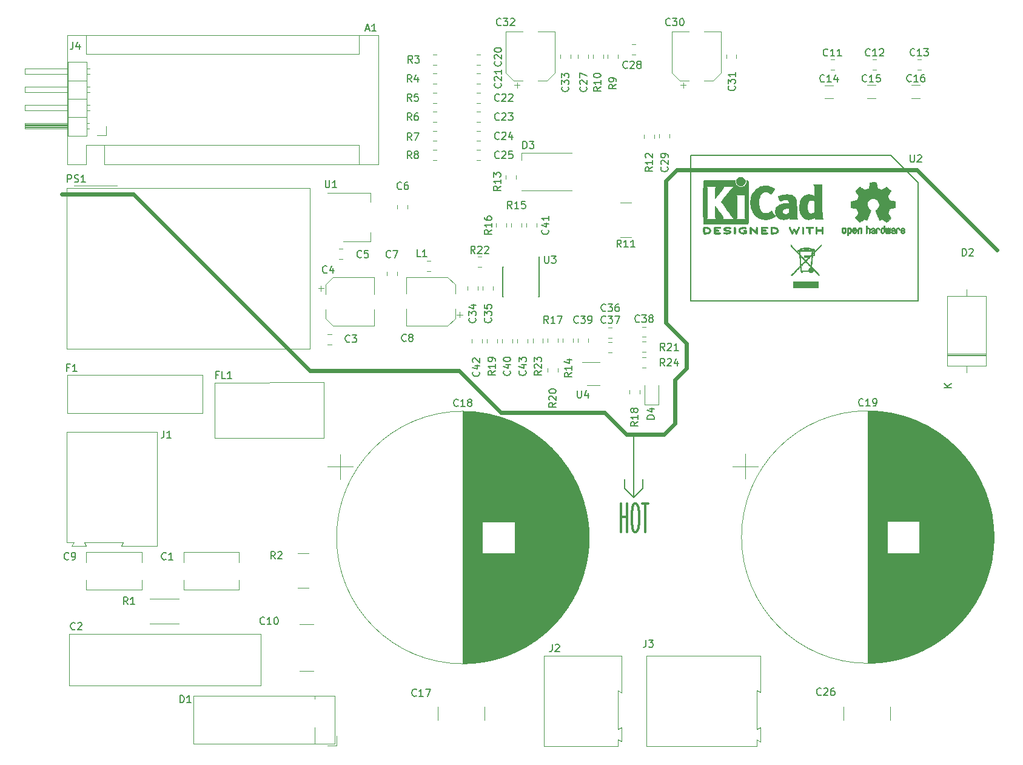
<source format=gbr>
G04 #@! TF.GenerationSoftware,KiCad,Pcbnew,(5.1.2)-2*
G04 #@! TF.CreationDate,2019-08-01T21:41:24-03:00*
G04 #@! TF.ProjectId,Frequency_Inverter,46726571-7565-46e6-9379-5f496e766572,rev?*
G04 #@! TF.SameCoordinates,Original*
G04 #@! TF.FileFunction,Legend,Top*
G04 #@! TF.FilePolarity,Positive*
%FSLAX46Y46*%
G04 Gerber Fmt 4.6, Leading zero omitted, Abs format (unit mm)*
G04 Created by KiCad (PCBNEW (5.1.2)-2) date 2019-08-01 21:41:24*
%MOMM*%
%LPD*%
G04 APERTURE LIST*
%ADD10C,0.300000*%
%ADD11C,0.200000*%
%ADD12C,0.600000*%
%ADD13C,0.120000*%
%ADD14C,0.150000*%
%ADD15C,0.010000*%
G04 APERTURE END LIST*
D10*
X154551285Y-118522523D02*
X154551285Y-114522523D01*
X154551285Y-116427285D02*
X155408428Y-116427285D01*
X155408428Y-118522523D02*
X155408428Y-114522523D01*
X156408428Y-114522523D02*
X156694142Y-114522523D01*
X156837000Y-114713000D01*
X156979857Y-115093952D01*
X157051285Y-115855857D01*
X157051285Y-117189190D01*
X156979857Y-117951095D01*
X156837000Y-118332047D01*
X156694142Y-118522523D01*
X156408428Y-118522523D01*
X156265571Y-118332047D01*
X156122714Y-117951095D01*
X156051285Y-117189190D01*
X156051285Y-115855857D01*
X156122714Y-115093952D01*
X156265571Y-114713000D01*
X156408428Y-114522523D01*
X157479857Y-114522523D02*
X158337000Y-114522523D01*
X157908428Y-118522523D02*
X157908428Y-114522523D01*
D11*
X156337000Y-113665000D02*
X157607000Y-112395000D01*
X157607000Y-111125000D02*
X157607000Y-112395000D01*
X155067000Y-111125000D02*
X155067000Y-112395000D01*
X156337000Y-113665000D02*
X155067000Y-112395000D01*
X156337000Y-104902000D02*
X156337000Y-113665000D01*
D12*
X194437000Y-67945000D02*
X162306000Y-67945000D01*
X195834000Y-67945000D02*
X194310000Y-67945000D01*
X195834000Y-67945000D02*
X207010000Y-79121000D01*
X160782000Y-69469000D02*
X162306000Y-67945000D01*
X160782000Y-89281000D02*
X160782000Y-69469000D01*
X163703000Y-92202000D02*
X160782000Y-89281000D01*
X163703000Y-95631000D02*
X163703000Y-92202000D01*
X162052000Y-97282000D02*
X163703000Y-95631000D01*
X162052000Y-103378000D02*
X162052000Y-97282000D01*
X160528000Y-104902000D02*
X162052000Y-103378000D01*
X155321000Y-104902000D02*
X160528000Y-104902000D01*
X152273000Y-101854000D02*
X155321000Y-104902000D01*
X137795000Y-101854000D02*
X152273000Y-101854000D01*
X131953000Y-96012000D02*
X137795000Y-101854000D01*
X113919000Y-96012000D02*
X131953000Y-96012000D01*
X113919000Y-96012000D02*
X111125000Y-96012000D01*
X86487000Y-71374000D02*
X111125000Y-96012000D01*
X83185000Y-71374000D02*
X86487000Y-71374000D01*
X76454000Y-71374000D02*
X83185000Y-71374000D01*
D13*
X82423000Y-64503300D02*
X79883000Y-64503300D01*
X79883000Y-64503300D02*
X79883000Y-67173300D01*
X82423000Y-67173300D02*
X120653000Y-67173300D01*
X77213000Y-67173300D02*
X79883000Y-67173300D01*
X79883000Y-51803300D02*
X79883000Y-49133300D01*
X79883000Y-51803300D02*
X117983000Y-51803300D01*
X117983000Y-51803300D02*
X117983000Y-49133300D01*
X82423000Y-64503300D02*
X82423000Y-67173300D01*
X82423000Y-64503300D02*
X117983000Y-64503300D01*
X117983000Y-64503300D02*
X117983000Y-67173300D01*
X120653000Y-67173300D02*
X120653000Y-49133300D01*
X120653000Y-49133300D02*
X77213000Y-49133300D01*
X77213000Y-49133300D02*
X77213000Y-67173300D01*
X82677000Y-63119000D02*
X81407000Y-63119000D01*
X82677000Y-61849000D02*
X82677000Y-63119000D01*
X80364071Y-53849000D02*
X79967000Y-53849000D01*
X80364071Y-54609000D02*
X79967000Y-54609000D01*
X71307000Y-53849000D02*
X77307000Y-53849000D01*
X71307000Y-54609000D02*
X71307000Y-53849000D01*
X77307000Y-54609000D02*
X71307000Y-54609000D01*
X79967000Y-55499000D02*
X77307000Y-55499000D01*
X80364071Y-56389000D02*
X79967000Y-56389000D01*
X80364071Y-57149000D02*
X79967000Y-57149000D01*
X71307000Y-56389000D02*
X77307000Y-56389000D01*
X71307000Y-57149000D02*
X71307000Y-56389000D01*
X77307000Y-57149000D02*
X71307000Y-57149000D01*
X79967000Y-58039000D02*
X77307000Y-58039000D01*
X80364071Y-58929000D02*
X79967000Y-58929000D01*
X80364071Y-59689000D02*
X79967000Y-59689000D01*
X71307000Y-58929000D02*
X77307000Y-58929000D01*
X71307000Y-59689000D02*
X71307000Y-58929000D01*
X77307000Y-59689000D02*
X71307000Y-59689000D01*
X79967000Y-60579000D02*
X77307000Y-60579000D01*
X80297000Y-61469000D02*
X79967000Y-61469000D01*
X80297000Y-62229000D02*
X79967000Y-62229000D01*
X77307000Y-61569000D02*
X71307000Y-61569000D01*
X77307000Y-61689000D02*
X71307000Y-61689000D01*
X77307000Y-61809000D02*
X71307000Y-61809000D01*
X77307000Y-61929000D02*
X71307000Y-61929000D01*
X77307000Y-62049000D02*
X71307000Y-62049000D01*
X77307000Y-62169000D02*
X71307000Y-62169000D01*
X71307000Y-61469000D02*
X77307000Y-61469000D01*
X71307000Y-62229000D02*
X71307000Y-61469000D01*
X77307000Y-62229000D02*
X71307000Y-62229000D01*
X77307000Y-63179000D02*
X79967000Y-63179000D01*
X77307000Y-52899000D02*
X77307000Y-63179000D01*
X79967000Y-52899000D02*
X77307000Y-52899000D01*
X79967000Y-63179000D02*
X79967000Y-52899000D01*
X77192400Y-92924500D02*
X77192400Y-70484500D01*
X111132400Y-70484500D02*
X111132400Y-92924500D01*
X77192400Y-70484500D02*
X111132400Y-70484500D01*
X77192400Y-92924500D02*
X111132400Y-92924500D01*
X78162400Y-70154500D02*
X84162400Y-70154500D01*
X157840800Y-98021900D02*
X157840800Y-100706900D01*
X157840800Y-100706900D02*
X159760800Y-100706900D01*
X159760800Y-100706900D02*
X159760800Y-98021900D01*
X153308952Y-89993400D02*
X152786448Y-89993400D01*
X153308952Y-91413400D02*
X152786448Y-91413400D01*
X133122600Y-84732652D02*
X133122600Y-84210148D01*
X134542600Y-84732652D02*
X134542600Y-84210148D01*
X101237400Y-126572000D02*
X93497400Y-126572000D01*
X101237400Y-121332000D02*
X93497400Y-121332000D01*
X101237400Y-126572000D02*
X101237400Y-125208000D01*
X101237400Y-122696000D02*
X101237400Y-121332000D01*
X93497400Y-126572000D02*
X93497400Y-125208000D01*
X93497400Y-122696000D02*
X93497400Y-121332000D01*
X104278800Y-139929100D02*
X77538800Y-139929100D01*
X104278800Y-132689100D02*
X77538800Y-132689100D01*
X104278800Y-139929100D02*
X104278800Y-132689100D01*
X77538800Y-139929100D02*
X77538800Y-132689100D01*
X113606948Y-90920500D02*
X114129452Y-90920500D01*
X113606948Y-92340500D02*
X114129452Y-92340500D01*
X112669250Y-84106050D02*
X112669250Y-84893550D01*
X112275500Y-84499800D02*
X113063000Y-84499800D01*
X113303000Y-88692863D02*
X114367437Y-89757300D01*
X113303000Y-84001737D02*
X114367437Y-82937300D01*
X113303000Y-84001737D02*
X113303000Y-85287300D01*
X113303000Y-88692863D02*
X113303000Y-87407300D01*
X114367437Y-89757300D02*
X120123000Y-89757300D01*
X114367437Y-82937300D02*
X120123000Y-82937300D01*
X120123000Y-82937300D02*
X120123000Y-85287300D01*
X120123000Y-89757300D02*
X120123000Y-87407300D01*
X115156348Y-80402500D02*
X115678852Y-80402500D01*
X115156348Y-78982500D02*
X115678852Y-78982500D01*
X123292800Y-72890748D02*
X123292800Y-73413252D01*
X124712800Y-72890748D02*
X124712800Y-73413252D01*
X123265000Y-82174448D02*
X123265000Y-82696952D01*
X121845000Y-82174448D02*
X121845000Y-82696952D01*
X124580600Y-82911900D02*
X124580600Y-85261900D01*
X124580600Y-89731900D02*
X124580600Y-87381900D01*
X130336163Y-89731900D02*
X124580600Y-89731900D01*
X130336163Y-82911900D02*
X124580600Y-82911900D01*
X131400600Y-83976337D02*
X131400600Y-85261900D01*
X131400600Y-88667463D02*
X131400600Y-87381900D01*
X131400600Y-88667463D02*
X130336163Y-89731900D01*
X131400600Y-83976337D02*
X130336163Y-82911900D01*
X132428100Y-88169400D02*
X131640600Y-88169400D01*
X132034350Y-88563150D02*
X132034350Y-87775650D01*
X79908400Y-122696000D02*
X79908400Y-121332000D01*
X79908400Y-126572000D02*
X79908400Y-125208000D01*
X87648400Y-122696000D02*
X87648400Y-121332000D01*
X87648400Y-126572000D02*
X87648400Y-125208000D01*
X87648400Y-121332000D02*
X79908400Y-121332000D01*
X87648400Y-126572000D02*
X79908400Y-126572000D01*
X111582748Y-131410800D02*
X109651252Y-131410800D01*
X111582748Y-137930800D02*
X109651252Y-137930800D01*
X183799848Y-53986500D02*
X184322352Y-53986500D01*
X183799848Y-52566500D02*
X184322352Y-52566500D01*
X189692648Y-52553800D02*
X190215152Y-52553800D01*
X189692648Y-53973800D02*
X190215152Y-53973800D01*
X195928348Y-52528400D02*
X196450852Y-52528400D01*
X195928348Y-53948400D02*
X196450852Y-53948400D01*
X182987536Y-56151100D02*
X184191664Y-56151100D01*
X182987536Y-57971100D02*
X184191664Y-57971100D01*
X188894636Y-56138400D02*
X190098764Y-56138400D01*
X188894636Y-57958400D02*
X190098764Y-57958400D01*
X195116036Y-57933000D02*
X196320164Y-57933000D01*
X195116036Y-56113000D02*
X196320164Y-56113000D01*
X128959700Y-144780548D02*
X128959700Y-142849052D01*
X135479700Y-144780548D02*
X135479700Y-142849052D01*
X150077200Y-119265700D02*
G75*
G03X150077200Y-119265700I-17620000J0D01*
G01*
X132457200Y-101685700D02*
X132457200Y-136845700D01*
X132497200Y-101685700D02*
X132497200Y-136845700D01*
X132537200Y-101685700D02*
X132537200Y-136845700D01*
X132577200Y-101685700D02*
X132577200Y-136845700D01*
X132617200Y-101685700D02*
X132617200Y-136845700D01*
X132657200Y-101686700D02*
X132657200Y-136844700D01*
X132697200Y-101686700D02*
X132697200Y-136844700D01*
X132737200Y-101687700D02*
X132737200Y-136843700D01*
X132777200Y-101687700D02*
X132777200Y-136843700D01*
X132817200Y-101688700D02*
X132817200Y-136842700D01*
X132857200Y-101689700D02*
X132857200Y-136841700D01*
X132897200Y-101690700D02*
X132897200Y-136840700D01*
X132937200Y-101691700D02*
X132937200Y-136839700D01*
X132977200Y-101692700D02*
X132977200Y-136838700D01*
X133017200Y-101693700D02*
X133017200Y-136837700D01*
X133057200Y-101695700D02*
X133057200Y-136835700D01*
X133097200Y-101696700D02*
X133097200Y-136834700D01*
X133137200Y-101698700D02*
X133137200Y-136832700D01*
X133178200Y-101699700D02*
X133178200Y-136831700D01*
X133218200Y-101701700D02*
X133218200Y-136829700D01*
X133258200Y-101703700D02*
X133258200Y-136827700D01*
X133298200Y-101705700D02*
X133298200Y-136825700D01*
X133338200Y-101706700D02*
X133338200Y-136824700D01*
X133378200Y-101709700D02*
X133378200Y-136821700D01*
X133418200Y-101711700D02*
X133418200Y-136819700D01*
X133458200Y-101713700D02*
X133458200Y-136817700D01*
X133498200Y-101715700D02*
X133498200Y-136815700D01*
X133538200Y-101718700D02*
X133538200Y-136812700D01*
X133578200Y-101720700D02*
X133578200Y-136810700D01*
X133618200Y-101723700D02*
X133618200Y-136807700D01*
X133658200Y-101725700D02*
X133658200Y-136805700D01*
X133698200Y-101728700D02*
X133698200Y-136802700D01*
X133738200Y-101731700D02*
X133738200Y-136799700D01*
X133778200Y-101734700D02*
X133778200Y-136796700D01*
X133818200Y-101737700D02*
X133818200Y-136793700D01*
X133858200Y-101740700D02*
X133858200Y-136790700D01*
X133898200Y-101743700D02*
X133898200Y-136787700D01*
X133938200Y-101747700D02*
X133938200Y-136783700D01*
X133978200Y-101750700D02*
X133978200Y-136780700D01*
X134018200Y-101754700D02*
X134018200Y-136776700D01*
X134058200Y-101757700D02*
X134058200Y-136773700D01*
X134098200Y-101761700D02*
X134098200Y-136769700D01*
X134138200Y-101765700D02*
X134138200Y-136765700D01*
X134178200Y-101769700D02*
X134178200Y-136761700D01*
X134218200Y-101773700D02*
X134218200Y-136757700D01*
X134258200Y-101777700D02*
X134258200Y-136753700D01*
X134298200Y-101781700D02*
X134298200Y-136749700D01*
X134338200Y-101785700D02*
X134338200Y-136745700D01*
X134378200Y-101789700D02*
X134378200Y-136741700D01*
X134418200Y-101794700D02*
X134418200Y-136736700D01*
X134458200Y-101798700D02*
X134458200Y-136732700D01*
X134498200Y-101803700D02*
X134498200Y-136727700D01*
X134538200Y-101808700D02*
X134538200Y-136722700D01*
X134578200Y-101813700D02*
X134578200Y-136717700D01*
X134618200Y-101817700D02*
X134618200Y-136713700D01*
X134658200Y-101822700D02*
X134658200Y-136708700D01*
X134698200Y-101827700D02*
X134698200Y-136703700D01*
X134738200Y-101833700D02*
X134738200Y-136697700D01*
X134778200Y-101838700D02*
X134778200Y-136692700D01*
X134818200Y-101843700D02*
X134818200Y-136687700D01*
X134858200Y-101849700D02*
X134858200Y-136681700D01*
X134898200Y-101854700D02*
X134898200Y-136676700D01*
X134938200Y-101860700D02*
X134938200Y-136670700D01*
X134978200Y-101866700D02*
X134978200Y-136664700D01*
X135018200Y-101871700D02*
X135018200Y-136659700D01*
X135058200Y-101877700D02*
X135058200Y-136653700D01*
X135098200Y-101883700D02*
X135098200Y-136647700D01*
X135138200Y-101890700D02*
X135138200Y-136640700D01*
X135178200Y-101896700D02*
X135178200Y-136634700D01*
X135218200Y-101902700D02*
X135218200Y-117025700D01*
X135218200Y-121505700D02*
X135218200Y-136628700D01*
X135258200Y-101908700D02*
X135258200Y-117025700D01*
X135258200Y-121505700D02*
X135258200Y-136622700D01*
X135298200Y-101915700D02*
X135298200Y-117025700D01*
X135298200Y-121505700D02*
X135298200Y-136615700D01*
X135338200Y-101921700D02*
X135338200Y-117025700D01*
X135338200Y-121505700D02*
X135338200Y-136609700D01*
X135378200Y-101928700D02*
X135378200Y-117025700D01*
X135378200Y-121505700D02*
X135378200Y-136602700D01*
X135418200Y-101935700D02*
X135418200Y-117025700D01*
X135418200Y-121505700D02*
X135418200Y-136595700D01*
X135458200Y-101942700D02*
X135458200Y-117025700D01*
X135458200Y-121505700D02*
X135458200Y-136588700D01*
X135498200Y-101949700D02*
X135498200Y-117025700D01*
X135498200Y-121505700D02*
X135498200Y-136581700D01*
X135538200Y-101956700D02*
X135538200Y-117025700D01*
X135538200Y-121505700D02*
X135538200Y-136574700D01*
X135578200Y-101963700D02*
X135578200Y-117025700D01*
X135578200Y-121505700D02*
X135578200Y-136567700D01*
X135618200Y-101970700D02*
X135618200Y-117025700D01*
X135618200Y-121505700D02*
X135618200Y-136560700D01*
X135658200Y-101978700D02*
X135658200Y-117025700D01*
X135658200Y-121505700D02*
X135658200Y-136552700D01*
X135698200Y-101985700D02*
X135698200Y-117025700D01*
X135698200Y-121505700D02*
X135698200Y-136545700D01*
X135738200Y-101992700D02*
X135738200Y-117025700D01*
X135738200Y-121505700D02*
X135738200Y-136538700D01*
X135778200Y-102000700D02*
X135778200Y-117025700D01*
X135778200Y-121505700D02*
X135778200Y-136530700D01*
X135818200Y-102008700D02*
X135818200Y-117025700D01*
X135818200Y-121505700D02*
X135818200Y-136522700D01*
X135858200Y-102016700D02*
X135858200Y-117025700D01*
X135858200Y-121505700D02*
X135858200Y-136514700D01*
X135898200Y-102024700D02*
X135898200Y-117025700D01*
X135898200Y-121505700D02*
X135898200Y-136506700D01*
X135938200Y-102032700D02*
X135938200Y-117025700D01*
X135938200Y-121505700D02*
X135938200Y-136498700D01*
X135978200Y-102040700D02*
X135978200Y-117025700D01*
X135978200Y-121505700D02*
X135978200Y-136490700D01*
X136018200Y-102048700D02*
X136018200Y-117025700D01*
X136018200Y-121505700D02*
X136018200Y-136482700D01*
X136058200Y-102056700D02*
X136058200Y-117025700D01*
X136058200Y-121505700D02*
X136058200Y-136474700D01*
X136098200Y-102065700D02*
X136098200Y-117025700D01*
X136098200Y-121505700D02*
X136098200Y-136465700D01*
X136138200Y-102073700D02*
X136138200Y-117025700D01*
X136138200Y-121505700D02*
X136138200Y-136457700D01*
X136178200Y-102082700D02*
X136178200Y-117025700D01*
X136178200Y-121505700D02*
X136178200Y-136448700D01*
X136218200Y-102090700D02*
X136218200Y-117025700D01*
X136218200Y-121505700D02*
X136218200Y-136440700D01*
X136258200Y-102099700D02*
X136258200Y-117025700D01*
X136258200Y-121505700D02*
X136258200Y-136431700D01*
X136298200Y-102108700D02*
X136298200Y-117025700D01*
X136298200Y-121505700D02*
X136298200Y-136422700D01*
X136338200Y-102117700D02*
X136338200Y-117025700D01*
X136338200Y-121505700D02*
X136338200Y-136413700D01*
X136378200Y-102126700D02*
X136378200Y-117025700D01*
X136378200Y-121505700D02*
X136378200Y-136404700D01*
X136418200Y-102135700D02*
X136418200Y-117025700D01*
X136418200Y-121505700D02*
X136418200Y-136395700D01*
X136458200Y-102145700D02*
X136458200Y-117025700D01*
X136458200Y-121505700D02*
X136458200Y-136385700D01*
X136498200Y-102154700D02*
X136498200Y-117025700D01*
X136498200Y-121505700D02*
X136498200Y-136376700D01*
X136538200Y-102163700D02*
X136538200Y-117025700D01*
X136538200Y-121505700D02*
X136538200Y-136367700D01*
X136578200Y-102173700D02*
X136578200Y-117025700D01*
X136578200Y-121505700D02*
X136578200Y-136357700D01*
X136618200Y-102183700D02*
X136618200Y-117025700D01*
X136618200Y-121505700D02*
X136618200Y-136347700D01*
X136658200Y-102192700D02*
X136658200Y-117025700D01*
X136658200Y-121505700D02*
X136658200Y-136338700D01*
X136698200Y-102202700D02*
X136698200Y-117025700D01*
X136698200Y-121505700D02*
X136698200Y-136328700D01*
X136738200Y-102212700D02*
X136738200Y-117025700D01*
X136738200Y-121505700D02*
X136738200Y-136318700D01*
X136778200Y-102222700D02*
X136778200Y-117025700D01*
X136778200Y-121505700D02*
X136778200Y-136308700D01*
X136818200Y-102232700D02*
X136818200Y-117025700D01*
X136818200Y-121505700D02*
X136818200Y-136298700D01*
X136858200Y-102243700D02*
X136858200Y-117025700D01*
X136858200Y-121505700D02*
X136858200Y-136287700D01*
X136898200Y-102253700D02*
X136898200Y-117025700D01*
X136898200Y-121505700D02*
X136898200Y-136277700D01*
X136938200Y-102264700D02*
X136938200Y-117025700D01*
X136938200Y-121505700D02*
X136938200Y-136266700D01*
X136978200Y-102274700D02*
X136978200Y-117025700D01*
X136978200Y-121505700D02*
X136978200Y-136256700D01*
X137018200Y-102285700D02*
X137018200Y-117025700D01*
X137018200Y-121505700D02*
X137018200Y-136245700D01*
X137058200Y-102296700D02*
X137058200Y-117025700D01*
X137058200Y-121505700D02*
X137058200Y-136234700D01*
X137098200Y-102306700D02*
X137098200Y-117025700D01*
X137098200Y-121505700D02*
X137098200Y-136224700D01*
X137138200Y-102317700D02*
X137138200Y-117025700D01*
X137138200Y-121505700D02*
X137138200Y-136213700D01*
X137178200Y-102328700D02*
X137178200Y-117025700D01*
X137178200Y-121505700D02*
X137178200Y-136202700D01*
X137218200Y-102340700D02*
X137218200Y-117025700D01*
X137218200Y-121505700D02*
X137218200Y-136190700D01*
X137258200Y-102351700D02*
X137258200Y-117025700D01*
X137258200Y-121505700D02*
X137258200Y-136179700D01*
X137298200Y-102362700D02*
X137298200Y-117025700D01*
X137298200Y-121505700D02*
X137298200Y-136168700D01*
X137338200Y-102374700D02*
X137338200Y-117025700D01*
X137338200Y-121505700D02*
X137338200Y-136156700D01*
X137378200Y-102385700D02*
X137378200Y-117025700D01*
X137378200Y-121505700D02*
X137378200Y-136145700D01*
X137418200Y-102397700D02*
X137418200Y-117025700D01*
X137418200Y-121505700D02*
X137418200Y-136133700D01*
X137458200Y-102409700D02*
X137458200Y-117025700D01*
X137458200Y-121505700D02*
X137458200Y-136121700D01*
X137498200Y-102421700D02*
X137498200Y-117025700D01*
X137498200Y-121505700D02*
X137498200Y-136109700D01*
X137538200Y-102433700D02*
X137538200Y-117025700D01*
X137538200Y-121505700D02*
X137538200Y-136097700D01*
X137578200Y-102445700D02*
X137578200Y-117025700D01*
X137578200Y-121505700D02*
X137578200Y-136085700D01*
X137618200Y-102457700D02*
X137618200Y-117025700D01*
X137618200Y-121505700D02*
X137618200Y-136073700D01*
X137658200Y-102469700D02*
X137658200Y-117025700D01*
X137658200Y-121505700D02*
X137658200Y-136061700D01*
X137698200Y-102482700D02*
X137698200Y-117025700D01*
X137698200Y-121505700D02*
X137698200Y-136048700D01*
X137738200Y-102494700D02*
X137738200Y-117025700D01*
X137738200Y-121505700D02*
X137738200Y-136036700D01*
X137778200Y-102507700D02*
X137778200Y-117025700D01*
X137778200Y-121505700D02*
X137778200Y-136023700D01*
X137818200Y-102520700D02*
X137818200Y-117025700D01*
X137818200Y-121505700D02*
X137818200Y-136010700D01*
X137858200Y-102532700D02*
X137858200Y-117025700D01*
X137858200Y-121505700D02*
X137858200Y-135998700D01*
X137898200Y-102545700D02*
X137898200Y-117025700D01*
X137898200Y-121505700D02*
X137898200Y-135985700D01*
X137938200Y-102558700D02*
X137938200Y-117025700D01*
X137938200Y-121505700D02*
X137938200Y-135972700D01*
X137978200Y-102571700D02*
X137978200Y-117025700D01*
X137978200Y-121505700D02*
X137978200Y-135959700D01*
X138018200Y-102585700D02*
X138018200Y-117025700D01*
X138018200Y-121505700D02*
X138018200Y-135945700D01*
X138058200Y-102598700D02*
X138058200Y-117025700D01*
X138058200Y-121505700D02*
X138058200Y-135932700D01*
X138098200Y-102612700D02*
X138098200Y-117025700D01*
X138098200Y-121505700D02*
X138098200Y-135918700D01*
X138138200Y-102625700D02*
X138138200Y-117025700D01*
X138138200Y-121505700D02*
X138138200Y-135905700D01*
X138178200Y-102639700D02*
X138178200Y-117025700D01*
X138178200Y-121505700D02*
X138178200Y-135891700D01*
X138218200Y-102653700D02*
X138218200Y-117025700D01*
X138218200Y-121505700D02*
X138218200Y-135877700D01*
X138258200Y-102666700D02*
X138258200Y-117025700D01*
X138258200Y-121505700D02*
X138258200Y-135864700D01*
X138298200Y-102680700D02*
X138298200Y-117025700D01*
X138298200Y-121505700D02*
X138298200Y-135850700D01*
X138338200Y-102695700D02*
X138338200Y-117025700D01*
X138338200Y-121505700D02*
X138338200Y-135835700D01*
X138378200Y-102709700D02*
X138378200Y-117025700D01*
X138378200Y-121505700D02*
X138378200Y-135821700D01*
X138418200Y-102723700D02*
X138418200Y-117025700D01*
X138418200Y-121505700D02*
X138418200Y-135807700D01*
X138458200Y-102738700D02*
X138458200Y-117025700D01*
X138458200Y-121505700D02*
X138458200Y-135792700D01*
X138498200Y-102752700D02*
X138498200Y-117025700D01*
X138498200Y-121505700D02*
X138498200Y-135778700D01*
X138538200Y-102767700D02*
X138538200Y-117025700D01*
X138538200Y-121505700D02*
X138538200Y-135763700D01*
X138578200Y-102781700D02*
X138578200Y-117025700D01*
X138578200Y-121505700D02*
X138578200Y-135749700D01*
X138618200Y-102796700D02*
X138618200Y-117025700D01*
X138618200Y-121505700D02*
X138618200Y-135734700D01*
X138658200Y-102811700D02*
X138658200Y-117025700D01*
X138658200Y-121505700D02*
X138658200Y-135719700D01*
X138698200Y-102826700D02*
X138698200Y-117025700D01*
X138698200Y-121505700D02*
X138698200Y-135704700D01*
X138738200Y-102842700D02*
X138738200Y-117025700D01*
X138738200Y-121505700D02*
X138738200Y-135688700D01*
X138778200Y-102857700D02*
X138778200Y-117025700D01*
X138778200Y-121505700D02*
X138778200Y-135673700D01*
X138818200Y-102872700D02*
X138818200Y-117025700D01*
X138818200Y-121505700D02*
X138818200Y-135658700D01*
X138858200Y-102888700D02*
X138858200Y-117025700D01*
X138858200Y-121505700D02*
X138858200Y-135642700D01*
X138898200Y-102904700D02*
X138898200Y-117025700D01*
X138898200Y-121505700D02*
X138898200Y-135626700D01*
X138938200Y-102919700D02*
X138938200Y-117025700D01*
X138938200Y-121505700D02*
X138938200Y-135611700D01*
X138978200Y-102935700D02*
X138978200Y-117025700D01*
X138978200Y-121505700D02*
X138978200Y-135595700D01*
X139018200Y-102951700D02*
X139018200Y-117025700D01*
X139018200Y-121505700D02*
X139018200Y-135579700D01*
X139058200Y-102967700D02*
X139058200Y-117025700D01*
X139058200Y-121505700D02*
X139058200Y-135563700D01*
X139098200Y-102984700D02*
X139098200Y-117025700D01*
X139098200Y-121505700D02*
X139098200Y-135546700D01*
X139138200Y-103000700D02*
X139138200Y-117025700D01*
X139138200Y-121505700D02*
X139138200Y-135530700D01*
X139178200Y-103016700D02*
X139178200Y-117025700D01*
X139178200Y-121505700D02*
X139178200Y-135514700D01*
X139218200Y-103033700D02*
X139218200Y-117025700D01*
X139218200Y-121505700D02*
X139218200Y-135497700D01*
X139258200Y-103050700D02*
X139258200Y-117025700D01*
X139258200Y-121505700D02*
X139258200Y-135480700D01*
X139298200Y-103066700D02*
X139298200Y-117025700D01*
X139298200Y-121505700D02*
X139298200Y-135464700D01*
X139338200Y-103083700D02*
X139338200Y-117025700D01*
X139338200Y-121505700D02*
X139338200Y-135447700D01*
X139378200Y-103100700D02*
X139378200Y-117025700D01*
X139378200Y-121505700D02*
X139378200Y-135430700D01*
X139418200Y-103117700D02*
X139418200Y-117025700D01*
X139418200Y-121505700D02*
X139418200Y-135413700D01*
X139458200Y-103135700D02*
X139458200Y-117025700D01*
X139458200Y-121505700D02*
X139458200Y-135395700D01*
X139498200Y-103152700D02*
X139498200Y-117025700D01*
X139498200Y-121505700D02*
X139498200Y-135378700D01*
X139538200Y-103170700D02*
X139538200Y-117025700D01*
X139538200Y-121505700D02*
X139538200Y-135360700D01*
X139578200Y-103187700D02*
X139578200Y-117025700D01*
X139578200Y-121505700D02*
X139578200Y-135343700D01*
X139618200Y-103205700D02*
X139618200Y-117025700D01*
X139618200Y-121505700D02*
X139618200Y-135325700D01*
X139658200Y-103223700D02*
X139658200Y-117025700D01*
X139658200Y-121505700D02*
X139658200Y-135307700D01*
X139698200Y-103241700D02*
X139698200Y-135289700D01*
X139738200Y-103259700D02*
X139738200Y-135271700D01*
X139778200Y-103277700D02*
X139778200Y-135253700D01*
X139818200Y-103295700D02*
X139818200Y-135235700D01*
X139858200Y-103314700D02*
X139858200Y-135216700D01*
X139898200Y-103332700D02*
X139898200Y-135198700D01*
X139938200Y-103351700D02*
X139938200Y-135179700D01*
X139978200Y-103370700D02*
X139978200Y-135160700D01*
X140018200Y-103389700D02*
X140018200Y-135141700D01*
X140058200Y-103408700D02*
X140058200Y-135122700D01*
X140098200Y-103427700D02*
X140098200Y-135103700D01*
X140138200Y-103446700D02*
X140138200Y-135084700D01*
X140178200Y-103466700D02*
X140178200Y-135064700D01*
X140218200Y-103485700D02*
X140218200Y-135045700D01*
X140258200Y-103505700D02*
X140258200Y-135025700D01*
X140298200Y-103525700D02*
X140298200Y-135005700D01*
X140338200Y-103545700D02*
X140338200Y-134985700D01*
X140378200Y-103565700D02*
X140378200Y-134965700D01*
X140418200Y-103585700D02*
X140418200Y-134945700D01*
X140458200Y-103605700D02*
X140458200Y-134925700D01*
X140498200Y-103626700D02*
X140498200Y-134904700D01*
X140538200Y-103646700D02*
X140538200Y-134884700D01*
X140578200Y-103667700D02*
X140578200Y-134863700D01*
X140618200Y-103688700D02*
X140618200Y-134842700D01*
X140657200Y-103709700D02*
X140657200Y-134821700D01*
X140697200Y-103730700D02*
X140697200Y-134800700D01*
X140737200Y-103751700D02*
X140737200Y-134779700D01*
X140777200Y-103773700D02*
X140777200Y-134757700D01*
X140817200Y-103794700D02*
X140817200Y-134736700D01*
X140857200Y-103816700D02*
X140857200Y-134714700D01*
X140897200Y-103837700D02*
X140897200Y-134693700D01*
X140937200Y-103859700D02*
X140937200Y-134671700D01*
X140977200Y-103881700D02*
X140977200Y-134649700D01*
X141017200Y-103904700D02*
X141017200Y-134626700D01*
X141057200Y-103926700D02*
X141057200Y-134604700D01*
X141097200Y-103948700D02*
X141097200Y-134582700D01*
X141137200Y-103971700D02*
X141137200Y-134559700D01*
X141177200Y-103994700D02*
X141177200Y-134536700D01*
X141217200Y-104016700D02*
X141217200Y-134514700D01*
X141257200Y-104039700D02*
X141257200Y-134491700D01*
X141297200Y-104062700D02*
X141297200Y-134468700D01*
X141337200Y-104086700D02*
X141337200Y-134444700D01*
X141377200Y-104109700D02*
X141377200Y-134421700D01*
X141417200Y-104133700D02*
X141417200Y-134397700D01*
X141457200Y-104156700D02*
X141457200Y-134374700D01*
X141497200Y-104180700D02*
X141497200Y-134350700D01*
X141537200Y-104204700D02*
X141537200Y-134326700D01*
X141577200Y-104228700D02*
X141577200Y-134302700D01*
X141617200Y-104253700D02*
X141617200Y-134277700D01*
X141657200Y-104277700D02*
X141657200Y-134253700D01*
X141697200Y-104302700D02*
X141697200Y-134228700D01*
X141737200Y-104326700D02*
X141737200Y-134204700D01*
X141777200Y-104351700D02*
X141777200Y-134179700D01*
X141817200Y-104376700D02*
X141817200Y-134154700D01*
X141857200Y-104401700D02*
X141857200Y-134129700D01*
X141897200Y-104427700D02*
X141897200Y-134103700D01*
X141937200Y-104452700D02*
X141937200Y-134078700D01*
X141977200Y-104478700D02*
X141977200Y-134052700D01*
X142017200Y-104503700D02*
X142017200Y-134027700D01*
X142057200Y-104529700D02*
X142057200Y-134001700D01*
X142097200Y-104555700D02*
X142097200Y-133975700D01*
X142137200Y-104582700D02*
X142137200Y-133948700D01*
X142177200Y-104608700D02*
X142177200Y-133922700D01*
X142217200Y-104635700D02*
X142217200Y-133895700D01*
X142257200Y-104661700D02*
X142257200Y-133869700D01*
X142297200Y-104688700D02*
X142297200Y-133842700D01*
X142337200Y-104715700D02*
X142337200Y-133815700D01*
X142377200Y-104742700D02*
X142377200Y-133788700D01*
X142417200Y-104770700D02*
X142417200Y-133760700D01*
X142457200Y-104797700D02*
X142457200Y-133733700D01*
X142497200Y-104825700D02*
X142497200Y-133705700D01*
X142537200Y-104853700D02*
X142537200Y-133677700D01*
X142577200Y-104881700D02*
X142577200Y-133649700D01*
X142617200Y-104909700D02*
X142617200Y-133621700D01*
X142657200Y-104937700D02*
X142657200Y-133593700D01*
X142697200Y-104966700D02*
X142697200Y-133564700D01*
X142737200Y-104994700D02*
X142737200Y-133536700D01*
X142777200Y-105023700D02*
X142777200Y-133507700D01*
X142817200Y-105052700D02*
X142817200Y-133478700D01*
X142857200Y-105081700D02*
X142857200Y-133449700D01*
X142897200Y-105110700D02*
X142897200Y-133420700D01*
X142937200Y-105140700D02*
X142937200Y-133390700D01*
X142977200Y-105170700D02*
X142977200Y-133360700D01*
X143017200Y-105200700D02*
X143017200Y-133330700D01*
X143057200Y-105230700D02*
X143057200Y-133300700D01*
X143097200Y-105260700D02*
X143097200Y-133270700D01*
X143137200Y-105290700D02*
X143137200Y-133240700D01*
X143177200Y-105321700D02*
X143177200Y-133209700D01*
X143217200Y-105351700D02*
X143217200Y-133179700D01*
X143257200Y-105382700D02*
X143257200Y-133148700D01*
X143297200Y-105414700D02*
X143297200Y-133116700D01*
X143337200Y-105445700D02*
X143337200Y-133085700D01*
X143377200Y-105476700D02*
X143377200Y-133054700D01*
X143417200Y-105508700D02*
X143417200Y-133022700D01*
X143457200Y-105540700D02*
X143457200Y-132990700D01*
X143497200Y-105572700D02*
X143497200Y-132958700D01*
X143537200Y-105604700D02*
X143537200Y-132926700D01*
X143577200Y-105637700D02*
X143577200Y-132893700D01*
X143617200Y-105669700D02*
X143617200Y-132861700D01*
X143657200Y-105702700D02*
X143657200Y-132828700D01*
X143697200Y-105735700D02*
X143697200Y-132795700D01*
X143737200Y-105768700D02*
X143737200Y-132762700D01*
X143777200Y-105802700D02*
X143777200Y-132728700D01*
X143817200Y-105835700D02*
X143817200Y-132695700D01*
X143857200Y-105869700D02*
X143857200Y-132661700D01*
X143897200Y-105903700D02*
X143897200Y-132627700D01*
X143937200Y-105938700D02*
X143937200Y-132592700D01*
X143977200Y-105972700D02*
X143977200Y-132558700D01*
X144017200Y-106007700D02*
X144017200Y-132523700D01*
X144057200Y-106042700D02*
X144057200Y-132488700D01*
X144097200Y-106077700D02*
X144097200Y-132453700D01*
X144137200Y-106112700D02*
X144137200Y-132418700D01*
X144177200Y-106148700D02*
X144177200Y-132382700D01*
X144217200Y-106183700D02*
X144217200Y-132347700D01*
X144257200Y-106219700D02*
X144257200Y-132311700D01*
X144297200Y-106255700D02*
X144297200Y-132275700D01*
X144337200Y-106292700D02*
X144337200Y-132238700D01*
X144377200Y-106328700D02*
X144377200Y-132202700D01*
X144417200Y-106365700D02*
X144417200Y-132165700D01*
X144457200Y-106402700D02*
X144457200Y-132128700D01*
X144497200Y-106440700D02*
X144497200Y-132090700D01*
X144537200Y-106477700D02*
X144537200Y-132053700D01*
X144577200Y-106515700D02*
X144577200Y-132015700D01*
X144617200Y-106553700D02*
X144617200Y-131977700D01*
X144657200Y-106591700D02*
X144657200Y-131939700D01*
X144697200Y-106630700D02*
X144697200Y-131900700D01*
X144737200Y-106669700D02*
X144737200Y-131861700D01*
X144777200Y-106708700D02*
X144777200Y-131822700D01*
X144817200Y-106747700D02*
X144817200Y-131783700D01*
X144857200Y-106786700D02*
X144857200Y-131744700D01*
X144897200Y-106826700D02*
X144897200Y-131704700D01*
X144937200Y-106866700D02*
X144937200Y-131664700D01*
X144977200Y-106906700D02*
X144977200Y-131624700D01*
X145017200Y-106947700D02*
X145017200Y-131583700D01*
X145057200Y-106988700D02*
X145057200Y-131542700D01*
X145097200Y-107029700D02*
X145097200Y-131501700D01*
X145137200Y-107070700D02*
X145137200Y-131460700D01*
X145177200Y-107112700D02*
X145177200Y-131418700D01*
X145217200Y-107154700D02*
X145217200Y-131376700D01*
X145257200Y-107196700D02*
X145257200Y-131334700D01*
X145297200Y-107238700D02*
X145297200Y-131292700D01*
X145337200Y-107281700D02*
X145337200Y-131249700D01*
X145377200Y-107324700D02*
X145377200Y-131206700D01*
X145417200Y-107367700D02*
X145417200Y-131163700D01*
X145457200Y-107411700D02*
X145457200Y-131119700D01*
X145497200Y-107454700D02*
X145497200Y-131076700D01*
X145537200Y-107499700D02*
X145537200Y-131031700D01*
X145577200Y-107543700D02*
X145577200Y-130987700D01*
X145617200Y-107588700D02*
X145617200Y-130942700D01*
X145657200Y-107633700D02*
X145657200Y-130897700D01*
X145697200Y-107678700D02*
X145697200Y-130852700D01*
X145737200Y-107724700D02*
X145737200Y-130806700D01*
X145777200Y-107770700D02*
X145777200Y-130760700D01*
X145817200Y-107816700D02*
X145817200Y-130714700D01*
X145857200Y-107863700D02*
X145857200Y-130667700D01*
X145897200Y-107910700D02*
X145897200Y-130620700D01*
X145937200Y-107958700D02*
X145937200Y-130572700D01*
X145977200Y-108005700D02*
X145977200Y-130525700D01*
X146017200Y-108053700D02*
X146017200Y-130477700D01*
X146057200Y-108102700D02*
X146057200Y-130428700D01*
X146097200Y-108150700D02*
X146097200Y-130380700D01*
X146137200Y-108199700D02*
X146137200Y-130331700D01*
X146177200Y-108249700D02*
X146177200Y-130281700D01*
X146217200Y-108299700D02*
X146217200Y-130231700D01*
X146257200Y-108349700D02*
X146257200Y-130181700D01*
X146297200Y-108400700D02*
X146297200Y-130130700D01*
X146337200Y-108450700D02*
X146337200Y-130080700D01*
X146377200Y-108502700D02*
X146377200Y-130028700D01*
X146417200Y-108554700D02*
X146417200Y-129976700D01*
X146457200Y-108606700D02*
X146457200Y-129924700D01*
X146497200Y-108658700D02*
X146497200Y-129872700D01*
X146537200Y-108711700D02*
X146537200Y-129819700D01*
X146577200Y-108765700D02*
X146577200Y-129765700D01*
X146617200Y-108818700D02*
X146617200Y-129712700D01*
X146657200Y-108873700D02*
X146657200Y-129657700D01*
X146697200Y-108927700D02*
X146697200Y-129603700D01*
X146737200Y-108982700D02*
X146737200Y-129548700D01*
X146777200Y-109038700D02*
X146777200Y-129492700D01*
X146817200Y-109094700D02*
X146817200Y-129436700D01*
X146857200Y-109150700D02*
X146857200Y-129380700D01*
X146897200Y-109207700D02*
X146897200Y-129323700D01*
X146937200Y-109265700D02*
X146937200Y-129265700D01*
X146977200Y-109323700D02*
X146977200Y-129207700D01*
X147017200Y-109381700D02*
X147017200Y-129149700D01*
X147057200Y-109440700D02*
X147057200Y-129090700D01*
X147097200Y-109500700D02*
X147097200Y-129030700D01*
X147137200Y-109560700D02*
X147137200Y-128970700D01*
X147177200Y-109620700D02*
X147177200Y-128910700D01*
X147217200Y-109681700D02*
X147217200Y-128849700D01*
X147257200Y-109743700D02*
X147257200Y-128787700D01*
X147297200Y-109805700D02*
X147297200Y-128725700D01*
X147337200Y-109868700D02*
X147337200Y-128662700D01*
X147377200Y-109931700D02*
X147377200Y-128599700D01*
X147417200Y-109995700D02*
X147417200Y-128535700D01*
X147457200Y-110060700D02*
X147457200Y-128470700D01*
X147497200Y-110125700D02*
X147497200Y-128405700D01*
X147537200Y-110191700D02*
X147537200Y-128339700D01*
X147577200Y-110257700D02*
X147577200Y-128273700D01*
X147617200Y-110325700D02*
X147617200Y-128205700D01*
X147657200Y-110392700D02*
X147657200Y-128138700D01*
X147697200Y-110461700D02*
X147697200Y-128069700D01*
X147737200Y-110530700D02*
X147737200Y-128000700D01*
X147777200Y-110600700D02*
X147777200Y-127930700D01*
X147817200Y-110671700D02*
X147817200Y-127859700D01*
X147857200Y-110743700D02*
X147857200Y-127787700D01*
X147897200Y-110815700D02*
X147897200Y-127715700D01*
X147937200Y-110888700D02*
X147937200Y-127642700D01*
X147977200Y-110962700D02*
X147977200Y-127568700D01*
X148017200Y-111037700D02*
X148017200Y-127493700D01*
X148057200Y-111113700D02*
X148057200Y-127417700D01*
X148097200Y-111189700D02*
X148097200Y-127341700D01*
X148137200Y-111267700D02*
X148137200Y-127263700D01*
X148177200Y-111345700D02*
X148177200Y-127185700D01*
X148217200Y-111425700D02*
X148217200Y-127105700D01*
X148257200Y-111506700D02*
X148257200Y-127024700D01*
X148297200Y-111587700D02*
X148297200Y-126943700D01*
X148337200Y-111670700D02*
X148337200Y-126860700D01*
X148377200Y-111753700D02*
X148377200Y-126777700D01*
X148417200Y-111838700D02*
X148417200Y-126692700D01*
X148457200Y-111924700D02*
X148457200Y-126606700D01*
X148497200Y-112012700D02*
X148497200Y-126518700D01*
X148537200Y-112100700D02*
X148537200Y-126430700D01*
X148577200Y-112190700D02*
X148577200Y-126340700D01*
X148617200Y-112282700D02*
X148617200Y-126248700D01*
X148657200Y-112375700D02*
X148657200Y-126155700D01*
X148697200Y-112469700D02*
X148697200Y-126061700D01*
X148737200Y-112565700D02*
X148737200Y-125965700D01*
X148777200Y-112662700D02*
X148777200Y-125868700D01*
X148817200Y-112761700D02*
X148817200Y-125769700D01*
X148857200Y-112862700D02*
X148857200Y-125668700D01*
X148897200Y-112965700D02*
X148897200Y-125565700D01*
X148937200Y-113070700D02*
X148937200Y-125460700D01*
X148977200Y-113176700D02*
X148977200Y-125354700D01*
X149017200Y-113285700D02*
X149017200Y-125245700D01*
X149057200Y-113397700D02*
X149057200Y-125133700D01*
X149097200Y-113510700D02*
X149097200Y-125020700D01*
X149137200Y-113626700D02*
X149137200Y-124904700D01*
X149177200Y-113745700D02*
X149177200Y-124785700D01*
X149217200Y-113867700D02*
X149217200Y-124663700D01*
X149257200Y-113992700D02*
X149257200Y-124538700D01*
X149297200Y-114120700D02*
X149297200Y-124410700D01*
X149337200Y-114252700D02*
X149337200Y-124278700D01*
X149377200Y-114387700D02*
X149377200Y-124143700D01*
X149417200Y-114527700D02*
X149417200Y-124003700D01*
X149457200Y-114672700D02*
X149457200Y-123858700D01*
X149497200Y-114821700D02*
X149497200Y-123709700D01*
X149537200Y-114976700D02*
X149537200Y-123554700D01*
X149577200Y-115137700D02*
X149577200Y-123393700D01*
X149617200Y-115305700D02*
X149617200Y-123225700D01*
X149657200Y-115480700D02*
X149657200Y-123050700D01*
X149697200Y-115665700D02*
X149697200Y-122865700D01*
X149737200Y-115860700D02*
X149737200Y-122670700D01*
X149777200Y-116067700D02*
X149777200Y-122463700D01*
X149817200Y-116289700D02*
X149817200Y-122241700D01*
X149857200Y-116529700D02*
X149857200Y-122001700D01*
X149897200Y-116792700D02*
X149897200Y-121738700D01*
X149937200Y-117088700D02*
X149937200Y-121442700D01*
X149977200Y-117430700D02*
X149977200Y-121100700D01*
X150017200Y-117852700D02*
X150017200Y-120678700D01*
X150057200Y-118465700D02*
X150057200Y-120065700D01*
X113603198Y-109390700D02*
X117103198Y-109390700D01*
X115353198Y-107640700D02*
X115353198Y-111140700D01*
X171893598Y-107577200D02*
X171893598Y-111077200D01*
X170143598Y-109327200D02*
X173643598Y-109327200D01*
X206597600Y-118402200D02*
X206597600Y-120002200D01*
X206557600Y-117789200D02*
X206557600Y-120615200D01*
X206517600Y-117367200D02*
X206517600Y-121037200D01*
X206477600Y-117025200D02*
X206477600Y-121379200D01*
X206437600Y-116729200D02*
X206437600Y-121675200D01*
X206397600Y-116466200D02*
X206397600Y-121938200D01*
X206357600Y-116226200D02*
X206357600Y-122178200D01*
X206317600Y-116004200D02*
X206317600Y-122400200D01*
X206277600Y-115797200D02*
X206277600Y-122607200D01*
X206237600Y-115602200D02*
X206237600Y-122802200D01*
X206197600Y-115417200D02*
X206197600Y-122987200D01*
X206157600Y-115242200D02*
X206157600Y-123162200D01*
X206117600Y-115074200D02*
X206117600Y-123330200D01*
X206077600Y-114913200D02*
X206077600Y-123491200D01*
X206037600Y-114758200D02*
X206037600Y-123646200D01*
X205997600Y-114609200D02*
X205997600Y-123795200D01*
X205957600Y-114464200D02*
X205957600Y-123940200D01*
X205917600Y-114324200D02*
X205917600Y-124080200D01*
X205877600Y-114189200D02*
X205877600Y-124215200D01*
X205837600Y-114057200D02*
X205837600Y-124347200D01*
X205797600Y-113929200D02*
X205797600Y-124475200D01*
X205757600Y-113804200D02*
X205757600Y-124600200D01*
X205717600Y-113682200D02*
X205717600Y-124722200D01*
X205677600Y-113563200D02*
X205677600Y-124841200D01*
X205637600Y-113447200D02*
X205637600Y-124957200D01*
X205597600Y-113334200D02*
X205597600Y-125070200D01*
X205557600Y-113222200D02*
X205557600Y-125182200D01*
X205517600Y-113113200D02*
X205517600Y-125291200D01*
X205477600Y-113007200D02*
X205477600Y-125397200D01*
X205437600Y-112902200D02*
X205437600Y-125502200D01*
X205397600Y-112799200D02*
X205397600Y-125605200D01*
X205357600Y-112698200D02*
X205357600Y-125706200D01*
X205317600Y-112599200D02*
X205317600Y-125805200D01*
X205277600Y-112502200D02*
X205277600Y-125902200D01*
X205237600Y-112406200D02*
X205237600Y-125998200D01*
X205197600Y-112312200D02*
X205197600Y-126092200D01*
X205157600Y-112219200D02*
X205157600Y-126185200D01*
X205117600Y-112127200D02*
X205117600Y-126277200D01*
X205077600Y-112037200D02*
X205077600Y-126367200D01*
X205037600Y-111949200D02*
X205037600Y-126455200D01*
X204997600Y-111861200D02*
X204997600Y-126543200D01*
X204957600Y-111775200D02*
X204957600Y-126629200D01*
X204917600Y-111690200D02*
X204917600Y-126714200D01*
X204877600Y-111607200D02*
X204877600Y-126797200D01*
X204837600Y-111524200D02*
X204837600Y-126880200D01*
X204797600Y-111443200D02*
X204797600Y-126961200D01*
X204757600Y-111362200D02*
X204757600Y-127042200D01*
X204717600Y-111282200D02*
X204717600Y-127122200D01*
X204677600Y-111204200D02*
X204677600Y-127200200D01*
X204637600Y-111126200D02*
X204637600Y-127278200D01*
X204597600Y-111050200D02*
X204597600Y-127354200D01*
X204557600Y-110974200D02*
X204557600Y-127430200D01*
X204517600Y-110899200D02*
X204517600Y-127505200D01*
X204477600Y-110825200D02*
X204477600Y-127579200D01*
X204437600Y-110752200D02*
X204437600Y-127652200D01*
X204397600Y-110680200D02*
X204397600Y-127724200D01*
X204357600Y-110608200D02*
X204357600Y-127796200D01*
X204317600Y-110537200D02*
X204317600Y-127867200D01*
X204277600Y-110467200D02*
X204277600Y-127937200D01*
X204237600Y-110398200D02*
X204237600Y-128006200D01*
X204197600Y-110329200D02*
X204197600Y-128075200D01*
X204157600Y-110262200D02*
X204157600Y-128142200D01*
X204117600Y-110194200D02*
X204117600Y-128210200D01*
X204077600Y-110128200D02*
X204077600Y-128276200D01*
X204037600Y-110062200D02*
X204037600Y-128342200D01*
X203997600Y-109997200D02*
X203997600Y-128407200D01*
X203957600Y-109932200D02*
X203957600Y-128472200D01*
X203917600Y-109868200D02*
X203917600Y-128536200D01*
X203877600Y-109805200D02*
X203877600Y-128599200D01*
X203837600Y-109742200D02*
X203837600Y-128662200D01*
X203797600Y-109680200D02*
X203797600Y-128724200D01*
X203757600Y-109618200D02*
X203757600Y-128786200D01*
X203717600Y-109557200D02*
X203717600Y-128847200D01*
X203677600Y-109497200D02*
X203677600Y-128907200D01*
X203637600Y-109437200D02*
X203637600Y-128967200D01*
X203597600Y-109377200D02*
X203597600Y-129027200D01*
X203557600Y-109318200D02*
X203557600Y-129086200D01*
X203517600Y-109260200D02*
X203517600Y-129144200D01*
X203477600Y-109202200D02*
X203477600Y-129202200D01*
X203437600Y-109144200D02*
X203437600Y-129260200D01*
X203397600Y-109087200D02*
X203397600Y-129317200D01*
X203357600Y-109031200D02*
X203357600Y-129373200D01*
X203317600Y-108975200D02*
X203317600Y-129429200D01*
X203277600Y-108919200D02*
X203277600Y-129485200D01*
X203237600Y-108864200D02*
X203237600Y-129540200D01*
X203197600Y-108810200D02*
X203197600Y-129594200D01*
X203157600Y-108755200D02*
X203157600Y-129649200D01*
X203117600Y-108702200D02*
X203117600Y-129702200D01*
X203077600Y-108648200D02*
X203077600Y-129756200D01*
X203037600Y-108595200D02*
X203037600Y-129809200D01*
X202997600Y-108543200D02*
X202997600Y-129861200D01*
X202957600Y-108491200D02*
X202957600Y-129913200D01*
X202917600Y-108439200D02*
X202917600Y-129965200D01*
X202877600Y-108387200D02*
X202877600Y-130017200D01*
X202837600Y-108337200D02*
X202837600Y-130067200D01*
X202797600Y-108286200D02*
X202797600Y-130118200D01*
X202757600Y-108236200D02*
X202757600Y-130168200D01*
X202717600Y-108186200D02*
X202717600Y-130218200D01*
X202677600Y-108136200D02*
X202677600Y-130268200D01*
X202637600Y-108087200D02*
X202637600Y-130317200D01*
X202597600Y-108039200D02*
X202597600Y-130365200D01*
X202557600Y-107990200D02*
X202557600Y-130414200D01*
X202517600Y-107942200D02*
X202517600Y-130462200D01*
X202477600Y-107895200D02*
X202477600Y-130509200D01*
X202437600Y-107847200D02*
X202437600Y-130557200D01*
X202397600Y-107800200D02*
X202397600Y-130604200D01*
X202357600Y-107753200D02*
X202357600Y-130651200D01*
X202317600Y-107707200D02*
X202317600Y-130697200D01*
X202277600Y-107661200D02*
X202277600Y-130743200D01*
X202237600Y-107615200D02*
X202237600Y-130789200D01*
X202197600Y-107570200D02*
X202197600Y-130834200D01*
X202157600Y-107525200D02*
X202157600Y-130879200D01*
X202117600Y-107480200D02*
X202117600Y-130924200D01*
X202077600Y-107436200D02*
X202077600Y-130968200D01*
X202037600Y-107391200D02*
X202037600Y-131013200D01*
X201997600Y-107348200D02*
X201997600Y-131056200D01*
X201957600Y-107304200D02*
X201957600Y-131100200D01*
X201917600Y-107261200D02*
X201917600Y-131143200D01*
X201877600Y-107218200D02*
X201877600Y-131186200D01*
X201837600Y-107175200D02*
X201837600Y-131229200D01*
X201797600Y-107133200D02*
X201797600Y-131271200D01*
X201757600Y-107091200D02*
X201757600Y-131313200D01*
X201717600Y-107049200D02*
X201717600Y-131355200D01*
X201677600Y-107007200D02*
X201677600Y-131397200D01*
X201637600Y-106966200D02*
X201637600Y-131438200D01*
X201597600Y-106925200D02*
X201597600Y-131479200D01*
X201557600Y-106884200D02*
X201557600Y-131520200D01*
X201517600Y-106843200D02*
X201517600Y-131561200D01*
X201477600Y-106803200D02*
X201477600Y-131601200D01*
X201437600Y-106763200D02*
X201437600Y-131641200D01*
X201397600Y-106723200D02*
X201397600Y-131681200D01*
X201357600Y-106684200D02*
X201357600Y-131720200D01*
X201317600Y-106645200D02*
X201317600Y-131759200D01*
X201277600Y-106606200D02*
X201277600Y-131798200D01*
X201237600Y-106567200D02*
X201237600Y-131837200D01*
X201197600Y-106528200D02*
X201197600Y-131876200D01*
X201157600Y-106490200D02*
X201157600Y-131914200D01*
X201117600Y-106452200D02*
X201117600Y-131952200D01*
X201077600Y-106414200D02*
X201077600Y-131990200D01*
X201037600Y-106377200D02*
X201037600Y-132027200D01*
X200997600Y-106339200D02*
X200997600Y-132065200D01*
X200957600Y-106302200D02*
X200957600Y-132102200D01*
X200917600Y-106265200D02*
X200917600Y-132139200D01*
X200877600Y-106229200D02*
X200877600Y-132175200D01*
X200837600Y-106192200D02*
X200837600Y-132212200D01*
X200797600Y-106156200D02*
X200797600Y-132248200D01*
X200757600Y-106120200D02*
X200757600Y-132284200D01*
X200717600Y-106085200D02*
X200717600Y-132319200D01*
X200677600Y-106049200D02*
X200677600Y-132355200D01*
X200637600Y-106014200D02*
X200637600Y-132390200D01*
X200597600Y-105979200D02*
X200597600Y-132425200D01*
X200557600Y-105944200D02*
X200557600Y-132460200D01*
X200517600Y-105909200D02*
X200517600Y-132495200D01*
X200477600Y-105875200D02*
X200477600Y-132529200D01*
X200437600Y-105840200D02*
X200437600Y-132564200D01*
X200397600Y-105806200D02*
X200397600Y-132598200D01*
X200357600Y-105772200D02*
X200357600Y-132632200D01*
X200317600Y-105739200D02*
X200317600Y-132665200D01*
X200277600Y-105705200D02*
X200277600Y-132699200D01*
X200237600Y-105672200D02*
X200237600Y-132732200D01*
X200197600Y-105639200D02*
X200197600Y-132765200D01*
X200157600Y-105606200D02*
X200157600Y-132798200D01*
X200117600Y-105574200D02*
X200117600Y-132830200D01*
X200077600Y-105541200D02*
X200077600Y-132863200D01*
X200037600Y-105509200D02*
X200037600Y-132895200D01*
X199997600Y-105477200D02*
X199997600Y-132927200D01*
X199957600Y-105445200D02*
X199957600Y-132959200D01*
X199917600Y-105413200D02*
X199917600Y-132991200D01*
X199877600Y-105382200D02*
X199877600Y-133022200D01*
X199837600Y-105351200D02*
X199837600Y-133053200D01*
X199797600Y-105319200D02*
X199797600Y-133085200D01*
X199757600Y-105288200D02*
X199757600Y-133116200D01*
X199717600Y-105258200D02*
X199717600Y-133146200D01*
X199677600Y-105227200D02*
X199677600Y-133177200D01*
X199637600Y-105197200D02*
X199637600Y-133207200D01*
X199597600Y-105167200D02*
X199597600Y-133237200D01*
X199557600Y-105137200D02*
X199557600Y-133267200D01*
X199517600Y-105107200D02*
X199517600Y-133297200D01*
X199477600Y-105077200D02*
X199477600Y-133327200D01*
X199437600Y-105047200D02*
X199437600Y-133357200D01*
X199397600Y-105018200D02*
X199397600Y-133386200D01*
X199357600Y-104989200D02*
X199357600Y-133415200D01*
X199317600Y-104960200D02*
X199317600Y-133444200D01*
X199277600Y-104931200D02*
X199277600Y-133473200D01*
X199237600Y-104903200D02*
X199237600Y-133501200D01*
X199197600Y-104874200D02*
X199197600Y-133530200D01*
X199157600Y-104846200D02*
X199157600Y-133558200D01*
X199117600Y-104818200D02*
X199117600Y-133586200D01*
X199077600Y-104790200D02*
X199077600Y-133614200D01*
X199037600Y-104762200D02*
X199037600Y-133642200D01*
X198997600Y-104734200D02*
X198997600Y-133670200D01*
X198957600Y-104707200D02*
X198957600Y-133697200D01*
X198917600Y-104679200D02*
X198917600Y-133725200D01*
X198877600Y-104652200D02*
X198877600Y-133752200D01*
X198837600Y-104625200D02*
X198837600Y-133779200D01*
X198797600Y-104598200D02*
X198797600Y-133806200D01*
X198757600Y-104572200D02*
X198757600Y-133832200D01*
X198717600Y-104545200D02*
X198717600Y-133859200D01*
X198677600Y-104519200D02*
X198677600Y-133885200D01*
X198637600Y-104492200D02*
X198637600Y-133912200D01*
X198597600Y-104466200D02*
X198597600Y-133938200D01*
X198557600Y-104440200D02*
X198557600Y-133964200D01*
X198517600Y-104415200D02*
X198517600Y-133989200D01*
X198477600Y-104389200D02*
X198477600Y-134015200D01*
X198437600Y-104364200D02*
X198437600Y-134040200D01*
X198397600Y-104338200D02*
X198397600Y-134066200D01*
X198357600Y-104313200D02*
X198357600Y-134091200D01*
X198317600Y-104288200D02*
X198317600Y-134116200D01*
X198277600Y-104263200D02*
X198277600Y-134141200D01*
X198237600Y-104239200D02*
X198237600Y-134165200D01*
X198197600Y-104214200D02*
X198197600Y-134190200D01*
X198157600Y-104190200D02*
X198157600Y-134214200D01*
X198117600Y-104165200D02*
X198117600Y-134239200D01*
X198077600Y-104141200D02*
X198077600Y-134263200D01*
X198037600Y-104117200D02*
X198037600Y-134287200D01*
X197997600Y-104093200D02*
X197997600Y-134311200D01*
X197957600Y-104070200D02*
X197957600Y-134334200D01*
X197917600Y-104046200D02*
X197917600Y-134358200D01*
X197877600Y-104023200D02*
X197877600Y-134381200D01*
X197837600Y-103999200D02*
X197837600Y-134405200D01*
X197797600Y-103976200D02*
X197797600Y-134428200D01*
X197757600Y-103953200D02*
X197757600Y-134451200D01*
X197717600Y-103931200D02*
X197717600Y-134473200D01*
X197677600Y-103908200D02*
X197677600Y-134496200D01*
X197637600Y-103885200D02*
X197637600Y-134519200D01*
X197597600Y-103863200D02*
X197597600Y-134541200D01*
X197557600Y-103841200D02*
X197557600Y-134563200D01*
X197517600Y-103818200D02*
X197517600Y-134586200D01*
X197477600Y-103796200D02*
X197477600Y-134608200D01*
X197437600Y-103774200D02*
X197437600Y-134630200D01*
X197397600Y-103753200D02*
X197397600Y-134651200D01*
X197357600Y-103731200D02*
X197357600Y-134673200D01*
X197317600Y-103710200D02*
X197317600Y-134694200D01*
X197277600Y-103688200D02*
X197277600Y-134716200D01*
X197237600Y-103667200D02*
X197237600Y-134737200D01*
X197197600Y-103646200D02*
X197197600Y-134758200D01*
X197158600Y-103625200D02*
X197158600Y-134779200D01*
X197118600Y-103604200D02*
X197118600Y-134800200D01*
X197078600Y-103583200D02*
X197078600Y-134821200D01*
X197038600Y-103563200D02*
X197038600Y-134841200D01*
X196998600Y-103542200D02*
X196998600Y-134862200D01*
X196958600Y-103522200D02*
X196958600Y-134882200D01*
X196918600Y-103502200D02*
X196918600Y-134902200D01*
X196878600Y-103482200D02*
X196878600Y-134922200D01*
X196838600Y-103462200D02*
X196838600Y-134942200D01*
X196798600Y-103442200D02*
X196798600Y-134962200D01*
X196758600Y-103422200D02*
X196758600Y-134982200D01*
X196718600Y-103403200D02*
X196718600Y-135001200D01*
X196678600Y-103383200D02*
X196678600Y-135021200D01*
X196638600Y-103364200D02*
X196638600Y-135040200D01*
X196598600Y-103345200D02*
X196598600Y-135059200D01*
X196558600Y-103326200D02*
X196558600Y-135078200D01*
X196518600Y-103307200D02*
X196518600Y-135097200D01*
X196478600Y-103288200D02*
X196478600Y-135116200D01*
X196438600Y-103269200D02*
X196438600Y-135135200D01*
X196398600Y-103251200D02*
X196398600Y-135153200D01*
X196358600Y-103232200D02*
X196358600Y-135172200D01*
X196318600Y-103214200D02*
X196318600Y-135190200D01*
X196278600Y-103196200D02*
X196278600Y-135208200D01*
X196238600Y-103178200D02*
X196238600Y-135226200D01*
X196198600Y-121442200D02*
X196198600Y-135244200D01*
X196198600Y-103160200D02*
X196198600Y-116962200D01*
X196158600Y-121442200D02*
X196158600Y-135262200D01*
X196158600Y-103142200D02*
X196158600Y-116962200D01*
X196118600Y-121442200D02*
X196118600Y-135280200D01*
X196118600Y-103124200D02*
X196118600Y-116962200D01*
X196078600Y-121442200D02*
X196078600Y-135297200D01*
X196078600Y-103107200D02*
X196078600Y-116962200D01*
X196038600Y-121442200D02*
X196038600Y-135315200D01*
X196038600Y-103089200D02*
X196038600Y-116962200D01*
X195998600Y-121442200D02*
X195998600Y-135332200D01*
X195998600Y-103072200D02*
X195998600Y-116962200D01*
X195958600Y-121442200D02*
X195958600Y-135350200D01*
X195958600Y-103054200D02*
X195958600Y-116962200D01*
X195918600Y-121442200D02*
X195918600Y-135367200D01*
X195918600Y-103037200D02*
X195918600Y-116962200D01*
X195878600Y-121442200D02*
X195878600Y-135384200D01*
X195878600Y-103020200D02*
X195878600Y-116962200D01*
X195838600Y-121442200D02*
X195838600Y-135401200D01*
X195838600Y-103003200D02*
X195838600Y-116962200D01*
X195798600Y-121442200D02*
X195798600Y-135417200D01*
X195798600Y-102987200D02*
X195798600Y-116962200D01*
X195758600Y-121442200D02*
X195758600Y-135434200D01*
X195758600Y-102970200D02*
X195758600Y-116962200D01*
X195718600Y-121442200D02*
X195718600Y-135451200D01*
X195718600Y-102953200D02*
X195718600Y-116962200D01*
X195678600Y-121442200D02*
X195678600Y-135467200D01*
X195678600Y-102937200D02*
X195678600Y-116962200D01*
X195638600Y-121442200D02*
X195638600Y-135483200D01*
X195638600Y-102921200D02*
X195638600Y-116962200D01*
X195598600Y-121442200D02*
X195598600Y-135500200D01*
X195598600Y-102904200D02*
X195598600Y-116962200D01*
X195558600Y-121442200D02*
X195558600Y-135516200D01*
X195558600Y-102888200D02*
X195558600Y-116962200D01*
X195518600Y-121442200D02*
X195518600Y-135532200D01*
X195518600Y-102872200D02*
X195518600Y-116962200D01*
X195478600Y-121442200D02*
X195478600Y-135548200D01*
X195478600Y-102856200D02*
X195478600Y-116962200D01*
X195438600Y-121442200D02*
X195438600Y-135563200D01*
X195438600Y-102841200D02*
X195438600Y-116962200D01*
X195398600Y-121442200D02*
X195398600Y-135579200D01*
X195398600Y-102825200D02*
X195398600Y-116962200D01*
X195358600Y-121442200D02*
X195358600Y-135595200D01*
X195358600Y-102809200D02*
X195358600Y-116962200D01*
X195318600Y-121442200D02*
X195318600Y-135610200D01*
X195318600Y-102794200D02*
X195318600Y-116962200D01*
X195278600Y-121442200D02*
X195278600Y-135625200D01*
X195278600Y-102779200D02*
X195278600Y-116962200D01*
X195238600Y-121442200D02*
X195238600Y-135641200D01*
X195238600Y-102763200D02*
X195238600Y-116962200D01*
X195198600Y-121442200D02*
X195198600Y-135656200D01*
X195198600Y-102748200D02*
X195198600Y-116962200D01*
X195158600Y-121442200D02*
X195158600Y-135671200D01*
X195158600Y-102733200D02*
X195158600Y-116962200D01*
X195118600Y-121442200D02*
X195118600Y-135686200D01*
X195118600Y-102718200D02*
X195118600Y-116962200D01*
X195078600Y-121442200D02*
X195078600Y-135700200D01*
X195078600Y-102704200D02*
X195078600Y-116962200D01*
X195038600Y-121442200D02*
X195038600Y-135715200D01*
X195038600Y-102689200D02*
X195038600Y-116962200D01*
X194998600Y-121442200D02*
X194998600Y-135729200D01*
X194998600Y-102675200D02*
X194998600Y-116962200D01*
X194958600Y-121442200D02*
X194958600Y-135744200D01*
X194958600Y-102660200D02*
X194958600Y-116962200D01*
X194918600Y-121442200D02*
X194918600Y-135758200D01*
X194918600Y-102646200D02*
X194918600Y-116962200D01*
X194878600Y-121442200D02*
X194878600Y-135772200D01*
X194878600Y-102632200D02*
X194878600Y-116962200D01*
X194838600Y-121442200D02*
X194838600Y-135787200D01*
X194838600Y-102617200D02*
X194838600Y-116962200D01*
X194798600Y-121442200D02*
X194798600Y-135801200D01*
X194798600Y-102603200D02*
X194798600Y-116962200D01*
X194758600Y-121442200D02*
X194758600Y-135814200D01*
X194758600Y-102590200D02*
X194758600Y-116962200D01*
X194718600Y-121442200D02*
X194718600Y-135828200D01*
X194718600Y-102576200D02*
X194718600Y-116962200D01*
X194678600Y-121442200D02*
X194678600Y-135842200D01*
X194678600Y-102562200D02*
X194678600Y-116962200D01*
X194638600Y-121442200D02*
X194638600Y-135855200D01*
X194638600Y-102549200D02*
X194638600Y-116962200D01*
X194598600Y-121442200D02*
X194598600Y-135869200D01*
X194598600Y-102535200D02*
X194598600Y-116962200D01*
X194558600Y-121442200D02*
X194558600Y-135882200D01*
X194558600Y-102522200D02*
X194558600Y-116962200D01*
X194518600Y-121442200D02*
X194518600Y-135896200D01*
X194518600Y-102508200D02*
X194518600Y-116962200D01*
X194478600Y-121442200D02*
X194478600Y-135909200D01*
X194478600Y-102495200D02*
X194478600Y-116962200D01*
X194438600Y-121442200D02*
X194438600Y-135922200D01*
X194438600Y-102482200D02*
X194438600Y-116962200D01*
X194398600Y-121442200D02*
X194398600Y-135935200D01*
X194398600Y-102469200D02*
X194398600Y-116962200D01*
X194358600Y-121442200D02*
X194358600Y-135947200D01*
X194358600Y-102457200D02*
X194358600Y-116962200D01*
X194318600Y-121442200D02*
X194318600Y-135960200D01*
X194318600Y-102444200D02*
X194318600Y-116962200D01*
X194278600Y-121442200D02*
X194278600Y-135973200D01*
X194278600Y-102431200D02*
X194278600Y-116962200D01*
X194238600Y-121442200D02*
X194238600Y-135985200D01*
X194238600Y-102419200D02*
X194238600Y-116962200D01*
X194198600Y-121442200D02*
X194198600Y-135998200D01*
X194198600Y-102406200D02*
X194198600Y-116962200D01*
X194158600Y-121442200D02*
X194158600Y-136010200D01*
X194158600Y-102394200D02*
X194158600Y-116962200D01*
X194118600Y-121442200D02*
X194118600Y-136022200D01*
X194118600Y-102382200D02*
X194118600Y-116962200D01*
X194078600Y-121442200D02*
X194078600Y-136034200D01*
X194078600Y-102370200D02*
X194078600Y-116962200D01*
X194038600Y-121442200D02*
X194038600Y-136046200D01*
X194038600Y-102358200D02*
X194038600Y-116962200D01*
X193998600Y-121442200D02*
X193998600Y-136058200D01*
X193998600Y-102346200D02*
X193998600Y-116962200D01*
X193958600Y-121442200D02*
X193958600Y-136070200D01*
X193958600Y-102334200D02*
X193958600Y-116962200D01*
X193918600Y-121442200D02*
X193918600Y-136082200D01*
X193918600Y-102322200D02*
X193918600Y-116962200D01*
X193878600Y-121442200D02*
X193878600Y-136093200D01*
X193878600Y-102311200D02*
X193878600Y-116962200D01*
X193838600Y-121442200D02*
X193838600Y-136105200D01*
X193838600Y-102299200D02*
X193838600Y-116962200D01*
X193798600Y-121442200D02*
X193798600Y-136116200D01*
X193798600Y-102288200D02*
X193798600Y-116962200D01*
X193758600Y-121442200D02*
X193758600Y-136127200D01*
X193758600Y-102277200D02*
X193758600Y-116962200D01*
X193718600Y-121442200D02*
X193718600Y-136139200D01*
X193718600Y-102265200D02*
X193718600Y-116962200D01*
X193678600Y-121442200D02*
X193678600Y-136150200D01*
X193678600Y-102254200D02*
X193678600Y-116962200D01*
X193638600Y-121442200D02*
X193638600Y-136161200D01*
X193638600Y-102243200D02*
X193638600Y-116962200D01*
X193598600Y-121442200D02*
X193598600Y-136171200D01*
X193598600Y-102233200D02*
X193598600Y-116962200D01*
X193558600Y-121442200D02*
X193558600Y-136182200D01*
X193558600Y-102222200D02*
X193558600Y-116962200D01*
X193518600Y-121442200D02*
X193518600Y-136193200D01*
X193518600Y-102211200D02*
X193518600Y-116962200D01*
X193478600Y-121442200D02*
X193478600Y-136203200D01*
X193478600Y-102201200D02*
X193478600Y-116962200D01*
X193438600Y-121442200D02*
X193438600Y-136214200D01*
X193438600Y-102190200D02*
X193438600Y-116962200D01*
X193398600Y-121442200D02*
X193398600Y-136224200D01*
X193398600Y-102180200D02*
X193398600Y-116962200D01*
X193358600Y-121442200D02*
X193358600Y-136235200D01*
X193358600Y-102169200D02*
X193358600Y-116962200D01*
X193318600Y-121442200D02*
X193318600Y-136245200D01*
X193318600Y-102159200D02*
X193318600Y-116962200D01*
X193278600Y-121442200D02*
X193278600Y-136255200D01*
X193278600Y-102149200D02*
X193278600Y-116962200D01*
X193238600Y-121442200D02*
X193238600Y-136265200D01*
X193238600Y-102139200D02*
X193238600Y-116962200D01*
X193198600Y-121442200D02*
X193198600Y-136275200D01*
X193198600Y-102129200D02*
X193198600Y-116962200D01*
X193158600Y-121442200D02*
X193158600Y-136284200D01*
X193158600Y-102120200D02*
X193158600Y-116962200D01*
X193118600Y-121442200D02*
X193118600Y-136294200D01*
X193118600Y-102110200D02*
X193118600Y-116962200D01*
X193078600Y-121442200D02*
X193078600Y-136304200D01*
X193078600Y-102100200D02*
X193078600Y-116962200D01*
X193038600Y-121442200D02*
X193038600Y-136313200D01*
X193038600Y-102091200D02*
X193038600Y-116962200D01*
X192998600Y-121442200D02*
X192998600Y-136322200D01*
X192998600Y-102082200D02*
X192998600Y-116962200D01*
X192958600Y-121442200D02*
X192958600Y-136332200D01*
X192958600Y-102072200D02*
X192958600Y-116962200D01*
X192918600Y-121442200D02*
X192918600Y-136341200D01*
X192918600Y-102063200D02*
X192918600Y-116962200D01*
X192878600Y-121442200D02*
X192878600Y-136350200D01*
X192878600Y-102054200D02*
X192878600Y-116962200D01*
X192838600Y-121442200D02*
X192838600Y-136359200D01*
X192838600Y-102045200D02*
X192838600Y-116962200D01*
X192798600Y-121442200D02*
X192798600Y-136368200D01*
X192798600Y-102036200D02*
X192798600Y-116962200D01*
X192758600Y-121442200D02*
X192758600Y-136377200D01*
X192758600Y-102027200D02*
X192758600Y-116962200D01*
X192718600Y-121442200D02*
X192718600Y-136385200D01*
X192718600Y-102019200D02*
X192718600Y-116962200D01*
X192678600Y-121442200D02*
X192678600Y-136394200D01*
X192678600Y-102010200D02*
X192678600Y-116962200D01*
X192638600Y-121442200D02*
X192638600Y-136402200D01*
X192638600Y-102002200D02*
X192638600Y-116962200D01*
X192598600Y-121442200D02*
X192598600Y-136411200D01*
X192598600Y-101993200D02*
X192598600Y-116962200D01*
X192558600Y-121442200D02*
X192558600Y-136419200D01*
X192558600Y-101985200D02*
X192558600Y-116962200D01*
X192518600Y-121442200D02*
X192518600Y-136427200D01*
X192518600Y-101977200D02*
X192518600Y-116962200D01*
X192478600Y-121442200D02*
X192478600Y-136435200D01*
X192478600Y-101969200D02*
X192478600Y-116962200D01*
X192438600Y-121442200D02*
X192438600Y-136443200D01*
X192438600Y-101961200D02*
X192438600Y-116962200D01*
X192398600Y-121442200D02*
X192398600Y-136451200D01*
X192398600Y-101953200D02*
X192398600Y-116962200D01*
X192358600Y-121442200D02*
X192358600Y-136459200D01*
X192358600Y-101945200D02*
X192358600Y-116962200D01*
X192318600Y-121442200D02*
X192318600Y-136467200D01*
X192318600Y-101937200D02*
X192318600Y-116962200D01*
X192278600Y-121442200D02*
X192278600Y-136475200D01*
X192278600Y-101929200D02*
X192278600Y-116962200D01*
X192238600Y-121442200D02*
X192238600Y-136482200D01*
X192238600Y-101922200D02*
X192238600Y-116962200D01*
X192198600Y-121442200D02*
X192198600Y-136489200D01*
X192198600Y-101915200D02*
X192198600Y-116962200D01*
X192158600Y-121442200D02*
X192158600Y-136497200D01*
X192158600Y-101907200D02*
X192158600Y-116962200D01*
X192118600Y-121442200D02*
X192118600Y-136504200D01*
X192118600Y-101900200D02*
X192118600Y-116962200D01*
X192078600Y-121442200D02*
X192078600Y-136511200D01*
X192078600Y-101893200D02*
X192078600Y-116962200D01*
X192038600Y-121442200D02*
X192038600Y-136518200D01*
X192038600Y-101886200D02*
X192038600Y-116962200D01*
X191998600Y-121442200D02*
X191998600Y-136525200D01*
X191998600Y-101879200D02*
X191998600Y-116962200D01*
X191958600Y-121442200D02*
X191958600Y-136532200D01*
X191958600Y-101872200D02*
X191958600Y-116962200D01*
X191918600Y-121442200D02*
X191918600Y-136539200D01*
X191918600Y-101865200D02*
X191918600Y-116962200D01*
X191878600Y-121442200D02*
X191878600Y-136546200D01*
X191878600Y-101858200D02*
X191878600Y-116962200D01*
X191838600Y-121442200D02*
X191838600Y-136552200D01*
X191838600Y-101852200D02*
X191838600Y-116962200D01*
X191798600Y-121442200D02*
X191798600Y-136559200D01*
X191798600Y-101845200D02*
X191798600Y-116962200D01*
X191758600Y-121442200D02*
X191758600Y-136565200D01*
X191758600Y-101839200D02*
X191758600Y-116962200D01*
X191718600Y-101833200D02*
X191718600Y-136571200D01*
X191678600Y-101827200D02*
X191678600Y-136577200D01*
X191638600Y-101820200D02*
X191638600Y-136584200D01*
X191598600Y-101814200D02*
X191598600Y-136590200D01*
X191558600Y-101808200D02*
X191558600Y-136596200D01*
X191518600Y-101803200D02*
X191518600Y-136601200D01*
X191478600Y-101797200D02*
X191478600Y-136607200D01*
X191438600Y-101791200D02*
X191438600Y-136613200D01*
X191398600Y-101786200D02*
X191398600Y-136618200D01*
X191358600Y-101780200D02*
X191358600Y-136624200D01*
X191318600Y-101775200D02*
X191318600Y-136629200D01*
X191278600Y-101770200D02*
X191278600Y-136634200D01*
X191238600Y-101764200D02*
X191238600Y-136640200D01*
X191198600Y-101759200D02*
X191198600Y-136645200D01*
X191158600Y-101754200D02*
X191158600Y-136650200D01*
X191118600Y-101750200D02*
X191118600Y-136654200D01*
X191078600Y-101745200D02*
X191078600Y-136659200D01*
X191038600Y-101740200D02*
X191038600Y-136664200D01*
X190998600Y-101735200D02*
X190998600Y-136669200D01*
X190958600Y-101731200D02*
X190958600Y-136673200D01*
X190918600Y-101726200D02*
X190918600Y-136678200D01*
X190878600Y-101722200D02*
X190878600Y-136682200D01*
X190838600Y-101718200D02*
X190838600Y-136686200D01*
X190798600Y-101714200D02*
X190798600Y-136690200D01*
X190758600Y-101710200D02*
X190758600Y-136694200D01*
X190718600Y-101706200D02*
X190718600Y-136698200D01*
X190678600Y-101702200D02*
X190678600Y-136702200D01*
X190638600Y-101698200D02*
X190638600Y-136706200D01*
X190598600Y-101694200D02*
X190598600Y-136710200D01*
X190558600Y-101691200D02*
X190558600Y-136713200D01*
X190518600Y-101687200D02*
X190518600Y-136717200D01*
X190478600Y-101684200D02*
X190478600Y-136720200D01*
X190438600Y-101680200D02*
X190438600Y-136724200D01*
X190398600Y-101677200D02*
X190398600Y-136727200D01*
X190358600Y-101674200D02*
X190358600Y-136730200D01*
X190318600Y-101671200D02*
X190318600Y-136733200D01*
X190278600Y-101668200D02*
X190278600Y-136736200D01*
X190238600Y-101665200D02*
X190238600Y-136739200D01*
X190198600Y-101662200D02*
X190198600Y-136742200D01*
X190158600Y-101660200D02*
X190158600Y-136744200D01*
X190118600Y-101657200D02*
X190118600Y-136747200D01*
X190078600Y-101655200D02*
X190078600Y-136749200D01*
X190038600Y-101652200D02*
X190038600Y-136752200D01*
X189998600Y-101650200D02*
X189998600Y-136754200D01*
X189958600Y-101648200D02*
X189958600Y-136756200D01*
X189918600Y-101646200D02*
X189918600Y-136758200D01*
X189878600Y-101643200D02*
X189878600Y-136761200D01*
X189838600Y-101642200D02*
X189838600Y-136762200D01*
X189798600Y-101640200D02*
X189798600Y-136764200D01*
X189758600Y-101638200D02*
X189758600Y-136766200D01*
X189718600Y-101636200D02*
X189718600Y-136768200D01*
X189677600Y-101635200D02*
X189677600Y-136769200D01*
X189637600Y-101633200D02*
X189637600Y-136771200D01*
X189597600Y-101632200D02*
X189597600Y-136772200D01*
X189557600Y-101630200D02*
X189557600Y-136774200D01*
X189517600Y-101629200D02*
X189517600Y-136775200D01*
X189477600Y-101628200D02*
X189477600Y-136776200D01*
X189437600Y-101627200D02*
X189437600Y-136777200D01*
X189397600Y-101626200D02*
X189397600Y-136778200D01*
X189357600Y-101625200D02*
X189357600Y-136779200D01*
X189317600Y-101624200D02*
X189317600Y-136780200D01*
X189277600Y-101624200D02*
X189277600Y-136780200D01*
X189237600Y-101623200D02*
X189237600Y-136781200D01*
X189197600Y-101623200D02*
X189197600Y-136781200D01*
X189157600Y-101622200D02*
X189157600Y-136782200D01*
X189117600Y-101622200D02*
X189117600Y-136782200D01*
X189077600Y-101622200D02*
X189077600Y-136782200D01*
X189037600Y-101622200D02*
X189037600Y-136782200D01*
X188997600Y-101622200D02*
X188997600Y-136782200D01*
X206617600Y-119202200D02*
G75*
G03X206617600Y-119202200I-17620000J0D01*
G01*
X134881252Y-51868000D02*
X134358748Y-51868000D01*
X134881252Y-53288000D02*
X134358748Y-53288000D01*
X134881252Y-55957540D02*
X134358748Y-55957540D01*
X134881252Y-54537540D02*
X134358748Y-54537540D01*
X134881252Y-57194380D02*
X134358748Y-57194380D01*
X134881252Y-58614380D02*
X134358748Y-58614380D01*
X134881252Y-59851220D02*
X134358748Y-59851220D01*
X134881252Y-61271220D02*
X134358748Y-61271220D01*
X134881252Y-62508060D02*
X134358748Y-62508060D01*
X134881252Y-63928060D02*
X134358748Y-63928060D01*
X134881252Y-66584900D02*
X134358748Y-66584900D01*
X134881252Y-65164900D02*
X134358748Y-65164900D01*
X185589000Y-144780548D02*
X185589000Y-142849052D01*
X192109000Y-144780548D02*
X192109000Y-142849052D01*
X148553100Y-51834148D02*
X148553100Y-52356652D01*
X149973100Y-51834148D02*
X149973100Y-52356652D01*
X156598252Y-50471000D02*
X156075748Y-50471000D01*
X156598252Y-51891000D02*
X156075748Y-51891000D01*
X159856100Y-63507252D02*
X159856100Y-62984748D01*
X161276100Y-63507252D02*
X161276100Y-62984748D01*
X168497300Y-48685400D02*
X166147300Y-48685400D01*
X161677300Y-48685400D02*
X164027300Y-48685400D01*
X161677300Y-54440963D02*
X161677300Y-48685400D01*
X168497300Y-54440963D02*
X168497300Y-48685400D01*
X167432863Y-55505400D02*
X166147300Y-55505400D01*
X162741737Y-55505400D02*
X164027300Y-55505400D01*
X162741737Y-55505400D02*
X161677300Y-54440963D01*
X167432863Y-55505400D02*
X168497300Y-54440963D01*
X163239800Y-56532900D02*
X163239800Y-55745400D01*
X162846050Y-56139150D02*
X163633550Y-56139150D01*
X169241400Y-51834148D02*
X169241400Y-52356652D01*
X170661400Y-51834148D02*
X170661400Y-52356652D01*
X139630450Y-56139150D02*
X140417950Y-56139150D01*
X140024200Y-56532900D02*
X140024200Y-55745400D01*
X144217263Y-55505400D02*
X145281700Y-54440963D01*
X139526137Y-55505400D02*
X138461700Y-54440963D01*
X139526137Y-55505400D02*
X140811700Y-55505400D01*
X144217263Y-55505400D02*
X142931700Y-55505400D01*
X145281700Y-54440963D02*
X145281700Y-48685400D01*
X138461700Y-54440963D02*
X138461700Y-48685400D01*
X138461700Y-48685400D02*
X140811700Y-48685400D01*
X145281700Y-48685400D02*
X142931700Y-48685400D01*
X147522000Y-51834148D02*
X147522000Y-52356652D01*
X146102000Y-51834148D02*
X146102000Y-52356652D01*
X135281600Y-84716252D02*
X135281600Y-84193748D01*
X136701600Y-84716252D02*
X136701600Y-84193748D01*
X153296252Y-92038100D02*
X152773748Y-92038100D01*
X153296252Y-93458100D02*
X152773748Y-93458100D01*
X158033352Y-91273700D02*
X157510848Y-91273700D01*
X158033352Y-89853700D02*
X157510848Y-89853700D01*
X148565800Y-92006052D02*
X148565800Y-91483548D01*
X149985800Y-92006052D02*
X149985800Y-91483548D01*
X139394000Y-91572448D02*
X139394000Y-92094952D01*
X137974000Y-91572448D02*
X137974000Y-92094952D01*
X142734100Y-75940552D02*
X142734100Y-75418048D01*
X141314100Y-75940552D02*
X141314100Y-75418048D01*
X135139500Y-92120352D02*
X135139500Y-91597848D01*
X133719500Y-92120352D02*
X133719500Y-91597848D01*
X141527600Y-91547048D02*
X141527600Y-92069552D01*
X140107600Y-91547048D02*
X140107600Y-92069552D01*
X111745000Y-141790200D02*
X111745000Y-141390200D01*
X114795000Y-148290200D02*
X113595000Y-148290200D01*
X114795000Y-146990200D02*
X114795000Y-148290200D01*
X111745000Y-145740200D02*
X111745000Y-148090200D01*
X114595000Y-148090200D02*
X114595000Y-141390200D01*
X94895000Y-148090200D02*
X114595000Y-148090200D01*
X94895000Y-141390200D02*
X94895000Y-148090200D01*
X114595000Y-141390200D02*
X94895000Y-141390200D01*
X200111700Y-93894400D02*
X205551700Y-93894400D01*
X200111700Y-93654400D02*
X205551700Y-93654400D01*
X200111700Y-93774400D02*
X205551700Y-93774400D01*
X202831700Y-84669400D02*
X202831700Y-85579400D01*
X202831700Y-96229400D02*
X202831700Y-95319400D01*
X200111700Y-85579400D02*
X200111700Y-95319400D01*
X205551700Y-85579400D02*
X200111700Y-85579400D01*
X205551700Y-95319400D02*
X205551700Y-85579400D01*
X200111700Y-95319400D02*
X205551700Y-95319400D01*
X140695800Y-65599000D02*
X147695800Y-65599000D01*
X140695800Y-70799000D02*
X147695800Y-70799000D01*
X140695800Y-66599000D02*
X140695800Y-65599000D01*
X96104400Y-101900500D02*
X77204400Y-101900500D01*
X96104400Y-101900500D02*
X96104400Y-96600500D01*
X77204400Y-96600500D02*
X77204400Y-101900500D01*
X77204400Y-96600500D02*
X96104400Y-96600500D01*
X97857000Y-105409000D02*
X113057000Y-105409000D01*
X113057000Y-105409000D02*
X113057000Y-97609000D01*
X113057000Y-97609000D02*
X97857000Y-97709000D01*
X97857000Y-97709000D02*
X97857000Y-105409000D01*
X89789800Y-120438000D02*
X89789800Y-104538000D01*
X84739800Y-120438000D02*
X89789800Y-120438000D01*
X84989800Y-119938000D02*
X84739800Y-120438000D01*
X79589800Y-119938000D02*
X84989800Y-119938000D01*
X79839800Y-120438000D02*
X79589800Y-119938000D01*
X77839800Y-120438000D02*
X79839800Y-120438000D01*
X78139800Y-119938000D02*
X77839800Y-120438000D01*
X77189800Y-119938000D02*
X78139800Y-119938000D01*
X77189800Y-104538000D02*
X77189800Y-119938000D01*
X89789800Y-104538000D02*
X77189800Y-104538000D01*
X143781000Y-135813000D02*
X143781000Y-148413000D01*
X143781000Y-148413000D02*
X154131000Y-148413000D01*
X154131000Y-148413000D02*
X154131000Y-147463000D01*
X154131000Y-147463000D02*
X154631000Y-147713000D01*
X154631000Y-147713000D02*
X154631000Y-145813000D01*
X154631000Y-145813000D02*
X154631000Y-145763000D01*
X154631000Y-145763000D02*
X154131000Y-146013000D01*
X154131000Y-146013000D02*
X154131000Y-140613000D01*
X154131000Y-140613000D02*
X154631000Y-140913000D01*
X154631000Y-140913000D02*
X154631000Y-135813000D01*
X154631000Y-135813000D02*
X143781000Y-135813000D01*
X158132000Y-135813000D02*
X158132000Y-148413000D01*
X158132000Y-148413000D02*
X173532000Y-148413000D01*
X173532000Y-148413000D02*
X173532000Y-147463000D01*
X173532000Y-147463000D02*
X174032000Y-147763000D01*
X174032000Y-147763000D02*
X174032000Y-145763000D01*
X174032000Y-145763000D02*
X173532000Y-146013000D01*
X173532000Y-146013000D02*
X173532000Y-140613000D01*
X173532000Y-140613000D02*
X174032000Y-140863000D01*
X174032000Y-140863000D02*
X174032000Y-135813000D01*
X174032000Y-135813000D02*
X158132000Y-135813000D01*
X127449948Y-80684300D02*
X127972452Y-80684300D01*
X127449948Y-82104300D02*
X127972452Y-82104300D01*
X92831664Y-131262700D02*
X88727536Y-131262700D01*
X92831664Y-127842700D02*
X88727536Y-127842700D01*
X109408136Y-121440400D02*
X110962264Y-121440400D01*
X109408136Y-126260400D02*
X110962264Y-126260400D01*
X128262748Y-51880700D02*
X128785252Y-51880700D01*
X128262748Y-53300700D02*
X128785252Y-53300700D01*
X128262748Y-55957540D02*
X128785252Y-55957540D01*
X128262748Y-54537540D02*
X128785252Y-54537540D01*
X128262748Y-57194380D02*
X128785252Y-57194380D01*
X128262748Y-58614380D02*
X128785252Y-58614380D01*
X128262748Y-61271220D02*
X128785252Y-61271220D01*
X128262748Y-59851220D02*
X128785252Y-59851220D01*
X128262748Y-62508060D02*
X128785252Y-62508060D01*
X128262748Y-63928060D02*
X128785252Y-63928060D01*
X128262748Y-66584900D02*
X128785252Y-66584900D01*
X128262748Y-65164900D02*
X128785252Y-65164900D01*
X152706000Y-52356652D02*
X152706000Y-51834148D01*
X154126000Y-52356652D02*
X154126000Y-51834148D01*
X152081300Y-52356652D02*
X152081300Y-51834148D01*
X150661300Y-52356652D02*
X150661300Y-51834148D01*
X155996464Y-72570800D02*
X154442336Y-72570800D01*
X155996464Y-77390800D02*
X154442336Y-77390800D01*
X157798700Y-63010148D02*
X157798700Y-63532652D01*
X159218700Y-63010148D02*
X159218700Y-63532652D01*
X139876600Y-69222252D02*
X139876600Y-68699748D01*
X138456600Y-69222252D02*
X138456600Y-68699748D01*
X146457600Y-91508948D02*
X146457600Y-92031452D01*
X147877600Y-91508948D02*
X147877600Y-92031452D01*
X137123100Y-75418048D02*
X137123100Y-75940552D01*
X138543100Y-75418048D02*
X138543100Y-75940552D01*
X139231300Y-75940552D02*
X139231300Y-75418048D01*
X140651300Y-75940552D02*
X140651300Y-75418048D01*
X145756700Y-91521648D02*
X145756700Y-92044152D01*
X144336700Y-91521648D02*
X144336700Y-92044152D01*
X155741300Y-99181552D02*
X155741300Y-98659048D01*
X157161300Y-99181552D02*
X157161300Y-98659048D01*
X135853100Y-92094952D02*
X135853100Y-91572448D01*
X137273100Y-92094952D02*
X137273100Y-91572448D01*
X145744000Y-95636448D02*
X145744000Y-96158952D01*
X144324000Y-95636448D02*
X144324000Y-96158952D01*
X157510848Y-91936500D02*
X158033352Y-91936500D01*
X157510848Y-93356500D02*
X158033352Y-93356500D01*
X134549248Y-81520100D02*
X135071752Y-81520100D01*
X134549248Y-80100100D02*
X135071752Y-80100100D01*
X143661200Y-92056852D02*
X143661200Y-91534348D01*
X142241200Y-92056852D02*
X142241200Y-91534348D01*
X158046052Y-95553600D02*
X157523548Y-95553600D01*
X158046052Y-94133600D02*
X157523548Y-94133600D01*
X119537400Y-77971700D02*
X119537400Y-76711700D01*
X119537400Y-71151700D02*
X119537400Y-72411700D01*
X115777400Y-77971700D02*
X119537400Y-77971700D01*
X113527400Y-71151700D02*
X119537400Y-71151700D01*
D14*
X195992800Y-69710300D02*
X195992800Y-86220300D01*
X195992800Y-86220300D02*
X164242800Y-86220300D01*
X164242800Y-86220300D02*
X164242800Y-65900300D01*
X164242800Y-65900300D02*
X192182800Y-65900300D01*
X192182800Y-65900300D02*
X195992800Y-69710300D01*
X143151300Y-81478300D02*
X143101300Y-81478300D01*
X143151300Y-85628300D02*
X143006300Y-85628300D01*
X138001300Y-85628300D02*
X138146300Y-85628300D01*
X138001300Y-81478300D02*
X138146300Y-81478300D01*
X143151300Y-81478300D02*
X143151300Y-85628300D01*
X138001300Y-81478300D02*
X138001300Y-85628300D01*
X143101300Y-81478300D02*
X143101300Y-80078300D01*
D13*
X149760100Y-98028400D02*
X151560100Y-98028400D01*
X151560100Y-94808400D02*
X149110100Y-94808400D01*
D15*
G36*
X182464430Y-78471848D02*
G01*
X182463811Y-78558931D01*
X182012086Y-79017891D01*
X181560361Y-79476852D01*
X181560032Y-79687471D01*
X181559703Y-79898089D01*
X181284610Y-79898089D01*
X181277522Y-79951530D01*
X181274838Y-79975888D01*
X181270313Y-80021759D01*
X181264191Y-80086405D01*
X181256712Y-80167091D01*
X181248119Y-80261081D01*
X181238654Y-80365637D01*
X181228558Y-80478025D01*
X181218074Y-80595507D01*
X181207444Y-80715348D01*
X181196909Y-80834811D01*
X181186713Y-80951159D01*
X181177095Y-81061657D01*
X181168300Y-81163569D01*
X181160568Y-81254158D01*
X181154142Y-81330687D01*
X181149263Y-81390421D01*
X181146175Y-81430624D01*
X181145117Y-81448559D01*
X181145118Y-81448644D01*
X181152827Y-81463035D01*
X181175981Y-81492748D01*
X181214895Y-81538131D01*
X181269884Y-81599529D01*
X181341264Y-81677288D01*
X181429349Y-81771754D01*
X181534454Y-81883272D01*
X181656895Y-82012188D01*
X181691310Y-82048287D01*
X182237137Y-82620416D01*
X182148881Y-82708436D01*
X182077485Y-82630758D01*
X182051366Y-82602686D01*
X182010566Y-82559274D01*
X181957777Y-82503366D01*
X181895691Y-82437808D01*
X181827000Y-82365441D01*
X181754396Y-82289112D01*
X181710960Y-82243524D01*
X181629416Y-82158119D01*
X181563504Y-82089710D01*
X181511544Y-82037053D01*
X181471855Y-81998905D01*
X181442757Y-81974020D01*
X181422569Y-81961156D01*
X181409610Y-81959068D01*
X181402200Y-81966513D01*
X181398658Y-81982246D01*
X181397303Y-82005023D01*
X181397121Y-82011239D01*
X181387703Y-82054061D01*
X181364497Y-82105819D01*
X181332136Y-82158328D01*
X181295252Y-82203403D01*
X181280493Y-82217328D01*
X181204767Y-82266047D01*
X181116308Y-82293306D01*
X181038100Y-82299773D01*
X180949468Y-82287576D01*
X180867612Y-82251813D01*
X180795164Y-82193722D01*
X180781797Y-82179262D01*
X180732918Y-82123733D01*
X179887326Y-82123733D01*
X179887326Y-82299773D01*
X179660990Y-82299773D01*
X179660990Y-82217531D01*
X179658150Y-82161386D01*
X179648607Y-82122416D01*
X179637009Y-82101219D01*
X179628723Y-82086052D01*
X179621627Y-82064062D01*
X179615252Y-82031987D01*
X179609128Y-81986569D01*
X179602784Y-81924548D01*
X179595750Y-81842662D01*
X179590934Y-81781746D01*
X179568839Y-81496343D01*
X179026435Y-82045805D01*
X178928363Y-82145228D01*
X178834216Y-82240815D01*
X178745715Y-82330810D01*
X178664580Y-82413457D01*
X178592531Y-82487001D01*
X178531288Y-82549684D01*
X178482573Y-82599752D01*
X178448104Y-82635448D01*
X178429621Y-82654995D01*
X178399257Y-82685944D01*
X178373929Y-82707530D01*
X178360305Y-82714723D01*
X178342905Y-82706297D01*
X178317540Y-82685245D01*
X178308942Y-82676671D01*
X178272486Y-82638620D01*
X178473198Y-82434658D01*
X178524404Y-82382699D01*
X178590431Y-82315820D01*
X178668382Y-82236950D01*
X178755362Y-82149014D01*
X178848474Y-82054941D01*
X178944821Y-81957658D01*
X179041508Y-81860093D01*
X179110866Y-81790145D01*
X179216297Y-81683550D01*
X179304871Y-81593307D01*
X179377719Y-81518192D01*
X179435977Y-81456986D01*
X179480775Y-81408466D01*
X179502979Y-81383129D01*
X179681276Y-81383129D01*
X179703599Y-81668555D01*
X179710331Y-81752219D01*
X179716843Y-81828727D01*
X179722766Y-81894081D01*
X179727732Y-81944281D01*
X179731371Y-81975329D01*
X179732542Y-81982273D01*
X179739162Y-82010565D01*
X180688636Y-82010565D01*
X180694974Y-81931606D01*
X180714110Y-81838315D01*
X180754154Y-81755791D01*
X180812582Y-81687038D01*
X180886871Y-81635063D01*
X180970252Y-81603863D01*
X180997302Y-81589228D01*
X181010844Y-81557819D01*
X181011128Y-81556434D01*
X181012753Y-81543174D01*
X181010744Y-81529595D01*
X181003142Y-81513181D01*
X180987984Y-81491411D01*
X180963312Y-81461767D01*
X180927164Y-81421732D01*
X180877580Y-81368785D01*
X180812599Y-81300409D01*
X180808401Y-81296005D01*
X180738507Y-81222611D01*
X180664200Y-81144437D01*
X180590586Y-81066864D01*
X180522771Y-80995275D01*
X180465860Y-80935051D01*
X180453168Y-80921587D01*
X180404513Y-80870820D01*
X180361291Y-80827375D01*
X180326605Y-80794241D01*
X180303556Y-80774405D01*
X180295818Y-80770046D01*
X180284278Y-80779170D01*
X180257290Y-80804200D01*
X180216979Y-80843052D01*
X180165471Y-80893643D01*
X180104891Y-80953888D01*
X180037364Y-81021704D01*
X179982174Y-81077565D01*
X179681276Y-81383129D01*
X179502979Y-81383129D01*
X179513249Y-81371411D01*
X179534529Y-81344599D01*
X179545749Y-81326808D01*
X179548246Y-81318570D01*
X179547300Y-81300590D01*
X179544427Y-81259892D01*
X179539813Y-81198819D01*
X179533642Y-81119713D01*
X179526102Y-81024914D01*
X179517379Y-80916767D01*
X179507657Y-80797612D01*
X179497124Y-80669791D01*
X179488635Y-80567635D01*
X179440604Y-79991674D01*
X179564195Y-79991674D01*
X179564727Y-80004104D01*
X179567231Y-80039110D01*
X179571504Y-80094215D01*
X179577347Y-80166943D01*
X179584557Y-80254814D01*
X179592934Y-80355351D01*
X179602277Y-80466077D01*
X179611242Y-80571205D01*
X179621398Y-80690483D01*
X179630858Y-80803080D01*
X179639404Y-80906305D01*
X179646821Y-80997473D01*
X179652892Y-81073895D01*
X179657399Y-81132883D01*
X179660127Y-81171749D01*
X179660884Y-81186844D01*
X179662065Y-81196238D01*
X179666744Y-81199966D01*
X179676724Y-81196471D01*
X179693810Y-81184199D01*
X179719804Y-81161594D01*
X179756510Y-81127100D01*
X179805733Y-81079162D01*
X179869274Y-81016224D01*
X179936695Y-80948968D01*
X180212399Y-80673477D01*
X180210467Y-80671406D01*
X180392710Y-80671406D01*
X180401016Y-80682780D01*
X180424267Y-80709563D01*
X180460135Y-80749292D01*
X180506287Y-80799507D01*
X180560394Y-80857746D01*
X180620126Y-80921547D01*
X180683152Y-80988449D01*
X180747142Y-81055990D01*
X180809764Y-81121710D01*
X180868690Y-81183146D01*
X180921588Y-81237837D01*
X180966128Y-81283322D01*
X180999980Y-81317138D01*
X181020812Y-81336826D01*
X181026494Y-81340837D01*
X181028366Y-81327891D01*
X181032254Y-81292134D01*
X181037943Y-81235804D01*
X181045219Y-81161140D01*
X181053869Y-81070380D01*
X181063678Y-80965762D01*
X181074434Y-80849526D01*
X181085921Y-80723908D01*
X181095093Y-80622618D01*
X181106826Y-80491279D01*
X181117665Y-80367552D01*
X181127430Y-80253681D01*
X181135937Y-80151911D01*
X181143005Y-80064487D01*
X181148451Y-79993653D01*
X181152092Y-79941653D01*
X181153747Y-79910732D01*
X181153558Y-79902703D01*
X181143666Y-79909854D01*
X181118476Y-79932841D01*
X181080190Y-79969439D01*
X181031011Y-80017422D01*
X180973139Y-80074566D01*
X180908778Y-80138647D01*
X180840129Y-80207438D01*
X180769395Y-80278716D01*
X180698778Y-80350255D01*
X180630480Y-80419830D01*
X180566704Y-80485217D01*
X180509650Y-80544191D01*
X180461522Y-80594527D01*
X180424522Y-80633999D01*
X180400852Y-80660383D01*
X180392710Y-80671406D01*
X180210467Y-80671406D01*
X180109591Y-80563295D01*
X180057232Y-80507377D01*
X179998465Y-80444948D01*
X179935615Y-80378443D01*
X179871005Y-80310298D01*
X179806958Y-80242948D01*
X179745797Y-80178828D01*
X179689847Y-80120372D01*
X179641430Y-80070018D01*
X179602870Y-80030198D01*
X179576491Y-80003350D01*
X179564616Y-79991908D01*
X179564195Y-79991674D01*
X179440604Y-79991674D01*
X179428599Y-79847726D01*
X178828062Y-79216158D01*
X178227525Y-78584589D01*
X178227966Y-78496315D01*
X178228408Y-78408040D01*
X178325417Y-78511666D01*
X178379709Y-78569463D01*
X178443808Y-78637368D01*
X178515984Y-78713572D01*
X178594508Y-78796269D01*
X178677651Y-78883653D01*
X178763681Y-78973915D01*
X178850870Y-79065250D01*
X178937487Y-79155849D01*
X179021803Y-79243907D01*
X179102088Y-79327615D01*
X179176613Y-79405167D01*
X179243646Y-79474757D01*
X179301459Y-79534576D01*
X179348321Y-79582818D01*
X179382504Y-79617676D01*
X179402276Y-79637343D01*
X179406610Y-79641116D01*
X179406908Y-79627992D01*
X179405269Y-79594389D01*
X179401977Y-79544880D01*
X179397318Y-79484037D01*
X179395318Y-79459732D01*
X179380423Y-79281951D01*
X179497045Y-79281951D01*
X179503066Y-79310243D01*
X179506137Y-79332618D01*
X179510452Y-79374717D01*
X179515512Y-79431178D01*
X179520819Y-79496635D01*
X179522656Y-79520862D01*
X179528073Y-79590421D01*
X179533541Y-79655018D01*
X179538512Y-79708548D01*
X179542439Y-79744910D01*
X179543325Y-79751509D01*
X179546666Y-79765056D01*
X179553899Y-79780914D01*
X179566560Y-79800861D01*
X179586189Y-79826673D01*
X179614322Y-79860129D01*
X179652498Y-79903007D01*
X179702254Y-79957083D01*
X179765129Y-80024136D01*
X179842659Y-80105943D01*
X179921749Y-80188950D01*
X180000436Y-80271094D01*
X180073888Y-80347169D01*
X180140276Y-80415325D01*
X180197773Y-80473712D01*
X180244549Y-80520481D01*
X180278776Y-80553782D01*
X180298627Y-80571767D01*
X180302860Y-80574442D01*
X180313997Y-80564741D01*
X180340029Y-80539441D01*
X180378430Y-80501082D01*
X180426672Y-80452200D01*
X180482230Y-80395334D01*
X180522408Y-80353906D01*
X180732169Y-80137000D01*
X180113663Y-80137000D01*
X180113663Y-79898089D01*
X180868119Y-79898089D01*
X180868119Y-80004542D01*
X181006435Y-79866654D01*
X181104553Y-79768840D01*
X181295643Y-79768840D01*
X181297471Y-79784270D01*
X181306723Y-79792867D01*
X181329050Y-79796613D01*
X181370105Y-79797489D01*
X181377376Y-79797495D01*
X181459109Y-79797495D01*
X181459109Y-79578172D01*
X181377376Y-79659179D01*
X181331270Y-79708428D01*
X181303694Y-79746159D01*
X181295643Y-79768840D01*
X181104553Y-79768840D01*
X181144752Y-79728766D01*
X181144752Y-79605952D01*
X181145137Y-79549450D01*
X181146900Y-79513505D01*
X181150950Y-79493530D01*
X181158199Y-79484937D01*
X181169130Y-79483139D01*
X181181288Y-79480498D01*
X181190273Y-79469912D01*
X181197174Y-79447381D01*
X181203076Y-79408909D01*
X181209065Y-79350498D01*
X181210987Y-79329104D01*
X181215148Y-79281951D01*
X179497045Y-79281951D01*
X179380423Y-79281951D01*
X179220891Y-79281951D01*
X179220891Y-79168782D01*
X179288686Y-79168782D01*
X179328338Y-79167696D01*
X179349884Y-79162454D01*
X179352520Y-79159334D01*
X179491384Y-79159334D01*
X179498692Y-79166462D01*
X179524007Y-79168662D01*
X179541092Y-79168782D01*
X179598119Y-79168782D01*
X179810779Y-79168782D01*
X181225302Y-79168782D01*
X181177458Y-79119786D01*
X181103150Y-79059324D01*
X181011184Y-79012691D01*
X180900002Y-78979249D01*
X180789529Y-78960753D01*
X180717227Y-78952122D01*
X180717227Y-79043040D01*
X180138812Y-79043040D01*
X180138812Y-78939893D01*
X180053935Y-78948496D01*
X179994632Y-78955756D01*
X179931449Y-78965379D01*
X179893614Y-78972252D01*
X179818168Y-78987407D01*
X179814474Y-79078095D01*
X179810779Y-79168782D01*
X179598119Y-79168782D01*
X179598119Y-79118485D01*
X179596456Y-79086976D01*
X179592303Y-79069463D01*
X179590629Y-79068188D01*
X179572013Y-79076254D01*
X179544817Y-79095820D01*
X179517552Y-79119944D01*
X179498733Y-79141682D01*
X179497057Y-79144508D01*
X179491384Y-79159334D01*
X179352520Y-79159334D01*
X179360338Y-79150081D01*
X179364558Y-79136604D01*
X179381781Y-79101627D01*
X179414862Y-79059579D01*
X179458107Y-79016356D01*
X179505826Y-78977854D01*
X179537170Y-78957801D01*
X179572877Y-78935851D01*
X179591181Y-78917411D01*
X179597612Y-78895668D01*
X179598106Y-78882718D01*
X179598106Y-78879575D01*
X180239406Y-78879575D01*
X180239406Y-78942446D01*
X180616633Y-78942446D01*
X180616633Y-78879575D01*
X180239406Y-78879575D01*
X179598106Y-78879575D01*
X179598119Y-78841852D01*
X179703952Y-78841852D01*
X179752645Y-78843029D01*
X179790595Y-78846165D01*
X179811692Y-78850671D01*
X179813977Y-78852495D01*
X179827359Y-78855295D01*
X179859926Y-78854148D01*
X179906084Y-78849393D01*
X179937624Y-78845003D01*
X179994812Y-78836378D01*
X180047114Y-78828591D01*
X180086418Y-78822847D01*
X180097945Y-78821215D01*
X180128063Y-78811888D01*
X180138812Y-78797272D01*
X180142080Y-78791320D01*
X180153770Y-78786778D01*
X180176712Y-78783470D01*
X180213735Y-78781215D01*
X180267668Y-78779834D01*
X180341340Y-78779150D01*
X180428020Y-78778980D01*
X180520529Y-78779077D01*
X180590906Y-78779530D01*
X180642164Y-78780590D01*
X180677320Y-78782503D01*
X180699389Y-78785519D01*
X180711385Y-78789885D01*
X180716324Y-78795849D01*
X180717227Y-78802784D01*
X180724921Y-78824795D01*
X180750121Y-78837321D01*
X180796009Y-78841788D01*
X180804264Y-78841852D01*
X180881973Y-78849868D01*
X180970233Y-78871936D01*
X181061085Y-78905084D01*
X181146570Y-78946339D01*
X181218726Y-78992731D01*
X181228072Y-79000082D01*
X181258533Y-79023998D01*
X181276572Y-79033576D01*
X181289169Y-79030480D01*
X181302100Y-79017704D01*
X181340293Y-78992678D01*
X181389998Y-78983071D01*
X181443524Y-78988067D01*
X181493178Y-79006851D01*
X181531267Y-79038606D01*
X181534025Y-79042297D01*
X181562526Y-79101575D01*
X181567828Y-79162934D01*
X181550518Y-79221427D01*
X181511180Y-79272104D01*
X181506370Y-79276289D01*
X181478440Y-79296167D01*
X181450102Y-79304921D01*
X181410263Y-79305553D01*
X181400311Y-79304992D01*
X181361332Y-79303562D01*
X181341254Y-79306839D01*
X181333985Y-79316728D01*
X181333240Y-79325961D01*
X181331716Y-79352744D01*
X181327935Y-79393025D01*
X181325218Y-79417124D01*
X181321277Y-79455401D01*
X181322916Y-79474996D01*
X181332421Y-79482158D01*
X181349351Y-79483139D01*
X181359392Y-79479901D01*
X181375590Y-79469420D01*
X181399145Y-79450548D01*
X181431257Y-79422135D01*
X181473128Y-79383035D01*
X181525957Y-79332097D01*
X181590945Y-79268173D01*
X181669291Y-79190114D01*
X181762197Y-79096772D01*
X181870863Y-78986998D01*
X181923231Y-78933952D01*
X182465049Y-78384767D01*
X182464430Y-78471848D01*
X182464430Y-78471848D01*
G37*
X182464430Y-78471848D02*
X182463811Y-78558931D01*
X182012086Y-79017891D01*
X181560361Y-79476852D01*
X181560032Y-79687471D01*
X181559703Y-79898089D01*
X181284610Y-79898089D01*
X181277522Y-79951530D01*
X181274838Y-79975888D01*
X181270313Y-80021759D01*
X181264191Y-80086405D01*
X181256712Y-80167091D01*
X181248119Y-80261081D01*
X181238654Y-80365637D01*
X181228558Y-80478025D01*
X181218074Y-80595507D01*
X181207444Y-80715348D01*
X181196909Y-80834811D01*
X181186713Y-80951159D01*
X181177095Y-81061657D01*
X181168300Y-81163569D01*
X181160568Y-81254158D01*
X181154142Y-81330687D01*
X181149263Y-81390421D01*
X181146175Y-81430624D01*
X181145117Y-81448559D01*
X181145118Y-81448644D01*
X181152827Y-81463035D01*
X181175981Y-81492748D01*
X181214895Y-81538131D01*
X181269884Y-81599529D01*
X181341264Y-81677288D01*
X181429349Y-81771754D01*
X181534454Y-81883272D01*
X181656895Y-82012188D01*
X181691310Y-82048287D01*
X182237137Y-82620416D01*
X182148881Y-82708436D01*
X182077485Y-82630758D01*
X182051366Y-82602686D01*
X182010566Y-82559274D01*
X181957777Y-82503366D01*
X181895691Y-82437808D01*
X181827000Y-82365441D01*
X181754396Y-82289112D01*
X181710960Y-82243524D01*
X181629416Y-82158119D01*
X181563504Y-82089710D01*
X181511544Y-82037053D01*
X181471855Y-81998905D01*
X181442757Y-81974020D01*
X181422569Y-81961156D01*
X181409610Y-81959068D01*
X181402200Y-81966513D01*
X181398658Y-81982246D01*
X181397303Y-82005023D01*
X181397121Y-82011239D01*
X181387703Y-82054061D01*
X181364497Y-82105819D01*
X181332136Y-82158328D01*
X181295252Y-82203403D01*
X181280493Y-82217328D01*
X181204767Y-82266047D01*
X181116308Y-82293306D01*
X181038100Y-82299773D01*
X180949468Y-82287576D01*
X180867612Y-82251813D01*
X180795164Y-82193722D01*
X180781797Y-82179262D01*
X180732918Y-82123733D01*
X179887326Y-82123733D01*
X179887326Y-82299773D01*
X179660990Y-82299773D01*
X179660990Y-82217531D01*
X179658150Y-82161386D01*
X179648607Y-82122416D01*
X179637009Y-82101219D01*
X179628723Y-82086052D01*
X179621627Y-82064062D01*
X179615252Y-82031987D01*
X179609128Y-81986569D01*
X179602784Y-81924548D01*
X179595750Y-81842662D01*
X179590934Y-81781746D01*
X179568839Y-81496343D01*
X179026435Y-82045805D01*
X178928363Y-82145228D01*
X178834216Y-82240815D01*
X178745715Y-82330810D01*
X178664580Y-82413457D01*
X178592531Y-82487001D01*
X178531288Y-82549684D01*
X178482573Y-82599752D01*
X178448104Y-82635448D01*
X178429621Y-82654995D01*
X178399257Y-82685944D01*
X178373929Y-82707530D01*
X178360305Y-82714723D01*
X178342905Y-82706297D01*
X178317540Y-82685245D01*
X178308942Y-82676671D01*
X178272486Y-82638620D01*
X178473198Y-82434658D01*
X178524404Y-82382699D01*
X178590431Y-82315820D01*
X178668382Y-82236950D01*
X178755362Y-82149014D01*
X178848474Y-82054941D01*
X178944821Y-81957658D01*
X179041508Y-81860093D01*
X179110866Y-81790145D01*
X179216297Y-81683550D01*
X179304871Y-81593307D01*
X179377719Y-81518192D01*
X179435977Y-81456986D01*
X179480775Y-81408466D01*
X179502979Y-81383129D01*
X179681276Y-81383129D01*
X179703599Y-81668555D01*
X179710331Y-81752219D01*
X179716843Y-81828727D01*
X179722766Y-81894081D01*
X179727732Y-81944281D01*
X179731371Y-81975329D01*
X179732542Y-81982273D01*
X179739162Y-82010565D01*
X180688636Y-82010565D01*
X180694974Y-81931606D01*
X180714110Y-81838315D01*
X180754154Y-81755791D01*
X180812582Y-81687038D01*
X180886871Y-81635063D01*
X180970252Y-81603863D01*
X180997302Y-81589228D01*
X181010844Y-81557819D01*
X181011128Y-81556434D01*
X181012753Y-81543174D01*
X181010744Y-81529595D01*
X181003142Y-81513181D01*
X180987984Y-81491411D01*
X180963312Y-81461767D01*
X180927164Y-81421732D01*
X180877580Y-81368785D01*
X180812599Y-81300409D01*
X180808401Y-81296005D01*
X180738507Y-81222611D01*
X180664200Y-81144437D01*
X180590586Y-81066864D01*
X180522771Y-80995275D01*
X180465860Y-80935051D01*
X180453168Y-80921587D01*
X180404513Y-80870820D01*
X180361291Y-80827375D01*
X180326605Y-80794241D01*
X180303556Y-80774405D01*
X180295818Y-80770046D01*
X180284278Y-80779170D01*
X180257290Y-80804200D01*
X180216979Y-80843052D01*
X180165471Y-80893643D01*
X180104891Y-80953888D01*
X180037364Y-81021704D01*
X179982174Y-81077565D01*
X179681276Y-81383129D01*
X179502979Y-81383129D01*
X179513249Y-81371411D01*
X179534529Y-81344599D01*
X179545749Y-81326808D01*
X179548246Y-81318570D01*
X179547300Y-81300590D01*
X179544427Y-81259892D01*
X179539813Y-81198819D01*
X179533642Y-81119713D01*
X179526102Y-81024914D01*
X179517379Y-80916767D01*
X179507657Y-80797612D01*
X179497124Y-80669791D01*
X179488635Y-80567635D01*
X179440604Y-79991674D01*
X179564195Y-79991674D01*
X179564727Y-80004104D01*
X179567231Y-80039110D01*
X179571504Y-80094215D01*
X179577347Y-80166943D01*
X179584557Y-80254814D01*
X179592934Y-80355351D01*
X179602277Y-80466077D01*
X179611242Y-80571205D01*
X179621398Y-80690483D01*
X179630858Y-80803080D01*
X179639404Y-80906305D01*
X179646821Y-80997473D01*
X179652892Y-81073895D01*
X179657399Y-81132883D01*
X179660127Y-81171749D01*
X179660884Y-81186844D01*
X179662065Y-81196238D01*
X179666744Y-81199966D01*
X179676724Y-81196471D01*
X179693810Y-81184199D01*
X179719804Y-81161594D01*
X179756510Y-81127100D01*
X179805733Y-81079162D01*
X179869274Y-81016224D01*
X179936695Y-80948968D01*
X180212399Y-80673477D01*
X180210467Y-80671406D01*
X180392710Y-80671406D01*
X180401016Y-80682780D01*
X180424267Y-80709563D01*
X180460135Y-80749292D01*
X180506287Y-80799507D01*
X180560394Y-80857746D01*
X180620126Y-80921547D01*
X180683152Y-80988449D01*
X180747142Y-81055990D01*
X180809764Y-81121710D01*
X180868690Y-81183146D01*
X180921588Y-81237837D01*
X180966128Y-81283322D01*
X180999980Y-81317138D01*
X181020812Y-81336826D01*
X181026494Y-81340837D01*
X181028366Y-81327891D01*
X181032254Y-81292134D01*
X181037943Y-81235804D01*
X181045219Y-81161140D01*
X181053869Y-81070380D01*
X181063678Y-80965762D01*
X181074434Y-80849526D01*
X181085921Y-80723908D01*
X181095093Y-80622618D01*
X181106826Y-80491279D01*
X181117665Y-80367552D01*
X181127430Y-80253681D01*
X181135937Y-80151911D01*
X181143005Y-80064487D01*
X181148451Y-79993653D01*
X181152092Y-79941653D01*
X181153747Y-79910732D01*
X181153558Y-79902703D01*
X181143666Y-79909854D01*
X181118476Y-79932841D01*
X181080190Y-79969439D01*
X181031011Y-80017422D01*
X180973139Y-80074566D01*
X180908778Y-80138647D01*
X180840129Y-80207438D01*
X180769395Y-80278716D01*
X180698778Y-80350255D01*
X180630480Y-80419830D01*
X180566704Y-80485217D01*
X180509650Y-80544191D01*
X180461522Y-80594527D01*
X180424522Y-80633999D01*
X180400852Y-80660383D01*
X180392710Y-80671406D01*
X180210467Y-80671406D01*
X180109591Y-80563295D01*
X180057232Y-80507377D01*
X179998465Y-80444948D01*
X179935615Y-80378443D01*
X179871005Y-80310298D01*
X179806958Y-80242948D01*
X179745797Y-80178828D01*
X179689847Y-80120372D01*
X179641430Y-80070018D01*
X179602870Y-80030198D01*
X179576491Y-80003350D01*
X179564616Y-79991908D01*
X179564195Y-79991674D01*
X179440604Y-79991674D01*
X179428599Y-79847726D01*
X178828062Y-79216158D01*
X178227525Y-78584589D01*
X178227966Y-78496315D01*
X178228408Y-78408040D01*
X178325417Y-78511666D01*
X178379709Y-78569463D01*
X178443808Y-78637368D01*
X178515984Y-78713572D01*
X178594508Y-78796269D01*
X178677651Y-78883653D01*
X178763681Y-78973915D01*
X178850870Y-79065250D01*
X178937487Y-79155849D01*
X179021803Y-79243907D01*
X179102088Y-79327615D01*
X179176613Y-79405167D01*
X179243646Y-79474757D01*
X179301459Y-79534576D01*
X179348321Y-79582818D01*
X179382504Y-79617676D01*
X179402276Y-79637343D01*
X179406610Y-79641116D01*
X179406908Y-79627992D01*
X179405269Y-79594389D01*
X179401977Y-79544880D01*
X179397318Y-79484037D01*
X179395318Y-79459732D01*
X179380423Y-79281951D01*
X179497045Y-79281951D01*
X179503066Y-79310243D01*
X179506137Y-79332618D01*
X179510452Y-79374717D01*
X179515512Y-79431178D01*
X179520819Y-79496635D01*
X179522656Y-79520862D01*
X179528073Y-79590421D01*
X179533541Y-79655018D01*
X179538512Y-79708548D01*
X179542439Y-79744910D01*
X179543325Y-79751509D01*
X179546666Y-79765056D01*
X179553899Y-79780914D01*
X179566560Y-79800861D01*
X179586189Y-79826673D01*
X179614322Y-79860129D01*
X179652498Y-79903007D01*
X179702254Y-79957083D01*
X179765129Y-80024136D01*
X179842659Y-80105943D01*
X179921749Y-80188950D01*
X180000436Y-80271094D01*
X180073888Y-80347169D01*
X180140276Y-80415325D01*
X180197773Y-80473712D01*
X180244549Y-80520481D01*
X180278776Y-80553782D01*
X180298627Y-80571767D01*
X180302860Y-80574442D01*
X180313997Y-80564741D01*
X180340029Y-80539441D01*
X180378430Y-80501082D01*
X180426672Y-80452200D01*
X180482230Y-80395334D01*
X180522408Y-80353906D01*
X180732169Y-80137000D01*
X180113663Y-80137000D01*
X180113663Y-79898089D01*
X180868119Y-79898089D01*
X180868119Y-80004542D01*
X181006435Y-79866654D01*
X181104553Y-79768840D01*
X181295643Y-79768840D01*
X181297471Y-79784270D01*
X181306723Y-79792867D01*
X181329050Y-79796613D01*
X181370105Y-79797489D01*
X181377376Y-79797495D01*
X181459109Y-79797495D01*
X181459109Y-79578172D01*
X181377376Y-79659179D01*
X181331270Y-79708428D01*
X181303694Y-79746159D01*
X181295643Y-79768840D01*
X181104553Y-79768840D01*
X181144752Y-79728766D01*
X181144752Y-79605952D01*
X181145137Y-79549450D01*
X181146900Y-79513505D01*
X181150950Y-79493530D01*
X181158199Y-79484937D01*
X181169130Y-79483139D01*
X181181288Y-79480498D01*
X181190273Y-79469912D01*
X181197174Y-79447381D01*
X181203076Y-79408909D01*
X181209065Y-79350498D01*
X181210987Y-79329104D01*
X181215148Y-79281951D01*
X179497045Y-79281951D01*
X179380423Y-79281951D01*
X179220891Y-79281951D01*
X179220891Y-79168782D01*
X179288686Y-79168782D01*
X179328338Y-79167696D01*
X179349884Y-79162454D01*
X179352520Y-79159334D01*
X179491384Y-79159334D01*
X179498692Y-79166462D01*
X179524007Y-79168662D01*
X179541092Y-79168782D01*
X179598119Y-79168782D01*
X179810779Y-79168782D01*
X181225302Y-79168782D01*
X181177458Y-79119786D01*
X181103150Y-79059324D01*
X181011184Y-79012691D01*
X180900002Y-78979249D01*
X180789529Y-78960753D01*
X180717227Y-78952122D01*
X180717227Y-79043040D01*
X180138812Y-79043040D01*
X180138812Y-78939893D01*
X180053935Y-78948496D01*
X179994632Y-78955756D01*
X179931449Y-78965379D01*
X179893614Y-78972252D01*
X179818168Y-78987407D01*
X179814474Y-79078095D01*
X179810779Y-79168782D01*
X179598119Y-79168782D01*
X179598119Y-79118485D01*
X179596456Y-79086976D01*
X179592303Y-79069463D01*
X179590629Y-79068188D01*
X179572013Y-79076254D01*
X179544817Y-79095820D01*
X179517552Y-79119944D01*
X179498733Y-79141682D01*
X179497057Y-79144508D01*
X179491384Y-79159334D01*
X179352520Y-79159334D01*
X179360338Y-79150081D01*
X179364558Y-79136604D01*
X179381781Y-79101627D01*
X179414862Y-79059579D01*
X179458107Y-79016356D01*
X179505826Y-78977854D01*
X179537170Y-78957801D01*
X179572877Y-78935851D01*
X179591181Y-78917411D01*
X179597612Y-78895668D01*
X179598106Y-78882718D01*
X179598106Y-78879575D01*
X180239406Y-78879575D01*
X180239406Y-78942446D01*
X180616633Y-78942446D01*
X180616633Y-78879575D01*
X180239406Y-78879575D01*
X179598106Y-78879575D01*
X179598119Y-78841852D01*
X179703952Y-78841852D01*
X179752645Y-78843029D01*
X179790595Y-78846165D01*
X179811692Y-78850671D01*
X179813977Y-78852495D01*
X179827359Y-78855295D01*
X179859926Y-78854148D01*
X179906084Y-78849393D01*
X179937624Y-78845003D01*
X179994812Y-78836378D01*
X180047114Y-78828591D01*
X180086418Y-78822847D01*
X180097945Y-78821215D01*
X180128063Y-78811888D01*
X180138812Y-78797272D01*
X180142080Y-78791320D01*
X180153770Y-78786778D01*
X180176712Y-78783470D01*
X180213735Y-78781215D01*
X180267668Y-78779834D01*
X180341340Y-78779150D01*
X180428020Y-78778980D01*
X180520529Y-78779077D01*
X180590906Y-78779530D01*
X180642164Y-78780590D01*
X180677320Y-78782503D01*
X180699389Y-78785519D01*
X180711385Y-78789885D01*
X180716324Y-78795849D01*
X180717227Y-78802784D01*
X180724921Y-78824795D01*
X180750121Y-78837321D01*
X180796009Y-78841788D01*
X180804264Y-78841852D01*
X180881973Y-78849868D01*
X180970233Y-78871936D01*
X181061085Y-78905084D01*
X181146570Y-78946339D01*
X181218726Y-78992731D01*
X181228072Y-79000082D01*
X181258533Y-79023998D01*
X181276572Y-79033576D01*
X181289169Y-79030480D01*
X181302100Y-79017704D01*
X181340293Y-78992678D01*
X181389998Y-78983071D01*
X181443524Y-78988067D01*
X181493178Y-79006851D01*
X181531267Y-79038606D01*
X181534025Y-79042297D01*
X181562526Y-79101575D01*
X181567828Y-79162934D01*
X181550518Y-79221427D01*
X181511180Y-79272104D01*
X181506370Y-79276289D01*
X181478440Y-79296167D01*
X181450102Y-79304921D01*
X181410263Y-79305553D01*
X181400311Y-79304992D01*
X181361332Y-79303562D01*
X181341254Y-79306839D01*
X181333985Y-79316728D01*
X181333240Y-79325961D01*
X181331716Y-79352744D01*
X181327935Y-79393025D01*
X181325218Y-79417124D01*
X181321277Y-79455401D01*
X181322916Y-79474996D01*
X181332421Y-79482158D01*
X181349351Y-79483139D01*
X181359392Y-79479901D01*
X181375590Y-79469420D01*
X181399145Y-79450548D01*
X181431257Y-79422135D01*
X181473128Y-79383035D01*
X181525957Y-79332097D01*
X181590945Y-79268173D01*
X181669291Y-79190114D01*
X181762197Y-79096772D01*
X181870863Y-78986998D01*
X181923231Y-78933952D01*
X182465049Y-78384767D01*
X182464430Y-78471848D01*
G36*
X182087822Y-84424822D02*
G01*
X178567029Y-84424822D01*
X178567029Y-83557198D01*
X182087822Y-83557198D01*
X182087822Y-84424822D01*
X182087822Y-84424822D01*
G37*
X182087822Y-84424822D02*
X178567029Y-84424822D01*
X178567029Y-83557198D01*
X182087822Y-83557198D01*
X182087822Y-84424822D01*
G36*
X171344760Y-68939293D02*
G01*
X171472937Y-68971562D01*
X171588211Y-69028587D01*
X171687811Y-69108172D01*
X171768965Y-69208125D01*
X171828902Y-69326251D01*
X171863866Y-69454475D01*
X171871656Y-69583969D01*
X171851880Y-69708929D01*
X171807012Y-69825899D01*
X171739528Y-69931422D01*
X171651902Y-70022042D01*
X171546607Y-70094303D01*
X171426118Y-70144748D01*
X171357865Y-70161288D01*
X171298622Y-70171302D01*
X171252954Y-70175259D01*
X171209072Y-70172830D01*
X171155186Y-70163684D01*
X171111123Y-70154398D01*
X170986752Y-70112447D01*
X170875353Y-70044383D01*
X170779435Y-69952269D01*
X170701504Y-69838170D01*
X170682933Y-69801905D01*
X170661049Y-69753487D01*
X170647325Y-69712828D01*
X170639915Y-69670049D01*
X170636973Y-69615272D01*
X170636603Y-69553917D01*
X170642043Y-69441606D01*
X170659904Y-69349371D01*
X170693441Y-69268658D01*
X170745910Y-69190914D01*
X170797231Y-69131982D01*
X170892946Y-69044355D01*
X170992922Y-68983868D01*
X171103093Y-68947653D01*
X171206451Y-68933973D01*
X171344760Y-68939293D01*
X171344760Y-68939293D01*
G37*
X171344760Y-68939293D02*
X171472937Y-68971562D01*
X171588211Y-69028587D01*
X171687811Y-69108172D01*
X171768965Y-69208125D01*
X171828902Y-69326251D01*
X171863866Y-69454475D01*
X171871656Y-69583969D01*
X171851880Y-69708929D01*
X171807012Y-69825899D01*
X171739528Y-69931422D01*
X171651902Y-70022042D01*
X171546607Y-70094303D01*
X171426118Y-70144748D01*
X171357865Y-70161288D01*
X171298622Y-70171302D01*
X171252954Y-70175259D01*
X171209072Y-70172830D01*
X171155186Y-70163684D01*
X171111123Y-70154398D01*
X170986752Y-70112447D01*
X170875353Y-70044383D01*
X170779435Y-69952269D01*
X170701504Y-69838170D01*
X170682933Y-69801905D01*
X170661049Y-69753487D01*
X170647325Y-69712828D01*
X170639915Y-69670049D01*
X170636973Y-69615272D01*
X170636603Y-69553917D01*
X170642043Y-69441606D01*
X170659904Y-69349371D01*
X170693441Y-69268658D01*
X170745910Y-69190914D01*
X170797231Y-69131982D01*
X170892946Y-69044355D01*
X170992922Y-68983868D01*
X171103093Y-68947653D01*
X171206451Y-68933973D01*
X171344760Y-68939293D01*
G36*
X182607474Y-72195367D02*
G01*
X182607500Y-72507461D01*
X182607535Y-72790962D01*
X182607631Y-73047336D01*
X182607841Y-73278048D01*
X182608216Y-73484565D01*
X182608809Y-73668351D01*
X182609670Y-73830874D01*
X182610853Y-73973598D01*
X182612408Y-74097990D01*
X182614389Y-74205515D01*
X182616846Y-74297640D01*
X182619833Y-74375830D01*
X182623400Y-74441551D01*
X182627599Y-74496269D01*
X182632484Y-74541449D01*
X182638104Y-74578558D01*
X182644513Y-74609062D01*
X182651763Y-74634426D01*
X182659905Y-74656115D01*
X182668990Y-74675597D01*
X182679073Y-74694337D01*
X182690203Y-74713800D01*
X182697117Y-74725924D01*
X182742736Y-74806757D01*
X181600231Y-74806757D01*
X181600231Y-74679006D01*
X181599257Y-74621273D01*
X181596658Y-74577119D01*
X181592918Y-74553446D01*
X181591265Y-74551254D01*
X181576058Y-74560419D01*
X181545817Y-74584175D01*
X181515595Y-74609969D01*
X181442924Y-74664201D01*
X181350423Y-74718792D01*
X181247839Y-74768725D01*
X181144919Y-74808987D01*
X181103843Y-74821833D01*
X181012649Y-74841225D01*
X180902343Y-74854487D01*
X180783329Y-74861202D01*
X180666005Y-74860953D01*
X180560773Y-74853324D01*
X180510586Y-74845592D01*
X180326730Y-74794918D01*
X180157245Y-74718067D01*
X180003046Y-74615737D01*
X179865044Y-74488628D01*
X179744151Y-74337440D01*
X179655214Y-74189927D01*
X179582165Y-74034483D01*
X179526248Y-73875586D01*
X179486311Y-73707843D01*
X179461207Y-73525861D01*
X179449786Y-73324245D01*
X179448819Y-73221136D01*
X179451607Y-73145545D01*
X180555460Y-73145545D01*
X180555737Y-73269452D01*
X180559615Y-73386199D01*
X180567154Y-73488820D01*
X180578411Y-73570349D01*
X180581851Y-73586779D01*
X180624189Y-73729612D01*
X180679652Y-73845473D01*
X180748703Y-73934654D01*
X180831804Y-73997444D01*
X180929418Y-74034137D01*
X181042010Y-74045021D01*
X181170041Y-74030390D01*
X181254551Y-74009458D01*
X181319978Y-73985241D01*
X181392043Y-73950828D01*
X181446178Y-73919272D01*
X181540113Y-73857540D01*
X181540113Y-72326220D01*
X181450369Y-72268216D01*
X181345823Y-72213733D01*
X181233742Y-72178251D01*
X181120411Y-72162376D01*
X181012117Y-72166712D01*
X180915145Y-72191865D01*
X180872603Y-72212593D01*
X180795485Y-72269838D01*
X180730305Y-72345422D01*
X180675513Y-72442108D01*
X180629561Y-72562658D01*
X180590897Y-72709833D01*
X180589191Y-72717645D01*
X180575650Y-72800527D01*
X180565476Y-72904116D01*
X180558726Y-73021444D01*
X180555460Y-73145545D01*
X179451607Y-73145545D01*
X179459272Y-72937801D01*
X179488488Y-72677073D01*
X179536396Y-72439123D01*
X179602928Y-72224124D01*
X179688015Y-72032250D01*
X179791587Y-71863674D01*
X179913575Y-71718568D01*
X180053911Y-71597105D01*
X180114041Y-71555898D01*
X180248441Y-71481145D01*
X180385957Y-71428409D01*
X180532524Y-71396243D01*
X180694073Y-71383203D01*
X180817231Y-71384595D01*
X180989848Y-71399195D01*
X181139751Y-71428239D01*
X181271278Y-71473063D01*
X181388765Y-71535000D01*
X181453823Y-71580549D01*
X181492920Y-71609725D01*
X181521798Y-71629656D01*
X181532728Y-71635515D01*
X181534878Y-71621097D01*
X181536596Y-71580287D01*
X181537900Y-71516747D01*
X181538805Y-71434140D01*
X181539328Y-71336130D01*
X181539487Y-71226379D01*
X181539298Y-71108551D01*
X181538778Y-70986307D01*
X181537944Y-70863313D01*
X181536812Y-70743230D01*
X181535399Y-70629721D01*
X181533723Y-70526450D01*
X181531800Y-70437080D01*
X181529646Y-70365273D01*
X181527280Y-70314693D01*
X181526625Y-70305396D01*
X181516537Y-70211647D01*
X181501145Y-70138224D01*
X181477528Y-70075489D01*
X181442767Y-70013802D01*
X181434423Y-70001047D01*
X181401895Y-69952201D01*
X182607213Y-69952201D01*
X182607474Y-72195367D01*
X182607474Y-72195367D01*
G37*
X182607474Y-72195367D02*
X182607500Y-72507461D01*
X182607535Y-72790962D01*
X182607631Y-73047336D01*
X182607841Y-73278048D01*
X182608216Y-73484565D01*
X182608809Y-73668351D01*
X182609670Y-73830874D01*
X182610853Y-73973598D01*
X182612408Y-74097990D01*
X182614389Y-74205515D01*
X182616846Y-74297640D01*
X182619833Y-74375830D01*
X182623400Y-74441551D01*
X182627599Y-74496269D01*
X182632484Y-74541449D01*
X182638104Y-74578558D01*
X182644513Y-74609062D01*
X182651763Y-74634426D01*
X182659905Y-74656115D01*
X182668990Y-74675597D01*
X182679073Y-74694337D01*
X182690203Y-74713800D01*
X182697117Y-74725924D01*
X182742736Y-74806757D01*
X181600231Y-74806757D01*
X181600231Y-74679006D01*
X181599257Y-74621273D01*
X181596658Y-74577119D01*
X181592918Y-74553446D01*
X181591265Y-74551254D01*
X181576058Y-74560419D01*
X181545817Y-74584175D01*
X181515595Y-74609969D01*
X181442924Y-74664201D01*
X181350423Y-74718792D01*
X181247839Y-74768725D01*
X181144919Y-74808987D01*
X181103843Y-74821833D01*
X181012649Y-74841225D01*
X180902343Y-74854487D01*
X180783329Y-74861202D01*
X180666005Y-74860953D01*
X180560773Y-74853324D01*
X180510586Y-74845592D01*
X180326730Y-74794918D01*
X180157245Y-74718067D01*
X180003046Y-74615737D01*
X179865044Y-74488628D01*
X179744151Y-74337440D01*
X179655214Y-74189927D01*
X179582165Y-74034483D01*
X179526248Y-73875586D01*
X179486311Y-73707843D01*
X179461207Y-73525861D01*
X179449786Y-73324245D01*
X179448819Y-73221136D01*
X179451607Y-73145545D01*
X180555460Y-73145545D01*
X180555737Y-73269452D01*
X180559615Y-73386199D01*
X180567154Y-73488820D01*
X180578411Y-73570349D01*
X180581851Y-73586779D01*
X180624189Y-73729612D01*
X180679652Y-73845473D01*
X180748703Y-73934654D01*
X180831804Y-73997444D01*
X180929418Y-74034137D01*
X181042010Y-74045021D01*
X181170041Y-74030390D01*
X181254551Y-74009458D01*
X181319978Y-73985241D01*
X181392043Y-73950828D01*
X181446178Y-73919272D01*
X181540113Y-73857540D01*
X181540113Y-72326220D01*
X181450369Y-72268216D01*
X181345823Y-72213733D01*
X181233742Y-72178251D01*
X181120411Y-72162376D01*
X181012117Y-72166712D01*
X180915145Y-72191865D01*
X180872603Y-72212593D01*
X180795485Y-72269838D01*
X180730305Y-72345422D01*
X180675513Y-72442108D01*
X180629561Y-72562658D01*
X180590897Y-72709833D01*
X180589191Y-72717645D01*
X180575650Y-72800527D01*
X180565476Y-72904116D01*
X180558726Y-73021444D01*
X180555460Y-73145545D01*
X179451607Y-73145545D01*
X179459272Y-72937801D01*
X179488488Y-72677073D01*
X179536396Y-72439123D01*
X179602928Y-72224124D01*
X179688015Y-72032250D01*
X179791587Y-71863674D01*
X179913575Y-71718568D01*
X180053911Y-71597105D01*
X180114041Y-71555898D01*
X180248441Y-71481145D01*
X180385957Y-71428409D01*
X180532524Y-71396243D01*
X180694073Y-71383203D01*
X180817231Y-71384595D01*
X180989848Y-71399195D01*
X181139751Y-71428239D01*
X181271278Y-71473063D01*
X181388765Y-71535000D01*
X181453823Y-71580549D01*
X181492920Y-71609725D01*
X181521798Y-71629656D01*
X181532728Y-71635515D01*
X181534878Y-71621097D01*
X181536596Y-71580287D01*
X181537900Y-71516747D01*
X181538805Y-71434140D01*
X181539328Y-71336130D01*
X181539487Y-71226379D01*
X181539298Y-71108551D01*
X181538778Y-70986307D01*
X181537944Y-70863313D01*
X181536812Y-70743230D01*
X181535399Y-70629721D01*
X181533723Y-70526450D01*
X181531800Y-70437080D01*
X181529646Y-70365273D01*
X181527280Y-70314693D01*
X181526625Y-70305396D01*
X181516537Y-70211647D01*
X181501145Y-70138224D01*
X181477528Y-70075489D01*
X181442767Y-70013802D01*
X181434423Y-70001047D01*
X181401895Y-69952201D01*
X182607213Y-69952201D01*
X182607474Y-72195367D01*
G36*
X177930492Y-71388971D02*
G01*
X178132750Y-71415618D01*
X178312836Y-71460398D01*
X178471911Y-71523669D01*
X178611138Y-71605787D01*
X178714465Y-71690409D01*
X178806116Y-71789108D01*
X178877666Y-71895313D01*
X178934786Y-72018092D01*
X178955388Y-72075433D01*
X178972508Y-72127331D01*
X178987422Y-72175455D01*
X179000302Y-72222246D01*
X179011320Y-72270144D01*
X179020650Y-72321587D01*
X179028463Y-72379016D01*
X179034932Y-72444870D01*
X179040230Y-72521589D01*
X179044530Y-72611612D01*
X179048003Y-72717380D01*
X179050823Y-72841331D01*
X179053162Y-72985906D01*
X179055193Y-73153544D01*
X179057088Y-73346685D01*
X179058755Y-73536757D01*
X179060521Y-73744703D01*
X179062126Y-73924797D01*
X179063737Y-74079244D01*
X179065520Y-74210249D01*
X179067643Y-74320017D01*
X179070272Y-74410753D01*
X179073576Y-74484662D01*
X179077719Y-74543950D01*
X179082870Y-74590822D01*
X179089196Y-74627483D01*
X179096863Y-74656137D01*
X179106038Y-74678990D01*
X179116888Y-74698248D01*
X179129581Y-74716115D01*
X179144283Y-74734796D01*
X179150009Y-74742029D01*
X179171070Y-74772436D01*
X179180438Y-74793142D01*
X179180468Y-74793754D01*
X179165986Y-74796682D01*
X179124733Y-74799378D01*
X179059997Y-74801769D01*
X178975064Y-74803778D01*
X178873223Y-74805329D01*
X178757760Y-74806346D01*
X178631964Y-74806753D01*
X178617443Y-74806757D01*
X178054419Y-74806757D01*
X178050076Y-74678858D01*
X178045734Y-74550958D01*
X177963071Y-74618841D01*
X177833490Y-74708726D01*
X177687172Y-74781541D01*
X177572056Y-74821787D01*
X177480098Y-74841342D01*
X177369126Y-74854647D01*
X177249615Y-74861285D01*
X177132037Y-74860843D01*
X177026867Y-74852905D01*
X176978633Y-74845298D01*
X176792218Y-74794890D01*
X176623900Y-74721874D01*
X176474896Y-74627337D01*
X176346424Y-74512365D01*
X176239699Y-74378046D01*
X176155940Y-74225467D01*
X176096860Y-74057594D01*
X176080438Y-73982261D01*
X176070307Y-73899451D01*
X176065476Y-73799815D01*
X176064817Y-73754686D01*
X176064904Y-73750446D01*
X177076656Y-73750446D01*
X177089029Y-73850367D01*
X177126556Y-73935343D01*
X177191085Y-74009417D01*
X177197818Y-74015292D01*
X177262115Y-74061659D01*
X177330958Y-74091724D01*
X177411814Y-74107595D01*
X177512149Y-74111380D01*
X177536257Y-74110840D01*
X177607909Y-74107309D01*
X177661203Y-74100098D01*
X177707823Y-74086566D01*
X177759452Y-74064072D01*
X177773620Y-74057178D01*
X177854368Y-74009478D01*
X177916701Y-73952719D01*
X177933659Y-73932431D01*
X177993130Y-73857194D01*
X177993130Y-73596413D01*
X177992417Y-73491706D01*
X177990167Y-73414552D01*
X177986215Y-73362478D01*
X177980396Y-73333009D01*
X177974958Y-73324400D01*
X177953755Y-73320188D01*
X177908778Y-73316697D01*
X177846305Y-73314256D01*
X177772619Y-73313194D01*
X177760786Y-73313174D01*
X177599990Y-73320169D01*
X177463299Y-73341693D01*
X177348065Y-73378569D01*
X177251641Y-73431620D01*
X177178509Y-73494127D01*
X177119201Y-73571195D01*
X177086285Y-73655135D01*
X177076656Y-73750446D01*
X176064904Y-73750446D01*
X176067391Y-73629864D01*
X176078501Y-73524821D01*
X176100129Y-73429998D01*
X176134261Y-73335837D01*
X176166209Y-73266111D01*
X176244252Y-73139236D01*
X176348227Y-73022042D01*
X176474970Y-72916662D01*
X176621318Y-72825228D01*
X176784106Y-72749874D01*
X176960171Y-72692732D01*
X177046266Y-72672842D01*
X177227574Y-72643413D01*
X177425208Y-72623997D01*
X177626850Y-72615502D01*
X177795346Y-72617675D01*
X178010875Y-72626700D01*
X178000997Y-72548178D01*
X177975311Y-72416170D01*
X177933861Y-72308702D01*
X177875501Y-72224952D01*
X177799083Y-72164095D01*
X177703461Y-72125308D01*
X177587490Y-72107766D01*
X177450021Y-72110647D01*
X177399462Y-72115974D01*
X177211486Y-72149482D01*
X177029338Y-72204113D01*
X176903485Y-72254706D01*
X176843361Y-72280501D01*
X176792194Y-72301231D01*
X176757111Y-72314071D01*
X176746875Y-72316797D01*
X176733902Y-72304710D01*
X176711643Y-72266142D01*
X176679890Y-72200655D01*
X176638432Y-72107816D01*
X176587061Y-71987187D01*
X176578277Y-71966165D01*
X176538261Y-71869885D01*
X176502341Y-71782885D01*
X176472069Y-71708969D01*
X176448996Y-71651941D01*
X176434674Y-71615607D01*
X176430538Y-71603839D01*
X176443850Y-71597509D01*
X176478833Y-71590483D01*
X176516474Y-71585585D01*
X176556623Y-71579252D01*
X176620246Y-71566677D01*
X176701697Y-71549092D01*
X176795336Y-71527730D01*
X176895520Y-71503825D01*
X176933545Y-71494475D01*
X177073419Y-71460408D01*
X177190131Y-71433698D01*
X177289435Y-71413491D01*
X177377085Y-71398934D01*
X177458836Y-71389173D01*
X177540441Y-71383356D01*
X177627656Y-71380630D01*
X177704898Y-71380100D01*
X177930492Y-71388971D01*
X177930492Y-71388971D01*
G37*
X177930492Y-71388971D02*
X178132750Y-71415618D01*
X178312836Y-71460398D01*
X178471911Y-71523669D01*
X178611138Y-71605787D01*
X178714465Y-71690409D01*
X178806116Y-71789108D01*
X178877666Y-71895313D01*
X178934786Y-72018092D01*
X178955388Y-72075433D01*
X178972508Y-72127331D01*
X178987422Y-72175455D01*
X179000302Y-72222246D01*
X179011320Y-72270144D01*
X179020650Y-72321587D01*
X179028463Y-72379016D01*
X179034932Y-72444870D01*
X179040230Y-72521589D01*
X179044530Y-72611612D01*
X179048003Y-72717380D01*
X179050823Y-72841331D01*
X179053162Y-72985906D01*
X179055193Y-73153544D01*
X179057088Y-73346685D01*
X179058755Y-73536757D01*
X179060521Y-73744703D01*
X179062126Y-73924797D01*
X179063737Y-74079244D01*
X179065520Y-74210249D01*
X179067643Y-74320017D01*
X179070272Y-74410753D01*
X179073576Y-74484662D01*
X179077719Y-74543950D01*
X179082870Y-74590822D01*
X179089196Y-74627483D01*
X179096863Y-74656137D01*
X179106038Y-74678990D01*
X179116888Y-74698248D01*
X179129581Y-74716115D01*
X179144283Y-74734796D01*
X179150009Y-74742029D01*
X179171070Y-74772436D01*
X179180438Y-74793142D01*
X179180468Y-74793754D01*
X179165986Y-74796682D01*
X179124733Y-74799378D01*
X179059997Y-74801769D01*
X178975064Y-74803778D01*
X178873223Y-74805329D01*
X178757760Y-74806346D01*
X178631964Y-74806753D01*
X178617443Y-74806757D01*
X178054419Y-74806757D01*
X178050076Y-74678858D01*
X178045734Y-74550958D01*
X177963071Y-74618841D01*
X177833490Y-74708726D01*
X177687172Y-74781541D01*
X177572056Y-74821787D01*
X177480098Y-74841342D01*
X177369126Y-74854647D01*
X177249615Y-74861285D01*
X177132037Y-74860843D01*
X177026867Y-74852905D01*
X176978633Y-74845298D01*
X176792218Y-74794890D01*
X176623900Y-74721874D01*
X176474896Y-74627337D01*
X176346424Y-74512365D01*
X176239699Y-74378046D01*
X176155940Y-74225467D01*
X176096860Y-74057594D01*
X176080438Y-73982261D01*
X176070307Y-73899451D01*
X176065476Y-73799815D01*
X176064817Y-73754686D01*
X176064904Y-73750446D01*
X177076656Y-73750446D01*
X177089029Y-73850367D01*
X177126556Y-73935343D01*
X177191085Y-74009417D01*
X177197818Y-74015292D01*
X177262115Y-74061659D01*
X177330958Y-74091724D01*
X177411814Y-74107595D01*
X177512149Y-74111380D01*
X177536257Y-74110840D01*
X177607909Y-74107309D01*
X177661203Y-74100098D01*
X177707823Y-74086566D01*
X177759452Y-74064072D01*
X177773620Y-74057178D01*
X177854368Y-74009478D01*
X177916701Y-73952719D01*
X177933659Y-73932431D01*
X177993130Y-73857194D01*
X177993130Y-73596413D01*
X177992417Y-73491706D01*
X177990167Y-73414552D01*
X177986215Y-73362478D01*
X177980396Y-73333009D01*
X177974958Y-73324400D01*
X177953755Y-73320188D01*
X177908778Y-73316697D01*
X177846305Y-73314256D01*
X177772619Y-73313194D01*
X177760786Y-73313174D01*
X177599990Y-73320169D01*
X177463299Y-73341693D01*
X177348065Y-73378569D01*
X177251641Y-73431620D01*
X177178509Y-73494127D01*
X177119201Y-73571195D01*
X177086285Y-73655135D01*
X177076656Y-73750446D01*
X176064904Y-73750446D01*
X176067391Y-73629864D01*
X176078501Y-73524821D01*
X176100129Y-73429998D01*
X176134261Y-73335837D01*
X176166209Y-73266111D01*
X176244252Y-73139236D01*
X176348227Y-73022042D01*
X176474970Y-72916662D01*
X176621318Y-72825228D01*
X176784106Y-72749874D01*
X176960171Y-72692732D01*
X177046266Y-72672842D01*
X177227574Y-72643413D01*
X177425208Y-72623997D01*
X177626850Y-72615502D01*
X177795346Y-72617675D01*
X178010875Y-72626700D01*
X178000997Y-72548178D01*
X177975311Y-72416170D01*
X177933861Y-72308702D01*
X177875501Y-72224952D01*
X177799083Y-72164095D01*
X177703461Y-72125308D01*
X177587490Y-72107766D01*
X177450021Y-72110647D01*
X177399462Y-72115974D01*
X177211486Y-72149482D01*
X177029338Y-72204113D01*
X176903485Y-72254706D01*
X176843361Y-72280501D01*
X176792194Y-72301231D01*
X176757111Y-72314071D01*
X176746875Y-72316797D01*
X176733902Y-72304710D01*
X176711643Y-72266142D01*
X176679890Y-72200655D01*
X176638432Y-72107816D01*
X176587061Y-71987187D01*
X176578277Y-71966165D01*
X176538261Y-71869885D01*
X176502341Y-71782885D01*
X176472069Y-71708969D01*
X176448996Y-71651941D01*
X176434674Y-71615607D01*
X176430538Y-71603839D01*
X176443850Y-71597509D01*
X176478833Y-71590483D01*
X176516474Y-71585585D01*
X176556623Y-71579252D01*
X176620246Y-71566677D01*
X176701697Y-71549092D01*
X176795336Y-71527730D01*
X176895520Y-71503825D01*
X176933545Y-71494475D01*
X177073419Y-71460408D01*
X177190131Y-71433698D01*
X177289435Y-71413491D01*
X177377085Y-71398934D01*
X177458836Y-71389173D01*
X177540441Y-71383356D01*
X177627656Y-71380630D01*
X177704898Y-71380100D01*
X177930492Y-71388971D01*
G36*
X174808258Y-70167473D02*
G01*
X175021464Y-70195663D01*
X175239727Y-70249103D01*
X175465796Y-70328325D01*
X175702418Y-70433856D01*
X175717420Y-70441238D01*
X175794232Y-70478550D01*
X175862860Y-70510605D01*
X175918297Y-70535166D01*
X175955536Y-70549992D01*
X175968278Y-70553384D01*
X175993863Y-70560051D01*
X176000003Y-70565651D01*
X175993208Y-70579541D01*
X175971853Y-70614540D01*
X175938396Y-70666980D01*
X175895294Y-70733194D01*
X175845008Y-70809514D01*
X175789995Y-70892273D01*
X175732714Y-70977801D01*
X175675623Y-71062433D01*
X175621183Y-71142500D01*
X175571850Y-71214334D01*
X175530083Y-71274268D01*
X175498342Y-71318635D01*
X175479085Y-71343765D01*
X175476442Y-71346680D01*
X175462971Y-71340491D01*
X175433227Y-71317623D01*
X175392527Y-71282314D01*
X175371566Y-71263040D01*
X175243104Y-71162814D01*
X175101034Y-71089002D01*
X174947256Y-71042270D01*
X174783672Y-71023284D01*
X174691275Y-71024843D01*
X174529995Y-71047690D01*
X174384587Y-71095462D01*
X174254616Y-71168508D01*
X174139647Y-71267176D01*
X174039246Y-71391815D01*
X173952978Y-71542776D01*
X173903161Y-71658059D01*
X173844778Y-71838724D01*
X173801748Y-72035078D01*
X173773960Y-72242057D01*
X173761305Y-72454598D01*
X173763670Y-72667638D01*
X173780945Y-72876113D01*
X173813019Y-73074961D01*
X173859782Y-73259118D01*
X173921123Y-73423520D01*
X173942800Y-73469124D01*
X174033660Y-73621014D01*
X174140781Y-73749481D01*
X174262588Y-73853478D01*
X174397510Y-73931958D01*
X174543971Y-73983874D01*
X174700400Y-74008179D01*
X174755608Y-74009967D01*
X174917446Y-73995428D01*
X175077791Y-73951737D01*
X175234610Y-73879798D01*
X175385867Y-73780512D01*
X175507564Y-73676232D01*
X175569512Y-73616945D01*
X175810845Y-74012709D01*
X175870886Y-74111446D01*
X175925789Y-74202262D01*
X175973606Y-74281895D01*
X176012391Y-74347080D01*
X176040194Y-74394554D01*
X176055070Y-74421055D01*
X176057003Y-74425175D01*
X176046047Y-74438009D01*
X176011993Y-74461016D01*
X175959145Y-74492015D01*
X175891811Y-74528829D01*
X175814294Y-74569278D01*
X175730902Y-74611182D01*
X175645940Y-74652363D01*
X175563714Y-74690642D01*
X175488529Y-74723838D01*
X175424691Y-74749775D01*
X175393467Y-74760997D01*
X175215377Y-74811342D01*
X175031791Y-74844630D01*
X174835142Y-74861943D01*
X174666341Y-74865043D01*
X174575867Y-74863585D01*
X174488529Y-74860792D01*
X174412068Y-74857009D01*
X174354230Y-74852578D01*
X174335451Y-74850337D01*
X174150372Y-74811947D01*
X173961949Y-74751877D01*
X173778910Y-74673702D01*
X173609987Y-74581000D01*
X173506799Y-74510864D01*
X173337174Y-74366809D01*
X173179670Y-74198302D01*
X173037205Y-74009508D01*
X172912697Y-73804591D01*
X172809062Y-73587715D01*
X172750676Y-73431550D01*
X172683778Y-73187076D01*
X172639179Y-72928064D01*
X172616865Y-72660119D01*
X172616821Y-72388845D01*
X172639034Y-72119847D01*
X172683491Y-71858729D01*
X172750176Y-71611095D01*
X172755257Y-71595666D01*
X172838978Y-71379915D01*
X172941156Y-71182983D01*
X173065258Y-70999299D01*
X173214750Y-70823288D01*
X173273150Y-70763027D01*
X173454404Y-70598016D01*
X173640737Y-70461495D01*
X173835009Y-70351979D01*
X174040079Y-70267981D01*
X174258810Y-70208015D01*
X174386030Y-70184730D01*
X174597363Y-70164005D01*
X174808258Y-70167473D01*
X174808258Y-70167473D01*
G37*
X174808258Y-70167473D02*
X175021464Y-70195663D01*
X175239727Y-70249103D01*
X175465796Y-70328325D01*
X175702418Y-70433856D01*
X175717420Y-70441238D01*
X175794232Y-70478550D01*
X175862860Y-70510605D01*
X175918297Y-70535166D01*
X175955536Y-70549992D01*
X175968278Y-70553384D01*
X175993863Y-70560051D01*
X176000003Y-70565651D01*
X175993208Y-70579541D01*
X175971853Y-70614540D01*
X175938396Y-70666980D01*
X175895294Y-70733194D01*
X175845008Y-70809514D01*
X175789995Y-70892273D01*
X175732714Y-70977801D01*
X175675623Y-71062433D01*
X175621183Y-71142500D01*
X175571850Y-71214334D01*
X175530083Y-71274268D01*
X175498342Y-71318635D01*
X175479085Y-71343765D01*
X175476442Y-71346680D01*
X175462971Y-71340491D01*
X175433227Y-71317623D01*
X175392527Y-71282314D01*
X175371566Y-71263040D01*
X175243104Y-71162814D01*
X175101034Y-71089002D01*
X174947256Y-71042270D01*
X174783672Y-71023284D01*
X174691275Y-71024843D01*
X174529995Y-71047690D01*
X174384587Y-71095462D01*
X174254616Y-71168508D01*
X174139647Y-71267176D01*
X174039246Y-71391815D01*
X173952978Y-71542776D01*
X173903161Y-71658059D01*
X173844778Y-71838724D01*
X173801748Y-72035078D01*
X173773960Y-72242057D01*
X173761305Y-72454598D01*
X173763670Y-72667638D01*
X173780945Y-72876113D01*
X173813019Y-73074961D01*
X173859782Y-73259118D01*
X173921123Y-73423520D01*
X173942800Y-73469124D01*
X174033660Y-73621014D01*
X174140781Y-73749481D01*
X174262588Y-73853478D01*
X174397510Y-73931958D01*
X174543971Y-73983874D01*
X174700400Y-74008179D01*
X174755608Y-74009967D01*
X174917446Y-73995428D01*
X175077791Y-73951737D01*
X175234610Y-73879798D01*
X175385867Y-73780512D01*
X175507564Y-73676232D01*
X175569512Y-73616945D01*
X175810845Y-74012709D01*
X175870886Y-74111446D01*
X175925789Y-74202262D01*
X175973606Y-74281895D01*
X176012391Y-74347080D01*
X176040194Y-74394554D01*
X176055070Y-74421055D01*
X176057003Y-74425175D01*
X176046047Y-74438009D01*
X176011993Y-74461016D01*
X175959145Y-74492015D01*
X175891811Y-74528829D01*
X175814294Y-74569278D01*
X175730902Y-74611182D01*
X175645940Y-74652363D01*
X175563714Y-74690642D01*
X175488529Y-74723838D01*
X175424691Y-74749775D01*
X175393467Y-74760997D01*
X175215377Y-74811342D01*
X175031791Y-74844630D01*
X174835142Y-74861943D01*
X174666341Y-74865043D01*
X174575867Y-74863585D01*
X174488529Y-74860792D01*
X174412068Y-74857009D01*
X174354230Y-74852578D01*
X174335451Y-74850337D01*
X174150372Y-74811947D01*
X173961949Y-74751877D01*
X173778910Y-74673702D01*
X173609987Y-74581000D01*
X173506799Y-74510864D01*
X173337174Y-74366809D01*
X173179670Y-74198302D01*
X173037205Y-74009508D01*
X172912697Y-73804591D01*
X172809062Y-73587715D01*
X172750676Y-73431550D01*
X172683778Y-73187076D01*
X172639179Y-72928064D01*
X172616865Y-72660119D01*
X172616821Y-72388845D01*
X172639034Y-72119847D01*
X172683491Y-71858729D01*
X172750176Y-71611095D01*
X172755257Y-71595666D01*
X172838978Y-71379915D01*
X172941156Y-71182983D01*
X173065258Y-70999299D01*
X173214750Y-70823288D01*
X173273150Y-70763027D01*
X173454404Y-70598016D01*
X173640737Y-70461495D01*
X173835009Y-70351979D01*
X174040079Y-70267981D01*
X174258810Y-70208015D01*
X174386030Y-70184730D01*
X174597363Y-70164005D01*
X174808258Y-70167473D01*
G36*
X170448278Y-69555024D02*
G01*
X170462744Y-69706719D01*
X170504837Y-69850003D01*
X170572607Y-69981807D01*
X170664101Y-70099058D01*
X170777365Y-70198687D01*
X170906490Y-70275729D01*
X171047972Y-70328479D01*
X171190446Y-70353201D01*
X171331104Y-70351684D01*
X171467136Y-70325717D01*
X171595733Y-70277090D01*
X171714086Y-70207593D01*
X171819386Y-70119014D01*
X171908823Y-70013143D01*
X171979588Y-69891770D01*
X172028871Y-69756683D01*
X172053865Y-69609674D01*
X172056444Y-69543244D01*
X172056444Y-69426165D01*
X172125580Y-69426165D01*
X172173919Y-69429953D01*
X172209729Y-69445662D01*
X172245817Y-69477266D01*
X172296917Y-69528367D01*
X172296917Y-72446138D01*
X172296905Y-72795138D01*
X172296862Y-73115332D01*
X172296777Y-73407974D01*
X172296639Y-73674318D01*
X172296438Y-73915617D01*
X172296162Y-74133125D01*
X172295800Y-74328095D01*
X172295342Y-74501780D01*
X172294777Y-74655435D01*
X172294094Y-74790313D01*
X172293283Y-74907668D01*
X172292331Y-75008753D01*
X172291229Y-75094821D01*
X172289965Y-75167127D01*
X172288530Y-75226923D01*
X172286911Y-75275464D01*
X172285098Y-75314003D01*
X172283080Y-75343793D01*
X172280846Y-75366089D01*
X172278386Y-75382143D01*
X172275688Y-75393210D01*
X172272742Y-75400542D01*
X172271301Y-75403005D01*
X172265759Y-75412340D01*
X172261053Y-75420923D01*
X172255955Y-75428784D01*
X172249235Y-75435955D01*
X172239664Y-75442467D01*
X172226014Y-75448353D01*
X172207055Y-75453642D01*
X172181558Y-75458368D01*
X172148295Y-75462560D01*
X172106036Y-75466251D01*
X172053552Y-75469472D01*
X171989614Y-75472254D01*
X171912993Y-75474630D01*
X171822460Y-75476629D01*
X171716786Y-75478284D01*
X171594742Y-75479627D01*
X171455099Y-75480687D01*
X171296628Y-75481498D01*
X171118100Y-75482090D01*
X170918285Y-75482495D01*
X170695955Y-75482744D01*
X170449881Y-75482869D01*
X170178834Y-75482901D01*
X169881584Y-75482871D01*
X169556903Y-75482811D01*
X169203562Y-75482752D01*
X169152459Y-75482746D01*
X168797015Y-75482689D01*
X168470406Y-75482595D01*
X168171408Y-75482455D01*
X167898796Y-75482259D01*
X167651347Y-75481997D01*
X167427836Y-75481660D01*
X167227040Y-75481239D01*
X167047734Y-75480723D01*
X166888693Y-75480104D01*
X166748694Y-75479371D01*
X166626513Y-75478515D01*
X166520925Y-75477526D01*
X166430707Y-75476394D01*
X166354634Y-75475111D01*
X166291481Y-75473666D01*
X166240025Y-75472049D01*
X166199042Y-75470252D01*
X166167308Y-75468265D01*
X166143598Y-75466077D01*
X166126688Y-75463679D01*
X166115354Y-75461063D01*
X166109552Y-75458841D01*
X166098286Y-75454088D01*
X166087942Y-75450578D01*
X166078483Y-75447068D01*
X166069868Y-75442313D01*
X166062058Y-75435069D01*
X166055015Y-75424091D01*
X166048698Y-75408135D01*
X166043069Y-75385955D01*
X166038088Y-75356309D01*
X166033716Y-75317951D01*
X166029914Y-75269637D01*
X166026642Y-75210122D01*
X166023861Y-75138163D01*
X166021533Y-75052513D01*
X166019617Y-74951931D01*
X166018075Y-74835169D01*
X166016866Y-74700985D01*
X166015953Y-74548134D01*
X166015295Y-74375371D01*
X166014854Y-74181452D01*
X166014589Y-73965133D01*
X166014464Y-73725168D01*
X166014436Y-73460314D01*
X166014467Y-73169326D01*
X166014519Y-72850960D01*
X166014551Y-72503970D01*
X166014551Y-72447852D01*
X166014533Y-72097841D01*
X166014499Y-71776636D01*
X166014485Y-71482983D01*
X166014524Y-71215628D01*
X166014649Y-70973317D01*
X166014897Y-70754797D01*
X166015300Y-70558813D01*
X166015893Y-70384113D01*
X166016665Y-70237763D01*
X166419851Y-70237763D01*
X166472826Y-70314775D01*
X166487698Y-70335768D01*
X166501105Y-70354356D01*
X166513124Y-70372120D01*
X166523830Y-70390638D01*
X166533297Y-70411491D01*
X166541603Y-70436257D01*
X166548822Y-70466517D01*
X166555031Y-70503850D01*
X166560304Y-70549835D01*
X166564718Y-70606052D01*
X166568348Y-70674080D01*
X166571270Y-70755500D01*
X166573559Y-70851890D01*
X166575291Y-70964830D01*
X166576542Y-71095899D01*
X166577386Y-71246678D01*
X166577901Y-71418746D01*
X166578161Y-71613681D01*
X166578243Y-71833065D01*
X166578221Y-72078476D01*
X166578172Y-72351494D01*
X166578160Y-72514745D01*
X166578192Y-72803583D01*
X166578237Y-73063943D01*
X166578221Y-73297406D01*
X166578069Y-73505554D01*
X166577706Y-73689969D01*
X166577057Y-73852231D01*
X166576047Y-73993922D01*
X166574601Y-74116624D01*
X166572645Y-74221917D01*
X166570104Y-74311383D01*
X166566903Y-74386603D01*
X166562967Y-74449159D01*
X166558220Y-74500632D01*
X166552590Y-74542603D01*
X166545999Y-74576653D01*
X166538374Y-74604365D01*
X166529640Y-74627318D01*
X166519721Y-74647096D01*
X166508544Y-74665278D01*
X166496033Y-74683446D01*
X166482112Y-74703182D01*
X166474003Y-74715019D01*
X166422382Y-74791728D01*
X167130086Y-74791728D01*
X167294174Y-74791681D01*
X167430633Y-74791481D01*
X167541891Y-74791033D01*
X167630379Y-74790244D01*
X167698524Y-74789020D01*
X167748757Y-74787269D01*
X167783507Y-74784897D01*
X167805202Y-74781810D01*
X167816273Y-74777916D01*
X167819149Y-74773120D01*
X167816259Y-74767330D01*
X167814667Y-74765426D01*
X167781183Y-74716070D01*
X167746704Y-74645773D01*
X167715271Y-74563227D01*
X167704262Y-74528061D01*
X167698116Y-74504175D01*
X167692922Y-74476135D01*
X167688570Y-74441165D01*
X167684952Y-74396489D01*
X167681957Y-74339329D01*
X167679477Y-74266910D01*
X167677402Y-74176455D01*
X167675623Y-74065188D01*
X167674030Y-73930331D01*
X167672514Y-73769109D01*
X167672012Y-73709597D01*
X167670658Y-73542976D01*
X167669648Y-73404026D01*
X167669059Y-73290361D01*
X167668969Y-73199596D01*
X167669456Y-73129344D01*
X167670597Y-73077219D01*
X167672470Y-73040834D01*
X167675153Y-73017804D01*
X167678724Y-73005742D01*
X167683261Y-73002261D01*
X167688841Y-73004976D01*
X167694797Y-73010722D01*
X167708583Y-73027943D01*
X167737950Y-73066651D01*
X167780821Y-73124010D01*
X167835118Y-73197181D01*
X167898763Y-73283326D01*
X167969677Y-73379609D01*
X168045784Y-73483192D01*
X168125005Y-73591237D01*
X168205262Y-73700907D01*
X168284478Y-73809364D01*
X168360574Y-73913770D01*
X168431473Y-74011289D01*
X168495097Y-74099083D01*
X168549367Y-74174314D01*
X168592207Y-74234144D01*
X168621538Y-74275737D01*
X168627620Y-74284567D01*
X168658136Y-74333698D01*
X168693828Y-74397590D01*
X168727643Y-74463542D01*
X168731931Y-74472437D01*
X168760792Y-74536602D01*
X168777548Y-74586610D01*
X168785177Y-74634307D01*
X168786666Y-74690278D01*
X168785822Y-74791728D01*
X170322796Y-74791728D01*
X170201425Y-74666938D01*
X170139121Y-74600510D01*
X170072170Y-74525316D01*
X170010868Y-74453063D01*
X169983675Y-74419310D01*
X169943151Y-74366661D01*
X169889824Y-74295817D01*
X169825253Y-74208947D01*
X169750999Y-74108222D01*
X169668619Y-73995809D01*
X169579674Y-73873879D01*
X169485722Y-73744602D01*
X169388322Y-73610146D01*
X169289035Y-73472681D01*
X169189419Y-73334377D01*
X169091033Y-73197403D01*
X168995436Y-73063929D01*
X168904188Y-72936124D01*
X168818848Y-72816157D01*
X168740975Y-72706199D01*
X168672129Y-72608418D01*
X168613868Y-72524984D01*
X168567751Y-72458066D01*
X168535339Y-72409834D01*
X168518190Y-72382458D01*
X168515850Y-72376996D01*
X168526446Y-72361917D01*
X168554132Y-72325730D01*
X168597091Y-72270701D01*
X168653510Y-72199093D01*
X168721574Y-72113171D01*
X168799467Y-72015198D01*
X168885375Y-71907438D01*
X168977483Y-71792155D01*
X169073977Y-71671614D01*
X169173041Y-71548079D01*
X169252562Y-71449082D01*
X170598574Y-71449082D01*
X170606442Y-71466333D01*
X170625520Y-71495955D01*
X170626914Y-71497928D01*
X170651927Y-71538073D01*
X170678084Y-71587109D01*
X170683275Y-71597941D01*
X170687983Y-71609163D01*
X170692143Y-71622634D01*
X170695797Y-71640210D01*
X170698985Y-71663745D01*
X170701745Y-71695094D01*
X170704119Y-71736112D01*
X170706147Y-71788652D01*
X170707868Y-71854571D01*
X170709324Y-71935723D01*
X170710553Y-72033962D01*
X170711596Y-72151143D01*
X170712494Y-72289121D01*
X170713286Y-72449751D01*
X170714012Y-72634888D01*
X170714713Y-72846386D01*
X170715423Y-73084509D01*
X170716140Y-73330967D01*
X170716718Y-73549229D01*
X170717069Y-73741155D01*
X170717102Y-73908607D01*
X170716728Y-74053449D01*
X170715857Y-74177540D01*
X170714399Y-74282744D01*
X170712264Y-74370922D01*
X170709363Y-74443936D01*
X170705606Y-74503648D01*
X170700903Y-74551920D01*
X170695165Y-74590614D01*
X170688301Y-74621591D01*
X170680222Y-74646714D01*
X170670838Y-74667845D01*
X170660060Y-74686845D01*
X170647797Y-74705576D01*
X170636480Y-74722175D01*
X170613666Y-74757182D01*
X170600157Y-74780593D01*
X170598574Y-74784880D01*
X170613095Y-74786314D01*
X170654625Y-74787646D01*
X170720111Y-74788845D01*
X170806505Y-74789877D01*
X170910754Y-74790712D01*
X171029808Y-74791317D01*
X171160616Y-74791660D01*
X171252361Y-74791728D01*
X171392145Y-74791434D01*
X171521076Y-74790593D01*
X171636242Y-74789263D01*
X171734730Y-74787503D01*
X171813624Y-74785372D01*
X171870012Y-74782928D01*
X171900980Y-74780231D01*
X171906148Y-74778538D01*
X171895900Y-74758697D01*
X171885251Y-74748006D01*
X171867714Y-74725204D01*
X171844763Y-74684929D01*
X171828890Y-74652231D01*
X171793426Y-74573799D01*
X171789332Y-73006964D01*
X171785238Y-71440130D01*
X171191906Y-71440130D01*
X171061677Y-71440349D01*
X170941330Y-71440973D01*
X170834068Y-71441953D01*
X170743093Y-71443243D01*
X170671607Y-71444792D01*
X170622814Y-71446554D01*
X170599915Y-71448479D01*
X170598574Y-71449082D01*
X169252562Y-71449082D01*
X169272860Y-71423813D01*
X169371620Y-71301081D01*
X169467507Y-71182147D01*
X169558704Y-71069274D01*
X169643398Y-70964728D01*
X169719773Y-70870771D01*
X169786016Y-70789668D01*
X169840310Y-70723684D01*
X169863162Y-70696165D01*
X169978048Y-70562149D01*
X170080029Y-70451303D01*
X170171645Y-70361009D01*
X170255434Y-70288651D01*
X170267923Y-70278842D01*
X170320527Y-70238096D01*
X169567136Y-70237930D01*
X168813746Y-70237763D01*
X168820787Y-70301639D01*
X168816390Y-70377984D01*
X168787724Y-70468882D01*
X168734504Y-70575057D01*
X168674183Y-70671292D01*
X168652591Y-70701441D01*
X168615242Y-70751441D01*
X168564363Y-70818442D01*
X168502180Y-70899591D01*
X168430919Y-70992038D01*
X168352808Y-71092933D01*
X168270072Y-71199423D01*
X168184937Y-71308658D01*
X168099631Y-71417787D01*
X168016379Y-71523959D01*
X167937408Y-71624323D01*
X167864945Y-71716027D01*
X167801215Y-71796221D01*
X167748445Y-71862054D01*
X167708862Y-71910674D01*
X167684691Y-71939230D01*
X167680619Y-71943621D01*
X167676812Y-71932962D01*
X167673865Y-71892630D01*
X167671783Y-71823000D01*
X167670571Y-71724447D01*
X167670234Y-71597344D01*
X167670777Y-71442068D01*
X167671987Y-71282319D01*
X167673747Y-71106431D01*
X167675777Y-70957667D01*
X167678407Y-70833092D01*
X167681969Y-70729771D01*
X167686794Y-70644769D01*
X167693213Y-70575152D01*
X167701556Y-70517984D01*
X167712156Y-70470331D01*
X167725343Y-70429257D01*
X167741448Y-70391827D01*
X167760803Y-70355107D01*
X167780350Y-70321771D01*
X167830937Y-70237763D01*
X166419851Y-70237763D01*
X166016665Y-70237763D01*
X166016709Y-70229442D01*
X166017782Y-70093547D01*
X166019147Y-69975174D01*
X166020838Y-69873069D01*
X166022888Y-69785979D01*
X166025332Y-69712650D01*
X166028204Y-69651829D01*
X166031538Y-69602260D01*
X166035367Y-69562692D01*
X166039726Y-69531870D01*
X166044649Y-69508540D01*
X166050170Y-69491448D01*
X166056322Y-69479342D01*
X166063141Y-69470967D01*
X166070660Y-69465070D01*
X166078913Y-69460396D01*
X166087933Y-69455693D01*
X166095916Y-69450942D01*
X166102883Y-69447512D01*
X166113768Y-69444412D01*
X166130028Y-69441625D01*
X166153121Y-69439134D01*
X166184503Y-69436923D01*
X166225632Y-69434976D01*
X166277966Y-69433276D01*
X166342961Y-69431807D01*
X166422075Y-69430552D01*
X166516764Y-69429494D01*
X166628488Y-69428618D01*
X166758701Y-69427907D01*
X166908863Y-69427345D01*
X167080430Y-69426914D01*
X167274859Y-69426599D01*
X167493608Y-69426383D01*
X167738134Y-69426250D01*
X168009895Y-69426183D01*
X168291004Y-69426165D01*
X170448278Y-69426165D01*
X170448278Y-69555024D01*
X170448278Y-69555024D01*
G37*
X170448278Y-69555024D02*
X170462744Y-69706719D01*
X170504837Y-69850003D01*
X170572607Y-69981807D01*
X170664101Y-70099058D01*
X170777365Y-70198687D01*
X170906490Y-70275729D01*
X171047972Y-70328479D01*
X171190446Y-70353201D01*
X171331104Y-70351684D01*
X171467136Y-70325717D01*
X171595733Y-70277090D01*
X171714086Y-70207593D01*
X171819386Y-70119014D01*
X171908823Y-70013143D01*
X171979588Y-69891770D01*
X172028871Y-69756683D01*
X172053865Y-69609674D01*
X172056444Y-69543244D01*
X172056444Y-69426165D01*
X172125580Y-69426165D01*
X172173919Y-69429953D01*
X172209729Y-69445662D01*
X172245817Y-69477266D01*
X172296917Y-69528367D01*
X172296917Y-72446138D01*
X172296905Y-72795138D01*
X172296862Y-73115332D01*
X172296777Y-73407974D01*
X172296639Y-73674318D01*
X172296438Y-73915617D01*
X172296162Y-74133125D01*
X172295800Y-74328095D01*
X172295342Y-74501780D01*
X172294777Y-74655435D01*
X172294094Y-74790313D01*
X172293283Y-74907668D01*
X172292331Y-75008753D01*
X172291229Y-75094821D01*
X172289965Y-75167127D01*
X172288530Y-75226923D01*
X172286911Y-75275464D01*
X172285098Y-75314003D01*
X172283080Y-75343793D01*
X172280846Y-75366089D01*
X172278386Y-75382143D01*
X172275688Y-75393210D01*
X172272742Y-75400542D01*
X172271301Y-75403005D01*
X172265759Y-75412340D01*
X172261053Y-75420923D01*
X172255955Y-75428784D01*
X172249235Y-75435955D01*
X172239664Y-75442467D01*
X172226014Y-75448353D01*
X172207055Y-75453642D01*
X172181558Y-75458368D01*
X172148295Y-75462560D01*
X172106036Y-75466251D01*
X172053552Y-75469472D01*
X171989614Y-75472254D01*
X171912993Y-75474630D01*
X171822460Y-75476629D01*
X171716786Y-75478284D01*
X171594742Y-75479627D01*
X171455099Y-75480687D01*
X171296628Y-75481498D01*
X171118100Y-75482090D01*
X170918285Y-75482495D01*
X170695955Y-75482744D01*
X170449881Y-75482869D01*
X170178834Y-75482901D01*
X169881584Y-75482871D01*
X169556903Y-75482811D01*
X169203562Y-75482752D01*
X169152459Y-75482746D01*
X168797015Y-75482689D01*
X168470406Y-75482595D01*
X168171408Y-75482455D01*
X167898796Y-75482259D01*
X167651347Y-75481997D01*
X167427836Y-75481660D01*
X167227040Y-75481239D01*
X167047734Y-75480723D01*
X166888693Y-75480104D01*
X166748694Y-75479371D01*
X166626513Y-75478515D01*
X166520925Y-75477526D01*
X166430707Y-75476394D01*
X166354634Y-75475111D01*
X166291481Y-75473666D01*
X166240025Y-75472049D01*
X166199042Y-75470252D01*
X166167308Y-75468265D01*
X166143598Y-75466077D01*
X166126688Y-75463679D01*
X166115354Y-75461063D01*
X166109552Y-75458841D01*
X166098286Y-75454088D01*
X166087942Y-75450578D01*
X166078483Y-75447068D01*
X166069868Y-75442313D01*
X166062058Y-75435069D01*
X166055015Y-75424091D01*
X166048698Y-75408135D01*
X166043069Y-75385955D01*
X166038088Y-75356309D01*
X166033716Y-75317951D01*
X166029914Y-75269637D01*
X166026642Y-75210122D01*
X166023861Y-75138163D01*
X166021533Y-75052513D01*
X166019617Y-74951931D01*
X166018075Y-74835169D01*
X166016866Y-74700985D01*
X166015953Y-74548134D01*
X166015295Y-74375371D01*
X166014854Y-74181452D01*
X166014589Y-73965133D01*
X166014464Y-73725168D01*
X166014436Y-73460314D01*
X166014467Y-73169326D01*
X166014519Y-72850960D01*
X166014551Y-72503970D01*
X166014551Y-72447852D01*
X166014533Y-72097841D01*
X166014499Y-71776636D01*
X166014485Y-71482983D01*
X166014524Y-71215628D01*
X166014649Y-70973317D01*
X166014897Y-70754797D01*
X166015300Y-70558813D01*
X166015893Y-70384113D01*
X166016665Y-70237763D01*
X166419851Y-70237763D01*
X166472826Y-70314775D01*
X166487698Y-70335768D01*
X166501105Y-70354356D01*
X166513124Y-70372120D01*
X166523830Y-70390638D01*
X166533297Y-70411491D01*
X166541603Y-70436257D01*
X166548822Y-70466517D01*
X166555031Y-70503850D01*
X166560304Y-70549835D01*
X166564718Y-70606052D01*
X166568348Y-70674080D01*
X166571270Y-70755500D01*
X166573559Y-70851890D01*
X166575291Y-70964830D01*
X166576542Y-71095899D01*
X166577386Y-71246678D01*
X166577901Y-71418746D01*
X166578161Y-71613681D01*
X166578243Y-71833065D01*
X166578221Y-72078476D01*
X166578172Y-72351494D01*
X166578160Y-72514745D01*
X166578192Y-72803583D01*
X166578237Y-73063943D01*
X166578221Y-73297406D01*
X166578069Y-73505554D01*
X166577706Y-73689969D01*
X166577057Y-73852231D01*
X166576047Y-73993922D01*
X166574601Y-74116624D01*
X166572645Y-74221917D01*
X166570104Y-74311383D01*
X166566903Y-74386603D01*
X166562967Y-74449159D01*
X166558220Y-74500632D01*
X166552590Y-74542603D01*
X166545999Y-74576653D01*
X166538374Y-74604365D01*
X166529640Y-74627318D01*
X166519721Y-74647096D01*
X166508544Y-74665278D01*
X166496033Y-74683446D01*
X166482112Y-74703182D01*
X166474003Y-74715019D01*
X166422382Y-74791728D01*
X167130086Y-74791728D01*
X167294174Y-74791681D01*
X167430633Y-74791481D01*
X167541891Y-74791033D01*
X167630379Y-74790244D01*
X167698524Y-74789020D01*
X167748757Y-74787269D01*
X167783507Y-74784897D01*
X167805202Y-74781810D01*
X167816273Y-74777916D01*
X167819149Y-74773120D01*
X167816259Y-74767330D01*
X167814667Y-74765426D01*
X167781183Y-74716070D01*
X167746704Y-74645773D01*
X167715271Y-74563227D01*
X167704262Y-74528061D01*
X167698116Y-74504175D01*
X167692922Y-74476135D01*
X167688570Y-74441165D01*
X167684952Y-74396489D01*
X167681957Y-74339329D01*
X167679477Y-74266910D01*
X167677402Y-74176455D01*
X167675623Y-74065188D01*
X167674030Y-73930331D01*
X167672514Y-73769109D01*
X167672012Y-73709597D01*
X167670658Y-73542976D01*
X167669648Y-73404026D01*
X167669059Y-73290361D01*
X167668969Y-73199596D01*
X167669456Y-73129344D01*
X167670597Y-73077219D01*
X167672470Y-73040834D01*
X167675153Y-73017804D01*
X167678724Y-73005742D01*
X167683261Y-73002261D01*
X167688841Y-73004976D01*
X167694797Y-73010722D01*
X167708583Y-73027943D01*
X167737950Y-73066651D01*
X167780821Y-73124010D01*
X167835118Y-73197181D01*
X167898763Y-73283326D01*
X167969677Y-73379609D01*
X168045784Y-73483192D01*
X168125005Y-73591237D01*
X168205262Y-73700907D01*
X168284478Y-73809364D01*
X168360574Y-73913770D01*
X168431473Y-74011289D01*
X168495097Y-74099083D01*
X168549367Y-74174314D01*
X168592207Y-74234144D01*
X168621538Y-74275737D01*
X168627620Y-74284567D01*
X168658136Y-74333698D01*
X168693828Y-74397590D01*
X168727643Y-74463542D01*
X168731931Y-74472437D01*
X168760792Y-74536602D01*
X168777548Y-74586610D01*
X168785177Y-74634307D01*
X168786666Y-74690278D01*
X168785822Y-74791728D01*
X170322796Y-74791728D01*
X170201425Y-74666938D01*
X170139121Y-74600510D01*
X170072170Y-74525316D01*
X170010868Y-74453063D01*
X169983675Y-74419310D01*
X169943151Y-74366661D01*
X169889824Y-74295817D01*
X169825253Y-74208947D01*
X169750999Y-74108222D01*
X169668619Y-73995809D01*
X169579674Y-73873879D01*
X169485722Y-73744602D01*
X169388322Y-73610146D01*
X169289035Y-73472681D01*
X169189419Y-73334377D01*
X169091033Y-73197403D01*
X168995436Y-73063929D01*
X168904188Y-72936124D01*
X168818848Y-72816157D01*
X168740975Y-72706199D01*
X168672129Y-72608418D01*
X168613868Y-72524984D01*
X168567751Y-72458066D01*
X168535339Y-72409834D01*
X168518190Y-72382458D01*
X168515850Y-72376996D01*
X168526446Y-72361917D01*
X168554132Y-72325730D01*
X168597091Y-72270701D01*
X168653510Y-72199093D01*
X168721574Y-72113171D01*
X168799467Y-72015198D01*
X168885375Y-71907438D01*
X168977483Y-71792155D01*
X169073977Y-71671614D01*
X169173041Y-71548079D01*
X169252562Y-71449082D01*
X170598574Y-71449082D01*
X170606442Y-71466333D01*
X170625520Y-71495955D01*
X170626914Y-71497928D01*
X170651927Y-71538073D01*
X170678084Y-71587109D01*
X170683275Y-71597941D01*
X170687983Y-71609163D01*
X170692143Y-71622634D01*
X170695797Y-71640210D01*
X170698985Y-71663745D01*
X170701745Y-71695094D01*
X170704119Y-71736112D01*
X170706147Y-71788652D01*
X170707868Y-71854571D01*
X170709324Y-71935723D01*
X170710553Y-72033962D01*
X170711596Y-72151143D01*
X170712494Y-72289121D01*
X170713286Y-72449751D01*
X170714012Y-72634888D01*
X170714713Y-72846386D01*
X170715423Y-73084509D01*
X170716140Y-73330967D01*
X170716718Y-73549229D01*
X170717069Y-73741155D01*
X170717102Y-73908607D01*
X170716728Y-74053449D01*
X170715857Y-74177540D01*
X170714399Y-74282744D01*
X170712264Y-74370922D01*
X170709363Y-74443936D01*
X170705606Y-74503648D01*
X170700903Y-74551920D01*
X170695165Y-74590614D01*
X170688301Y-74621591D01*
X170680222Y-74646714D01*
X170670838Y-74667845D01*
X170660060Y-74686845D01*
X170647797Y-74705576D01*
X170636480Y-74722175D01*
X170613666Y-74757182D01*
X170600157Y-74780593D01*
X170598574Y-74784880D01*
X170613095Y-74786314D01*
X170654625Y-74787646D01*
X170720111Y-74788845D01*
X170806505Y-74789877D01*
X170910754Y-74790712D01*
X171029808Y-74791317D01*
X171160616Y-74791660D01*
X171252361Y-74791728D01*
X171392145Y-74791434D01*
X171521076Y-74790593D01*
X171636242Y-74789263D01*
X171734730Y-74787503D01*
X171813624Y-74785372D01*
X171870012Y-74782928D01*
X171900980Y-74780231D01*
X171906148Y-74778538D01*
X171895900Y-74758697D01*
X171885251Y-74748006D01*
X171867714Y-74725204D01*
X171844763Y-74684929D01*
X171828890Y-74652231D01*
X171793426Y-74573799D01*
X171789332Y-73006964D01*
X171785238Y-71440130D01*
X171191906Y-71440130D01*
X171061677Y-71440349D01*
X170941330Y-71440973D01*
X170834068Y-71441953D01*
X170743093Y-71443243D01*
X170671607Y-71444792D01*
X170622814Y-71446554D01*
X170599915Y-71448479D01*
X170598574Y-71449082D01*
X169252562Y-71449082D01*
X169272860Y-71423813D01*
X169371620Y-71301081D01*
X169467507Y-71182147D01*
X169558704Y-71069274D01*
X169643398Y-70964728D01*
X169719773Y-70870771D01*
X169786016Y-70789668D01*
X169840310Y-70723684D01*
X169863162Y-70696165D01*
X169978048Y-70562149D01*
X170080029Y-70451303D01*
X170171645Y-70361009D01*
X170255434Y-70288651D01*
X170267923Y-70278842D01*
X170320527Y-70238096D01*
X169567136Y-70237930D01*
X168813746Y-70237763D01*
X168820787Y-70301639D01*
X168816390Y-70377984D01*
X168787724Y-70468882D01*
X168734504Y-70575057D01*
X168674183Y-70671292D01*
X168652591Y-70701441D01*
X168615242Y-70751441D01*
X168564363Y-70818442D01*
X168502180Y-70899591D01*
X168430919Y-70992038D01*
X168352808Y-71092933D01*
X168270072Y-71199423D01*
X168184937Y-71308658D01*
X168099631Y-71417787D01*
X168016379Y-71523959D01*
X167937408Y-71624323D01*
X167864945Y-71716027D01*
X167801215Y-71796221D01*
X167748445Y-71862054D01*
X167708862Y-71910674D01*
X167684691Y-71939230D01*
X167680619Y-71943621D01*
X167676812Y-71932962D01*
X167673865Y-71892630D01*
X167671783Y-71823000D01*
X167670571Y-71724447D01*
X167670234Y-71597344D01*
X167670777Y-71442068D01*
X167671987Y-71282319D01*
X167673747Y-71106431D01*
X167675777Y-70957667D01*
X167678407Y-70833092D01*
X167681969Y-70729771D01*
X167686794Y-70644769D01*
X167693213Y-70575152D01*
X167701556Y-70517984D01*
X167712156Y-70470331D01*
X167725343Y-70429257D01*
X167741448Y-70391827D01*
X167760803Y-70355107D01*
X167780350Y-70321771D01*
X167830937Y-70237763D01*
X166419851Y-70237763D01*
X166016665Y-70237763D01*
X166016709Y-70229442D01*
X166017782Y-70093547D01*
X166019147Y-69975174D01*
X166020838Y-69873069D01*
X166022888Y-69785979D01*
X166025332Y-69712650D01*
X166028204Y-69651829D01*
X166031538Y-69602260D01*
X166035367Y-69562692D01*
X166039726Y-69531870D01*
X166044649Y-69508540D01*
X166050170Y-69491448D01*
X166056322Y-69479342D01*
X166063141Y-69470967D01*
X166070660Y-69465070D01*
X166078913Y-69460396D01*
X166087933Y-69455693D01*
X166095916Y-69450942D01*
X166102883Y-69447512D01*
X166113768Y-69444412D01*
X166130028Y-69441625D01*
X166153121Y-69439134D01*
X166184503Y-69436923D01*
X166225632Y-69434976D01*
X166277966Y-69433276D01*
X166342961Y-69431807D01*
X166422075Y-69430552D01*
X166516764Y-69429494D01*
X166628488Y-69428618D01*
X166758701Y-69427907D01*
X166908863Y-69427345D01*
X167080430Y-69426914D01*
X167274859Y-69426599D01*
X167493608Y-69426383D01*
X167738134Y-69426250D01*
X168009895Y-69426183D01*
X168291004Y-69426165D01*
X170448278Y-69426165D01*
X170448278Y-69555024D01*
G36*
X182663813Y-75926224D02*
G01*
X182705589Y-75955837D01*
X182742479Y-75992728D01*
X182742479Y-76404698D01*
X182742383Y-76527022D01*
X182741926Y-76622934D01*
X182740857Y-76696080D01*
X182738925Y-76750106D01*
X182735877Y-76788659D01*
X182731463Y-76815384D01*
X182725430Y-76833930D01*
X182717528Y-76847941D01*
X182711329Y-76856269D01*
X182670415Y-76888985D01*
X182623436Y-76892536D01*
X182580498Y-76872473D01*
X182566310Y-76860628D01*
X182556826Y-76844894D01*
X182551105Y-76819558D01*
X182548207Y-76778906D01*
X182547192Y-76717224D01*
X182547095Y-76669574D01*
X182547095Y-76490071D01*
X181885793Y-76490071D01*
X181885793Y-76653369D01*
X181885109Y-76728041D01*
X181882373Y-76779360D01*
X181876558Y-76814013D01*
X181866638Y-76838691D01*
X181854643Y-76856269D01*
X181813500Y-76888893D01*
X181766971Y-76892756D01*
X181722427Y-76869568D01*
X181710266Y-76857412D01*
X181701677Y-76841297D01*
X181696012Y-76816196D01*
X181692623Y-76777080D01*
X181690862Y-76718922D01*
X181690082Y-76636694D01*
X181689990Y-76617822D01*
X181689346Y-76462893D01*
X181689014Y-76335210D01*
X181689122Y-76231963D01*
X181689799Y-76150339D01*
X181691172Y-76087528D01*
X181693370Y-76040717D01*
X181696520Y-76007095D01*
X181700752Y-75983851D01*
X181706192Y-75968172D01*
X181712969Y-75957247D01*
X181720468Y-75949006D01*
X181762887Y-75922643D01*
X181807126Y-75926224D01*
X181848902Y-75955837D01*
X181865807Y-75974943D01*
X181876583Y-75996047D01*
X181882595Y-76026104D01*
X181885210Y-76072069D01*
X181885793Y-76140896D01*
X181885793Y-76294686D01*
X182547095Y-76294686D01*
X182547095Y-76136875D01*
X182547770Y-76064172D01*
X182550480Y-76015081D01*
X182556255Y-75983172D01*
X182566123Y-75962014D01*
X182577154Y-75949006D01*
X182619573Y-75922643D01*
X182663813Y-75926224D01*
X182663813Y-75926224D01*
G37*
X182663813Y-75926224D02*
X182705589Y-75955837D01*
X182742479Y-75992728D01*
X182742479Y-76404698D01*
X182742383Y-76527022D01*
X182741926Y-76622934D01*
X182740857Y-76696080D01*
X182738925Y-76750106D01*
X182735877Y-76788659D01*
X182731463Y-76815384D01*
X182725430Y-76833930D01*
X182717528Y-76847941D01*
X182711329Y-76856269D01*
X182670415Y-76888985D01*
X182623436Y-76892536D01*
X182580498Y-76872473D01*
X182566310Y-76860628D01*
X182556826Y-76844894D01*
X182551105Y-76819558D01*
X182548207Y-76778906D01*
X182547192Y-76717224D01*
X182547095Y-76669574D01*
X182547095Y-76490071D01*
X181885793Y-76490071D01*
X181885793Y-76653369D01*
X181885109Y-76728041D01*
X181882373Y-76779360D01*
X181876558Y-76814013D01*
X181866638Y-76838691D01*
X181854643Y-76856269D01*
X181813500Y-76888893D01*
X181766971Y-76892756D01*
X181722427Y-76869568D01*
X181710266Y-76857412D01*
X181701677Y-76841297D01*
X181696012Y-76816196D01*
X181692623Y-76777080D01*
X181690862Y-76718922D01*
X181690082Y-76636694D01*
X181689990Y-76617822D01*
X181689346Y-76462893D01*
X181689014Y-76335210D01*
X181689122Y-76231963D01*
X181689799Y-76150339D01*
X181691172Y-76087528D01*
X181693370Y-76040717D01*
X181696520Y-76007095D01*
X181700752Y-75983851D01*
X181706192Y-75968172D01*
X181712969Y-75957247D01*
X181720468Y-75949006D01*
X181762887Y-75922643D01*
X181807126Y-75926224D01*
X181848902Y-75955837D01*
X181865807Y-75974943D01*
X181876583Y-75996047D01*
X181882595Y-76026104D01*
X181885210Y-76072069D01*
X181885793Y-76140896D01*
X181885793Y-76294686D01*
X182547095Y-76294686D01*
X182547095Y-76136875D01*
X182547770Y-76064172D01*
X182550480Y-76015081D01*
X182556255Y-75983172D01*
X182566123Y-75962014D01*
X182577154Y-75949006D01*
X182619573Y-75922643D01*
X182663813Y-75926224D01*
G36*
X180978631Y-75919075D02*
G01*
X181083419Y-75919579D01*
X181164753Y-75920632D01*
X181225934Y-75922412D01*
X181270265Y-75925093D01*
X181301048Y-75928850D01*
X181321585Y-75933861D01*
X181335179Y-75940299D01*
X181341757Y-75945248D01*
X181375898Y-75988565D01*
X181380028Y-76033539D01*
X181358930Y-76074396D01*
X181345133Y-76090722D01*
X181330286Y-76101854D01*
X181308769Y-76108786D01*
X181274962Y-76112513D01*
X181223246Y-76114030D01*
X181148001Y-76114330D01*
X181133223Y-76114331D01*
X180938929Y-76114331D01*
X180938929Y-76475041D01*
X180938801Y-76588737D01*
X180938220Y-76676221D01*
X180936890Y-76741338D01*
X180934514Y-76787934D01*
X180930798Y-76819855D01*
X180925446Y-76840948D01*
X180918161Y-76855059D01*
X180908870Y-76865810D01*
X180865025Y-76892232D01*
X180819254Y-76890150D01*
X180777744Y-76860005D01*
X180774695Y-76856269D01*
X180764766Y-76842146D01*
X180757202Y-76825622D01*
X180751683Y-76802682D01*
X180747887Y-76769309D01*
X180745496Y-76721491D01*
X180744188Y-76655210D01*
X180743645Y-76566454D01*
X180743545Y-76465499D01*
X180743545Y-76114331D01*
X180558004Y-76114331D01*
X180478381Y-76113792D01*
X180423258Y-76111693D01*
X180387086Y-76107307D01*
X180364316Y-76099912D01*
X180349401Y-76088781D01*
X180347590Y-76086846D01*
X180325812Y-76042593D01*
X180327738Y-75992565D01*
X180352775Y-75949006D01*
X180362458Y-75940556D01*
X180374942Y-75933857D01*
X180393557Y-75928705D01*
X180421631Y-75924897D01*
X180462495Y-75922233D01*
X180519476Y-75920508D01*
X180595906Y-75919520D01*
X180695111Y-75919068D01*
X180820423Y-75918948D01*
X180847087Y-75918946D01*
X180978631Y-75919075D01*
X180978631Y-75919075D01*
G37*
X180978631Y-75919075D02*
X181083419Y-75919579D01*
X181164753Y-75920632D01*
X181225934Y-75922412D01*
X181270265Y-75925093D01*
X181301048Y-75928850D01*
X181321585Y-75933861D01*
X181335179Y-75940299D01*
X181341757Y-75945248D01*
X181375898Y-75988565D01*
X181380028Y-76033539D01*
X181358930Y-76074396D01*
X181345133Y-76090722D01*
X181330286Y-76101854D01*
X181308769Y-76108786D01*
X181274962Y-76112513D01*
X181223246Y-76114030D01*
X181148001Y-76114330D01*
X181133223Y-76114331D01*
X180938929Y-76114331D01*
X180938929Y-76475041D01*
X180938801Y-76588737D01*
X180938220Y-76676221D01*
X180936890Y-76741338D01*
X180934514Y-76787934D01*
X180930798Y-76819855D01*
X180925446Y-76840948D01*
X180918161Y-76855059D01*
X180908870Y-76865810D01*
X180865025Y-76892232D01*
X180819254Y-76890150D01*
X180777744Y-76860005D01*
X180774695Y-76856269D01*
X180764766Y-76842146D01*
X180757202Y-76825622D01*
X180751683Y-76802682D01*
X180747887Y-76769309D01*
X180745496Y-76721491D01*
X180744188Y-76655210D01*
X180743645Y-76566454D01*
X180743545Y-76465499D01*
X180743545Y-76114331D01*
X180558004Y-76114331D01*
X180478381Y-76113792D01*
X180423258Y-76111693D01*
X180387086Y-76107307D01*
X180364316Y-76099912D01*
X180349401Y-76088781D01*
X180347590Y-76086846D01*
X180325812Y-76042593D01*
X180327738Y-75992565D01*
X180352775Y-75949006D01*
X180362458Y-75940556D01*
X180374942Y-75933857D01*
X180393557Y-75928705D01*
X180421631Y-75924897D01*
X180462495Y-75922233D01*
X180519476Y-75920508D01*
X180595906Y-75919520D01*
X180695111Y-75919068D01*
X180820423Y-75918948D01*
X180847087Y-75918946D01*
X180978631Y-75919075D01*
G36*
X179947558Y-75928013D02*
G01*
X179979128Y-75947678D01*
X180014610Y-75976409D01*
X180014610Y-76404502D01*
X180014497Y-76529726D01*
X180014013Y-76628383D01*
X180012940Y-76703966D01*
X180011062Y-76759969D01*
X180008160Y-76799883D01*
X180004017Y-76827202D01*
X179998416Y-76845417D01*
X179991139Y-76858022D01*
X179985978Y-76864232D01*
X179944122Y-76891516D01*
X179896459Y-76890403D01*
X179854707Y-76867138D01*
X179819225Y-76838407D01*
X179819225Y-75976409D01*
X179854707Y-75947678D01*
X179888952Y-75926778D01*
X179916917Y-75918946D01*
X179947558Y-75928013D01*
X179947558Y-75928013D01*
G37*
X179947558Y-75928013D02*
X179979128Y-75947678D01*
X180014610Y-75976409D01*
X180014610Y-76404502D01*
X180014497Y-76529726D01*
X180014013Y-76628383D01*
X180012940Y-76703966D01*
X180011062Y-76759969D01*
X180008160Y-76799883D01*
X180004017Y-76827202D01*
X179998416Y-76845417D01*
X179991139Y-76858022D01*
X179985978Y-76864232D01*
X179944122Y-76891516D01*
X179896459Y-76890403D01*
X179854707Y-76867138D01*
X179819225Y-76838407D01*
X179819225Y-75976409D01*
X179854707Y-75947678D01*
X179888952Y-75926778D01*
X179916917Y-75918946D01*
X179947558Y-75928013D01*
G36*
X179356501Y-75921566D02*
G01*
X179382582Y-75930886D01*
X179383588Y-75931342D01*
X179419006Y-75958370D01*
X179438520Y-75986172D01*
X179442338Y-75999208D01*
X179442149Y-76016528D01*
X179436776Y-76041203D01*
X179425042Y-76076300D01*
X179405767Y-76124889D01*
X179377776Y-76190038D01*
X179339890Y-76274817D01*
X179290932Y-76382295D01*
X179263985Y-76441039D01*
X179215324Y-76545909D01*
X179169644Y-76642350D01*
X179128688Y-76726834D01*
X179094200Y-76795836D01*
X179067923Y-76845830D01*
X179051600Y-76873290D01*
X179048370Y-76877083D01*
X179007043Y-76893816D01*
X178960363Y-76891575D01*
X178922924Y-76871223D01*
X178921398Y-76869568D01*
X178906505Y-76847022D01*
X178881523Y-76803107D01*
X178849533Y-76743476D01*
X178813614Y-76673782D01*
X178800706Y-76648099D01*
X178703268Y-76452933D01*
X178597060Y-76664943D01*
X178559151Y-76738197D01*
X178523981Y-76801726D01*
X178494422Y-76850667D01*
X178473348Y-76880158D01*
X178466206Y-76886412D01*
X178410692Y-76894881D01*
X178364883Y-76877083D01*
X178351408Y-76858061D01*
X178328090Y-76815785D01*
X178296831Y-76754416D01*
X178259534Y-76678112D01*
X178218100Y-76591035D01*
X178174432Y-76497343D01*
X178130432Y-76401197D01*
X178088002Y-76306757D01*
X178049044Y-76218181D01*
X178015461Y-76139632D01*
X177989155Y-76075267D01*
X177972028Y-76029247D01*
X177965983Y-76005733D01*
X177966045Y-76004881D01*
X177980754Y-75975292D01*
X178010156Y-75945156D01*
X178011887Y-75943844D01*
X178048024Y-75923418D01*
X178081448Y-75923616D01*
X178093976Y-75927467D01*
X178109241Y-75935789D01*
X178125452Y-75952161D01*
X178144553Y-75979978D01*
X178168489Y-76022636D01*
X178199205Y-76083531D01*
X178238645Y-76166061D01*
X178274212Y-76242243D01*
X178315131Y-76330550D01*
X178351798Y-76409962D01*
X178382308Y-76476332D01*
X178404756Y-76525511D01*
X178417237Y-76553349D01*
X178419057Y-76557704D01*
X178427244Y-76550585D01*
X178446059Y-76520777D01*
X178473000Y-76472632D01*
X178505562Y-76410499D01*
X178518520Y-76384864D01*
X178562414Y-76298301D01*
X178596265Y-76235261D01*
X178622851Y-76192078D01*
X178644949Y-76165088D01*
X178665338Y-76150624D01*
X178686794Y-76145023D01*
X178700777Y-76144390D01*
X178725442Y-76146576D01*
X178747056Y-76155615D01*
X178768532Y-76175233D01*
X178792784Y-76209153D01*
X178822724Y-76261098D01*
X178861267Y-76334794D01*
X178882532Y-76376716D01*
X178917026Y-76443530D01*
X178947110Y-76498937D01*
X178970131Y-76538263D01*
X178983434Y-76556832D01*
X178985243Y-76557605D01*
X178993834Y-76542991D01*
X179013068Y-76505043D01*
X179041019Y-76447732D01*
X179075761Y-76375032D01*
X179115367Y-76290912D01*
X179134850Y-76249130D01*
X179185534Y-76141299D01*
X179226347Y-76058326D01*
X179259408Y-75997502D01*
X179286835Y-75956121D01*
X179310746Y-75931476D01*
X179333262Y-75920860D01*
X179356501Y-75921566D01*
X179356501Y-75921566D01*
G37*
X179356501Y-75921566D02*
X179382582Y-75930886D01*
X179383588Y-75931342D01*
X179419006Y-75958370D01*
X179438520Y-75986172D01*
X179442338Y-75999208D01*
X179442149Y-76016528D01*
X179436776Y-76041203D01*
X179425042Y-76076300D01*
X179405767Y-76124889D01*
X179377776Y-76190038D01*
X179339890Y-76274817D01*
X179290932Y-76382295D01*
X179263985Y-76441039D01*
X179215324Y-76545909D01*
X179169644Y-76642350D01*
X179128688Y-76726834D01*
X179094200Y-76795836D01*
X179067923Y-76845830D01*
X179051600Y-76873290D01*
X179048370Y-76877083D01*
X179007043Y-76893816D01*
X178960363Y-76891575D01*
X178922924Y-76871223D01*
X178921398Y-76869568D01*
X178906505Y-76847022D01*
X178881523Y-76803107D01*
X178849533Y-76743476D01*
X178813614Y-76673782D01*
X178800706Y-76648099D01*
X178703268Y-76452933D01*
X178597060Y-76664943D01*
X178559151Y-76738197D01*
X178523981Y-76801726D01*
X178494422Y-76850667D01*
X178473348Y-76880158D01*
X178466206Y-76886412D01*
X178410692Y-76894881D01*
X178364883Y-76877083D01*
X178351408Y-76858061D01*
X178328090Y-76815785D01*
X178296831Y-76754416D01*
X178259534Y-76678112D01*
X178218100Y-76591035D01*
X178174432Y-76497343D01*
X178130432Y-76401197D01*
X178088002Y-76306757D01*
X178049044Y-76218181D01*
X178015461Y-76139632D01*
X177989155Y-76075267D01*
X177972028Y-76029247D01*
X177965983Y-76005733D01*
X177966045Y-76004881D01*
X177980754Y-75975292D01*
X178010156Y-75945156D01*
X178011887Y-75943844D01*
X178048024Y-75923418D01*
X178081448Y-75923616D01*
X178093976Y-75927467D01*
X178109241Y-75935789D01*
X178125452Y-75952161D01*
X178144553Y-75979978D01*
X178168489Y-76022636D01*
X178199205Y-76083531D01*
X178238645Y-76166061D01*
X178274212Y-76242243D01*
X178315131Y-76330550D01*
X178351798Y-76409962D01*
X178382308Y-76476332D01*
X178404756Y-76525511D01*
X178417237Y-76553349D01*
X178419057Y-76557704D01*
X178427244Y-76550585D01*
X178446059Y-76520777D01*
X178473000Y-76472632D01*
X178505562Y-76410499D01*
X178518520Y-76384864D01*
X178562414Y-76298301D01*
X178596265Y-76235261D01*
X178622851Y-76192078D01*
X178644949Y-76165088D01*
X178665338Y-76150624D01*
X178686794Y-76145023D01*
X178700777Y-76144390D01*
X178725442Y-76146576D01*
X178747056Y-76155615D01*
X178768532Y-76175233D01*
X178792784Y-76209153D01*
X178822724Y-76261098D01*
X178861267Y-76334794D01*
X178882532Y-76376716D01*
X178917026Y-76443530D01*
X178947110Y-76498937D01*
X178970131Y-76538263D01*
X178983434Y-76556832D01*
X178985243Y-76557605D01*
X178993834Y-76542991D01*
X179013068Y-76505043D01*
X179041019Y-76447732D01*
X179075761Y-76375032D01*
X179115367Y-76290912D01*
X179134850Y-76249130D01*
X179185534Y-76141299D01*
X179226347Y-76058326D01*
X179259408Y-75997502D01*
X179286835Y-75956121D01*
X179310746Y-75931476D01*
X179333262Y-75920860D01*
X179356501Y-75921566D01*
G36*
X175726737Y-75919223D02*
G01*
X175898455Y-75925029D01*
X176044509Y-75942637D01*
X176167307Y-75973099D01*
X176269257Y-76017471D01*
X176352768Y-76076807D01*
X176420247Y-76152160D01*
X176474103Y-76244586D01*
X176475162Y-76246840D01*
X176507303Y-76329560D01*
X176518755Y-76402820D01*
X176509474Y-76476548D01*
X176479415Y-76560671D01*
X176473715Y-76573473D01*
X176434839Y-76648398D01*
X176391149Y-76706293D01*
X176334760Y-76755508D01*
X176257792Y-76804393D01*
X176253320Y-76806945D01*
X176186317Y-76839131D01*
X176110585Y-76863168D01*
X176021258Y-76879887D01*
X175913469Y-76890115D01*
X175782352Y-76894682D01*
X175736026Y-76895079D01*
X175515430Y-76895870D01*
X175484280Y-76856269D01*
X175475040Y-76843247D01*
X175467832Y-76828040D01*
X175462404Y-76807002D01*
X175458505Y-76776486D01*
X175455883Y-76732847D01*
X175455028Y-76700485D01*
X175663545Y-76700485D01*
X175788536Y-76700485D01*
X175861677Y-76698346D01*
X175936761Y-76692717D01*
X175998384Y-76684779D01*
X176002103Y-76684111D01*
X176111553Y-76654748D01*
X176196448Y-76610633D01*
X176259472Y-76549719D01*
X176303314Y-76469960D01*
X176310937Y-76448820D01*
X176318410Y-76415898D01*
X176315175Y-76383372D01*
X176299433Y-76340100D01*
X176289944Y-76318843D01*
X176258871Y-76262356D01*
X176221433Y-76222727D01*
X176180241Y-76195130D01*
X176097730Y-76159218D01*
X175992133Y-76133204D01*
X175869118Y-76118224D01*
X175780024Y-76114928D01*
X175663545Y-76114331D01*
X175663545Y-76700485D01*
X175455028Y-76700485D01*
X175454286Y-76672436D01*
X175453464Y-76591608D01*
X175453164Y-76486717D01*
X175453130Y-76404698D01*
X175453130Y-75992728D01*
X175490021Y-75955837D01*
X175506394Y-75940884D01*
X175524097Y-75930644D01*
X175548819Y-75924237D01*
X175586248Y-75920783D01*
X175642073Y-75919403D01*
X175721982Y-75919217D01*
X175726737Y-75919223D01*
X175726737Y-75919223D01*
G37*
X175726737Y-75919223D02*
X175898455Y-75925029D01*
X176044509Y-75942637D01*
X176167307Y-75973099D01*
X176269257Y-76017471D01*
X176352768Y-76076807D01*
X176420247Y-76152160D01*
X176474103Y-76244586D01*
X176475162Y-76246840D01*
X176507303Y-76329560D01*
X176518755Y-76402820D01*
X176509474Y-76476548D01*
X176479415Y-76560671D01*
X176473715Y-76573473D01*
X176434839Y-76648398D01*
X176391149Y-76706293D01*
X176334760Y-76755508D01*
X176257792Y-76804393D01*
X176253320Y-76806945D01*
X176186317Y-76839131D01*
X176110585Y-76863168D01*
X176021258Y-76879887D01*
X175913469Y-76890115D01*
X175782352Y-76894682D01*
X175736026Y-76895079D01*
X175515430Y-76895870D01*
X175484280Y-76856269D01*
X175475040Y-76843247D01*
X175467832Y-76828040D01*
X175462404Y-76807002D01*
X175458505Y-76776486D01*
X175455883Y-76732847D01*
X175455028Y-76700485D01*
X175663545Y-76700485D01*
X175788536Y-76700485D01*
X175861677Y-76698346D01*
X175936761Y-76692717D01*
X175998384Y-76684779D01*
X176002103Y-76684111D01*
X176111553Y-76654748D01*
X176196448Y-76610633D01*
X176259472Y-76549719D01*
X176303314Y-76469960D01*
X176310937Y-76448820D01*
X176318410Y-76415898D01*
X176315175Y-76383372D01*
X176299433Y-76340100D01*
X176289944Y-76318843D01*
X176258871Y-76262356D01*
X176221433Y-76222727D01*
X176180241Y-76195130D01*
X176097730Y-76159218D01*
X175992133Y-76133204D01*
X175869118Y-76118224D01*
X175780024Y-76114928D01*
X175663545Y-76114331D01*
X175663545Y-76700485D01*
X175455028Y-76700485D01*
X175454286Y-76672436D01*
X175453464Y-76591608D01*
X175453164Y-76486717D01*
X175453130Y-76404698D01*
X175453130Y-75992728D01*
X175490021Y-75955837D01*
X175506394Y-75940884D01*
X175524097Y-75930644D01*
X175548819Y-75924237D01*
X175586248Y-75920783D01*
X175642073Y-75919403D01*
X175721982Y-75919217D01*
X175726737Y-75919223D01*
G36*
X174677670Y-75919203D02*
G01*
X174779331Y-75920420D01*
X174857236Y-75923266D01*
X174914535Y-75928410D01*
X174954381Y-75936520D01*
X174979922Y-75948267D01*
X174994311Y-75964318D01*
X175000699Y-75985344D01*
X175002235Y-76012012D01*
X175002243Y-76015162D01*
X175000909Y-76045326D01*
X174994605Y-76068639D01*
X174979876Y-76086042D01*
X174953269Y-76098476D01*
X174911328Y-76106881D01*
X174850600Y-76112201D01*
X174767630Y-76115375D01*
X174658965Y-76117345D01*
X174625659Y-76117781D01*
X174303367Y-76121846D01*
X174298860Y-76208266D01*
X174294352Y-76294686D01*
X174518217Y-76294686D01*
X174605675Y-76295009D01*
X174668123Y-76296373D01*
X174710608Y-76299375D01*
X174738177Y-76304609D01*
X174755876Y-76312671D01*
X174768751Y-76324156D01*
X174768834Y-76324247D01*
X174792184Y-76369007D01*
X174791340Y-76417383D01*
X174766833Y-76458622D01*
X174761983Y-76462861D01*
X174744769Y-76473785D01*
X174721180Y-76481385D01*
X174685961Y-76486233D01*
X174633854Y-76488902D01*
X174559604Y-76489964D01*
X174512116Y-76490071D01*
X174295852Y-76490071D01*
X174295852Y-76700485D01*
X174624174Y-76700485D01*
X174732572Y-76700675D01*
X174814889Y-76701450D01*
X174875103Y-76703120D01*
X174917189Y-76705994D01*
X174945125Y-76710383D01*
X174962888Y-76716595D01*
X174974454Y-76724940D01*
X174977369Y-76727970D01*
X174998890Y-76769970D01*
X175000464Y-76817750D01*
X174982809Y-76859178D01*
X174968839Y-76872473D01*
X174954308Y-76879792D01*
X174931792Y-76885455D01*
X174897730Y-76889659D01*
X174848561Y-76892604D01*
X174780722Y-76894487D01*
X174690652Y-76895506D01*
X174574791Y-76895861D01*
X174548597Y-76895870D01*
X174430793Y-76895792D01*
X174339350Y-76895367D01*
X174270568Y-76894302D01*
X174220750Y-76892305D01*
X174186194Y-76889086D01*
X174163204Y-76884352D01*
X174148080Y-76877813D01*
X174137123Y-76869177D01*
X174131112Y-76862976D01*
X174122064Y-76851993D01*
X174114996Y-76838388D01*
X174109663Y-76818592D01*
X174105822Y-76789038D01*
X174103229Y-76746157D01*
X174101641Y-76686381D01*
X174100815Y-76606143D01*
X174100506Y-76501875D01*
X174100468Y-76414116D01*
X174100562Y-76291144D01*
X174101011Y-76194605D01*
X174102062Y-76120875D01*
X174103964Y-76066326D01*
X174106963Y-76027335D01*
X174111309Y-76000275D01*
X174117248Y-75981520D01*
X174125029Y-75967446D01*
X174131618Y-75958547D01*
X174162768Y-75918946D01*
X174549102Y-75918946D01*
X174677670Y-75919203D01*
X174677670Y-75919203D01*
G37*
X174677670Y-75919203D02*
X174779331Y-75920420D01*
X174857236Y-75923266D01*
X174914535Y-75928410D01*
X174954381Y-75936520D01*
X174979922Y-75948267D01*
X174994311Y-75964318D01*
X175000699Y-75985344D01*
X175002235Y-76012012D01*
X175002243Y-76015162D01*
X175000909Y-76045326D01*
X174994605Y-76068639D01*
X174979876Y-76086042D01*
X174953269Y-76098476D01*
X174911328Y-76106881D01*
X174850600Y-76112201D01*
X174767630Y-76115375D01*
X174658965Y-76117345D01*
X174625659Y-76117781D01*
X174303367Y-76121846D01*
X174298860Y-76208266D01*
X174294352Y-76294686D01*
X174518217Y-76294686D01*
X174605675Y-76295009D01*
X174668123Y-76296373D01*
X174710608Y-76299375D01*
X174738177Y-76304609D01*
X174755876Y-76312671D01*
X174768751Y-76324156D01*
X174768834Y-76324247D01*
X174792184Y-76369007D01*
X174791340Y-76417383D01*
X174766833Y-76458622D01*
X174761983Y-76462861D01*
X174744769Y-76473785D01*
X174721180Y-76481385D01*
X174685961Y-76486233D01*
X174633854Y-76488902D01*
X174559604Y-76489964D01*
X174512116Y-76490071D01*
X174295852Y-76490071D01*
X174295852Y-76700485D01*
X174624174Y-76700485D01*
X174732572Y-76700675D01*
X174814889Y-76701450D01*
X174875103Y-76703120D01*
X174917189Y-76705994D01*
X174945125Y-76710383D01*
X174962888Y-76716595D01*
X174974454Y-76724940D01*
X174977369Y-76727970D01*
X174998890Y-76769970D01*
X175000464Y-76817750D01*
X174982809Y-76859178D01*
X174968839Y-76872473D01*
X174954308Y-76879792D01*
X174931792Y-76885455D01*
X174897730Y-76889659D01*
X174848561Y-76892604D01*
X174780722Y-76894487D01*
X174690652Y-76895506D01*
X174574791Y-76895861D01*
X174548597Y-76895870D01*
X174430793Y-76895792D01*
X174339350Y-76895367D01*
X174270568Y-76894302D01*
X174220750Y-76892305D01*
X174186194Y-76889086D01*
X174163204Y-76884352D01*
X174148080Y-76877813D01*
X174137123Y-76869177D01*
X174131112Y-76862976D01*
X174122064Y-76851993D01*
X174114996Y-76838388D01*
X174109663Y-76818592D01*
X174105822Y-76789038D01*
X174103229Y-76746157D01*
X174101641Y-76686381D01*
X174100815Y-76606143D01*
X174100506Y-76501875D01*
X174100468Y-76414116D01*
X174100562Y-76291144D01*
X174101011Y-76194605D01*
X174102062Y-76120875D01*
X174103964Y-76066326D01*
X174106963Y-76027335D01*
X174111309Y-76000275D01*
X174117248Y-75981520D01*
X174125029Y-75967446D01*
X174131618Y-75958547D01*
X174162768Y-75918946D01*
X174549102Y-75918946D01*
X174677670Y-75919203D01*
G36*
X172640080Y-75924780D02*
G01*
X172671455Y-75943185D01*
X172712478Y-75973285D01*
X172765276Y-76016496D01*
X172831975Y-76074238D01*
X172914701Y-76147928D01*
X173015580Y-76238984D01*
X173131059Y-76343674D01*
X173371533Y-76561743D01*
X173379048Y-76269044D01*
X173381761Y-76168290D01*
X173384378Y-76093258D01*
X173387480Y-76039620D01*
X173391644Y-76003046D01*
X173397449Y-75979207D01*
X173405476Y-75963774D01*
X173416303Y-75952418D01*
X173422044Y-75947646D01*
X173468017Y-75922413D01*
X173511763Y-75926102D01*
X173546465Y-75947659D01*
X173581947Y-75976371D01*
X173586360Y-76395686D01*
X173587581Y-76519007D01*
X173588203Y-76615884D01*
X173588010Y-76689930D01*
X173586786Y-76744757D01*
X173584316Y-76783979D01*
X173580386Y-76811209D01*
X173574780Y-76830059D01*
X173567282Y-76844141D01*
X173558967Y-76855435D01*
X173540978Y-76876382D01*
X173523079Y-76890267D01*
X173502788Y-76895596D01*
X173477622Y-76890876D01*
X173445100Y-76874613D01*
X173402737Y-76845313D01*
X173348052Y-76801482D01*
X173278563Y-76741627D01*
X173191785Y-76664254D01*
X173093485Y-76575350D01*
X172740290Y-76254971D01*
X172732775Y-76546713D01*
X172730057Y-76647283D01*
X172727433Y-76722140D01*
X172724321Y-76775620D01*
X172720138Y-76812062D01*
X172714303Y-76835804D01*
X172706234Y-76851182D01*
X172695349Y-76862536D01*
X172689779Y-76867162D01*
X172640544Y-76892578D01*
X172594023Y-76888745D01*
X172553511Y-76856269D01*
X172544244Y-76843203D01*
X172537021Y-76827945D01*
X172531588Y-76806832D01*
X172527692Y-76776205D01*
X172525079Y-76732402D01*
X172523493Y-76671763D01*
X172522682Y-76590627D01*
X172522392Y-76485333D01*
X172522361Y-76407408D01*
X172522459Y-76285524D01*
X172522921Y-76190039D01*
X172524003Y-76117291D01*
X172525957Y-76063619D01*
X172529038Y-76025363D01*
X172533500Y-75998863D01*
X172539597Y-75980456D01*
X172547583Y-75966484D01*
X172553511Y-75958547D01*
X172568538Y-75939748D01*
X172582582Y-75925553D01*
X172597770Y-75917382D01*
X172616227Y-75916652D01*
X172640080Y-75924780D01*
X172640080Y-75924780D01*
G37*
X172640080Y-75924780D02*
X172671455Y-75943185D01*
X172712478Y-75973285D01*
X172765276Y-76016496D01*
X172831975Y-76074238D01*
X172914701Y-76147928D01*
X173015580Y-76238984D01*
X173131059Y-76343674D01*
X173371533Y-76561743D01*
X173379048Y-76269044D01*
X173381761Y-76168290D01*
X173384378Y-76093258D01*
X173387480Y-76039620D01*
X173391644Y-76003046D01*
X173397449Y-75979207D01*
X173405476Y-75963774D01*
X173416303Y-75952418D01*
X173422044Y-75947646D01*
X173468017Y-75922413D01*
X173511763Y-75926102D01*
X173546465Y-75947659D01*
X173581947Y-75976371D01*
X173586360Y-76395686D01*
X173587581Y-76519007D01*
X173588203Y-76615884D01*
X173588010Y-76689930D01*
X173586786Y-76744757D01*
X173584316Y-76783979D01*
X173580386Y-76811209D01*
X173574780Y-76830059D01*
X173567282Y-76844141D01*
X173558967Y-76855435D01*
X173540978Y-76876382D01*
X173523079Y-76890267D01*
X173502788Y-76895596D01*
X173477622Y-76890876D01*
X173445100Y-76874613D01*
X173402737Y-76845313D01*
X173348052Y-76801482D01*
X173278563Y-76741627D01*
X173191785Y-76664254D01*
X173093485Y-76575350D01*
X172740290Y-76254971D01*
X172732775Y-76546713D01*
X172730057Y-76647283D01*
X172727433Y-76722140D01*
X172724321Y-76775620D01*
X172720138Y-76812062D01*
X172714303Y-76835804D01*
X172706234Y-76851182D01*
X172695349Y-76862536D01*
X172689779Y-76867162D01*
X172640544Y-76892578D01*
X172594023Y-76888745D01*
X172553511Y-76856269D01*
X172544244Y-76843203D01*
X172537021Y-76827945D01*
X172531588Y-76806832D01*
X172527692Y-76776205D01*
X172525079Y-76732402D01*
X172523493Y-76671763D01*
X172522682Y-76590627D01*
X172522392Y-76485333D01*
X172522361Y-76407408D01*
X172522459Y-76285524D01*
X172522921Y-76190039D01*
X172524003Y-76117291D01*
X172525957Y-76063619D01*
X172529038Y-76025363D01*
X172533500Y-75998863D01*
X172539597Y-75980456D01*
X172547583Y-75966484D01*
X172553511Y-75958547D01*
X172568538Y-75939748D01*
X172582582Y-75925553D01*
X172597770Y-75917382D01*
X172616227Y-75916652D01*
X172640080Y-75924780D01*
G36*
X171774738Y-75926312D02*
G01*
X171865959Y-75941618D01*
X171936018Y-75965411D01*
X171981596Y-75996740D01*
X171994016Y-76014614D01*
X172006646Y-76056185D01*
X171998147Y-76093792D01*
X171971315Y-76129455D01*
X171929624Y-76146139D01*
X171869130Y-76144784D01*
X171822341Y-76135745D01*
X171718372Y-76118523D01*
X171612120Y-76116887D01*
X171493191Y-76130865D01*
X171460340Y-76136788D01*
X171349755Y-76167967D01*
X171263241Y-76214346D01*
X171201747Y-76275135D01*
X171166222Y-76349544D01*
X171158875Y-76388014D01*
X171163684Y-76466063D01*
X171194734Y-76535117D01*
X171249194Y-76593829D01*
X171324236Y-76640853D01*
X171417030Y-76674843D01*
X171524748Y-76694454D01*
X171644559Y-76698341D01*
X171773635Y-76685156D01*
X171780923Y-76683912D01*
X171832262Y-76674350D01*
X171860728Y-76665114D01*
X171873066Y-76651409D01*
X171876022Y-76628442D01*
X171876089Y-76616279D01*
X171876089Y-76565219D01*
X171784923Y-76565219D01*
X171704418Y-76559704D01*
X171649479Y-76542130D01*
X171617514Y-76510953D01*
X171605928Y-76464630D01*
X171605787Y-76458584D01*
X171612565Y-76418989D01*
X171635809Y-76390717D01*
X171679070Y-76372007D01*
X171745899Y-76361100D01*
X171810630Y-76357090D01*
X171904713Y-76354789D01*
X171972956Y-76358300D01*
X172019499Y-76371255D01*
X172048482Y-76397286D01*
X172064045Y-76440027D01*
X172070329Y-76503110D01*
X172071474Y-76585964D01*
X172069598Y-76678446D01*
X172063954Y-76741354D01*
X172054518Y-76774939D01*
X172052687Y-76777569D01*
X172000875Y-76819534D01*
X171924910Y-76852768D01*
X171829608Y-76876559D01*
X171719784Y-76890199D01*
X171600254Y-76892978D01*
X171475834Y-76884185D01*
X171402657Y-76873385D01*
X171287880Y-76840898D01*
X171181204Y-76787786D01*
X171091889Y-76718855D01*
X171078314Y-76705078D01*
X171034208Y-76647158D01*
X170994411Y-76575376D01*
X170963573Y-76500119D01*
X170946343Y-76431777D01*
X170944266Y-76405529D01*
X170953107Y-76350777D01*
X170976605Y-76282655D01*
X171010251Y-76210950D01*
X171049536Y-76145449D01*
X171084245Y-76101698D01*
X171165397Y-76036619D01*
X171270302Y-75984821D01*
X171395200Y-75947474D01*
X171536333Y-75925753D01*
X171665675Y-75920445D01*
X171774738Y-75926312D01*
X171774738Y-75926312D01*
G37*
X171774738Y-75926312D02*
X171865959Y-75941618D01*
X171936018Y-75965411D01*
X171981596Y-75996740D01*
X171994016Y-76014614D01*
X172006646Y-76056185D01*
X171998147Y-76093792D01*
X171971315Y-76129455D01*
X171929624Y-76146139D01*
X171869130Y-76144784D01*
X171822341Y-76135745D01*
X171718372Y-76118523D01*
X171612120Y-76116887D01*
X171493191Y-76130865D01*
X171460340Y-76136788D01*
X171349755Y-76167967D01*
X171263241Y-76214346D01*
X171201747Y-76275135D01*
X171166222Y-76349544D01*
X171158875Y-76388014D01*
X171163684Y-76466063D01*
X171194734Y-76535117D01*
X171249194Y-76593829D01*
X171324236Y-76640853D01*
X171417030Y-76674843D01*
X171524748Y-76694454D01*
X171644559Y-76698341D01*
X171773635Y-76685156D01*
X171780923Y-76683912D01*
X171832262Y-76674350D01*
X171860728Y-76665114D01*
X171873066Y-76651409D01*
X171876022Y-76628442D01*
X171876089Y-76616279D01*
X171876089Y-76565219D01*
X171784923Y-76565219D01*
X171704418Y-76559704D01*
X171649479Y-76542130D01*
X171617514Y-76510953D01*
X171605928Y-76464630D01*
X171605787Y-76458584D01*
X171612565Y-76418989D01*
X171635809Y-76390717D01*
X171679070Y-76372007D01*
X171745899Y-76361100D01*
X171810630Y-76357090D01*
X171904713Y-76354789D01*
X171972956Y-76358300D01*
X172019499Y-76371255D01*
X172048482Y-76397286D01*
X172064045Y-76440027D01*
X172070329Y-76503110D01*
X172071474Y-76585964D01*
X172069598Y-76678446D01*
X172063954Y-76741354D01*
X172054518Y-76774939D01*
X172052687Y-76777569D01*
X172000875Y-76819534D01*
X171924910Y-76852768D01*
X171829608Y-76876559D01*
X171719784Y-76890199D01*
X171600254Y-76892978D01*
X171475834Y-76884185D01*
X171402657Y-76873385D01*
X171287880Y-76840898D01*
X171181204Y-76787786D01*
X171091889Y-76718855D01*
X171078314Y-76705078D01*
X171034208Y-76647158D01*
X170994411Y-76575376D01*
X170963573Y-76500119D01*
X170946343Y-76431777D01*
X170944266Y-76405529D01*
X170953107Y-76350777D01*
X170976605Y-76282655D01*
X171010251Y-76210950D01*
X171049536Y-76145449D01*
X171084245Y-76101698D01*
X171165397Y-76036619D01*
X171270302Y-75984821D01*
X171395200Y-75947474D01*
X171536333Y-75925753D01*
X171665675Y-75920445D01*
X171774738Y-75926312D01*
G36*
X170478337Y-75949006D02*
G01*
X170487099Y-75959088D01*
X170493972Y-75972095D01*
X170499185Y-75991511D01*
X170502966Y-76020820D01*
X170505544Y-76063507D01*
X170507147Y-76123055D01*
X170508005Y-76202950D01*
X170508344Y-76306676D01*
X170508397Y-76407408D01*
X170508304Y-76532352D01*
X170507873Y-76630721D01*
X170506877Y-76706001D01*
X170505085Y-76761674D01*
X170502271Y-76801226D01*
X170498204Y-76828141D01*
X170492658Y-76845903D01*
X170485403Y-76857997D01*
X170478337Y-76865810D01*
X170434398Y-76892012D01*
X170387580Y-76889661D01*
X170345691Y-76861084D01*
X170336066Y-76849927D01*
X170328545Y-76836983D01*
X170322866Y-76818672D01*
X170318773Y-76791418D01*
X170316005Y-76751640D01*
X170314304Y-76695762D01*
X170313411Y-76620204D01*
X170313067Y-76521388D01*
X170313012Y-76409514D01*
X170313012Y-75992728D01*
X170349903Y-75955837D01*
X170395375Y-75924800D01*
X170439484Y-75923681D01*
X170478337Y-75949006D01*
X170478337Y-75949006D01*
G37*
X170478337Y-75949006D02*
X170487099Y-75959088D01*
X170493972Y-75972095D01*
X170499185Y-75991511D01*
X170502966Y-76020820D01*
X170505544Y-76063507D01*
X170507147Y-76123055D01*
X170508005Y-76202950D01*
X170508344Y-76306676D01*
X170508397Y-76407408D01*
X170508304Y-76532352D01*
X170507873Y-76630721D01*
X170506877Y-76706001D01*
X170505085Y-76761674D01*
X170502271Y-76801226D01*
X170498204Y-76828141D01*
X170492658Y-76845903D01*
X170485403Y-76857997D01*
X170478337Y-76865810D01*
X170434398Y-76892012D01*
X170387580Y-76889661D01*
X170345691Y-76861084D01*
X170336066Y-76849927D01*
X170328545Y-76836983D01*
X170322866Y-76818672D01*
X170318773Y-76791418D01*
X170316005Y-76751640D01*
X170314304Y-76695762D01*
X170313411Y-76620204D01*
X170313067Y-76521388D01*
X170313012Y-76409514D01*
X170313012Y-75992728D01*
X170349903Y-75955837D01*
X170395375Y-75924800D01*
X170439484Y-75923681D01*
X170478337Y-75949006D01*
G36*
X169456012Y-75920657D02*
G01*
X169555617Y-75927620D01*
X169648256Y-75938495D01*
X169728542Y-75952874D01*
X169791092Y-75970346D01*
X169830519Y-75990502D01*
X169836571Y-75996435D01*
X169857616Y-76042475D01*
X169851234Y-76089740D01*
X169818593Y-76130178D01*
X169817036Y-76131337D01*
X169797837Y-76143797D01*
X169777795Y-76150349D01*
X169749840Y-76151144D01*
X169706901Y-76146336D01*
X169641909Y-76136075D01*
X169636681Y-76135211D01*
X169539839Y-76123314D01*
X169435356Y-76117445D01*
X169330565Y-76117388D01*
X169232798Y-76122927D01*
X169149388Y-76133845D01*
X169087667Y-76149925D01*
X169083612Y-76151541D01*
X169038836Y-76176629D01*
X169023104Y-76202018D01*
X169035420Y-76226987D01*
X169074785Y-76250816D01*
X169140202Y-76272782D01*
X169230674Y-76292166D01*
X169291000Y-76301498D01*
X169416400Y-76319449D01*
X169516135Y-76335859D01*
X169594454Y-76352148D01*
X169655607Y-76369738D01*
X169703841Y-76390049D01*
X169743405Y-76414503D01*
X169778548Y-76444520D01*
X169806789Y-76473996D01*
X169840292Y-76515067D01*
X169856781Y-76550382D01*
X169861937Y-76593893D01*
X169862124Y-76609828D01*
X169858252Y-76662705D01*
X169842773Y-76702043D01*
X169815985Y-76736960D01*
X169761541Y-76790334D01*
X169700830Y-76831038D01*
X169629342Y-76860400D01*
X169542564Y-76879747D01*
X169435986Y-76890406D01*
X169305097Y-76893705D01*
X169283485Y-76893649D01*
X169196202Y-76891840D01*
X169109641Y-76887729D01*
X169033238Y-76881906D01*
X168976430Y-76874961D01*
X168971836Y-76874164D01*
X168915355Y-76860784D01*
X168867448Y-76843882D01*
X168840327Y-76828431D01*
X168815089Y-76787666D01*
X168813331Y-76740198D01*
X168835088Y-76697895D01*
X168839956Y-76693112D01*
X168860078Y-76678899D01*
X168885242Y-76672776D01*
X168924187Y-76673818D01*
X168971465Y-76679234D01*
X169024295Y-76684073D01*
X169098352Y-76688155D01*
X169184809Y-76691118D01*
X169274837Y-76692597D01*
X169298515Y-76692694D01*
X169388878Y-76692330D01*
X169455011Y-76690576D01*
X169502733Y-76686823D01*
X169537862Y-76680463D01*
X169566218Y-76670887D01*
X169583259Y-76662911D01*
X169620704Y-76640765D01*
X169644579Y-76620708D01*
X169648068Y-76615023D01*
X169640707Y-76591545D01*
X169605713Y-76568817D01*
X169545512Y-76547870D01*
X169462529Y-76529736D01*
X169438080Y-76525697D01*
X169310378Y-76505639D01*
X169208460Y-76488874D01*
X169128394Y-76474183D01*
X169066246Y-76460348D01*
X169018082Y-76446151D01*
X168979968Y-76430373D01*
X168947970Y-76411796D01*
X168918156Y-76389202D01*
X168886590Y-76361373D01*
X168875968Y-76351616D01*
X168838727Y-76315202D01*
X168819013Y-76286352D01*
X168811301Y-76253338D01*
X168810053Y-76211735D01*
X168823785Y-76130151D01*
X168864822Y-76060834D01*
X168932930Y-76004008D01*
X169027873Y-75959897D01*
X169095616Y-75940112D01*
X169169241Y-75927333D01*
X169257439Y-75920104D01*
X169354824Y-75918015D01*
X169456012Y-75920657D01*
X169456012Y-75920657D01*
G37*
X169456012Y-75920657D02*
X169555617Y-75927620D01*
X169648256Y-75938495D01*
X169728542Y-75952874D01*
X169791092Y-75970346D01*
X169830519Y-75990502D01*
X169836571Y-75996435D01*
X169857616Y-76042475D01*
X169851234Y-76089740D01*
X169818593Y-76130178D01*
X169817036Y-76131337D01*
X169797837Y-76143797D01*
X169777795Y-76150349D01*
X169749840Y-76151144D01*
X169706901Y-76146336D01*
X169641909Y-76136075D01*
X169636681Y-76135211D01*
X169539839Y-76123314D01*
X169435356Y-76117445D01*
X169330565Y-76117388D01*
X169232798Y-76122927D01*
X169149388Y-76133845D01*
X169087667Y-76149925D01*
X169083612Y-76151541D01*
X169038836Y-76176629D01*
X169023104Y-76202018D01*
X169035420Y-76226987D01*
X169074785Y-76250816D01*
X169140202Y-76272782D01*
X169230674Y-76292166D01*
X169291000Y-76301498D01*
X169416400Y-76319449D01*
X169516135Y-76335859D01*
X169594454Y-76352148D01*
X169655607Y-76369738D01*
X169703841Y-76390049D01*
X169743405Y-76414503D01*
X169778548Y-76444520D01*
X169806789Y-76473996D01*
X169840292Y-76515067D01*
X169856781Y-76550382D01*
X169861937Y-76593893D01*
X169862124Y-76609828D01*
X169858252Y-76662705D01*
X169842773Y-76702043D01*
X169815985Y-76736960D01*
X169761541Y-76790334D01*
X169700830Y-76831038D01*
X169629342Y-76860400D01*
X169542564Y-76879747D01*
X169435986Y-76890406D01*
X169305097Y-76893705D01*
X169283485Y-76893649D01*
X169196202Y-76891840D01*
X169109641Y-76887729D01*
X169033238Y-76881906D01*
X168976430Y-76874961D01*
X168971836Y-76874164D01*
X168915355Y-76860784D01*
X168867448Y-76843882D01*
X168840327Y-76828431D01*
X168815089Y-76787666D01*
X168813331Y-76740198D01*
X168835088Y-76697895D01*
X168839956Y-76693112D01*
X168860078Y-76678899D01*
X168885242Y-76672776D01*
X168924187Y-76673818D01*
X168971465Y-76679234D01*
X169024295Y-76684073D01*
X169098352Y-76688155D01*
X169184809Y-76691118D01*
X169274837Y-76692597D01*
X169298515Y-76692694D01*
X169388878Y-76692330D01*
X169455011Y-76690576D01*
X169502733Y-76686823D01*
X169537862Y-76680463D01*
X169566218Y-76670887D01*
X169583259Y-76662911D01*
X169620704Y-76640765D01*
X169644579Y-76620708D01*
X169648068Y-76615023D01*
X169640707Y-76591545D01*
X169605713Y-76568817D01*
X169545512Y-76547870D01*
X169462529Y-76529736D01*
X169438080Y-76525697D01*
X169310378Y-76505639D01*
X169208460Y-76488874D01*
X169128394Y-76474183D01*
X169066246Y-76460348D01*
X169018082Y-76446151D01*
X168979968Y-76430373D01*
X168947970Y-76411796D01*
X168918156Y-76389202D01*
X168886590Y-76361373D01*
X168875968Y-76351616D01*
X168838727Y-76315202D01*
X168819013Y-76286352D01*
X168811301Y-76253338D01*
X168810053Y-76211735D01*
X168823785Y-76130151D01*
X168864822Y-76060834D01*
X168932930Y-76004008D01*
X169027873Y-75959897D01*
X169095616Y-75940112D01*
X169169241Y-75927333D01*
X169257439Y-75920104D01*
X169354824Y-75918015D01*
X169456012Y-75920657D01*
G36*
X168096570Y-75919052D02*
G01*
X168188978Y-75919548D01*
X168258727Y-75920701D01*
X168309517Y-75922780D01*
X168345049Y-75926051D01*
X168369022Y-75930783D01*
X168385136Y-75937243D01*
X168397091Y-75945699D01*
X168401421Y-75949591D01*
X168427749Y-75990940D01*
X168432489Y-76038452D01*
X168415170Y-76080631D01*
X168407161Y-76089156D01*
X168394208Y-76097421D01*
X168373352Y-76103797D01*
X168340724Y-76108595D01*
X168292458Y-76112124D01*
X168224686Y-76114694D01*
X168133540Y-76116617D01*
X168050209Y-76117787D01*
X167720408Y-76121846D01*
X167711394Y-76294686D01*
X167935258Y-76294686D01*
X168032446Y-76295525D01*
X168103597Y-76299032D01*
X168152709Y-76306695D01*
X168183783Y-76320003D01*
X168200816Y-76340441D01*
X168207808Y-76369499D01*
X168208870Y-76396467D01*
X168205570Y-76429557D01*
X168193117Y-76453940D01*
X168167680Y-76470889D01*
X168125429Y-76481679D01*
X168062534Y-76487584D01*
X167975165Y-76489877D01*
X167927479Y-76490071D01*
X167712894Y-76490071D01*
X167712894Y-76700485D01*
X168043545Y-76700485D01*
X168151930Y-76700636D01*
X168234303Y-76701314D01*
X168294711Y-76702856D01*
X168337201Y-76705599D01*
X168365819Y-76709881D01*
X168384612Y-76716039D01*
X168397626Y-76724409D01*
X168404255Y-76730544D01*
X168426993Y-76766349D01*
X168434314Y-76798177D01*
X168423861Y-76837054D01*
X168404255Y-76865810D01*
X168393795Y-76874863D01*
X168380292Y-76881893D01*
X168360114Y-76887154D01*
X168329629Y-76890901D01*
X168285205Y-76893390D01*
X168223209Y-76894875D01*
X168140009Y-76895611D01*
X168031973Y-76895854D01*
X167975911Y-76895870D01*
X167855856Y-76895763D01*
X167762226Y-76895275D01*
X167691391Y-76894149D01*
X167639719Y-76892131D01*
X167603577Y-76888966D01*
X167579332Y-76884399D01*
X167563353Y-76878176D01*
X167552007Y-76870040D01*
X167547568Y-76865810D01*
X167538783Y-76855696D01*
X167531896Y-76842648D01*
X167526679Y-76823170D01*
X167522901Y-76793764D01*
X167520330Y-76750934D01*
X167518736Y-76691184D01*
X167517889Y-76611017D01*
X167517558Y-76506937D01*
X167517509Y-76410028D01*
X167517554Y-76285923D01*
X167517866Y-76188366D01*
X167518712Y-76113846D01*
X167520358Y-76058851D01*
X167523071Y-76019870D01*
X167527117Y-75993393D01*
X167532763Y-75975906D01*
X167540274Y-75963900D01*
X167549918Y-75953863D01*
X167552294Y-75951626D01*
X167563825Y-75941719D01*
X167577222Y-75934048D01*
X167596204Y-75928326D01*
X167624485Y-75924268D01*
X167665782Y-75921588D01*
X167723812Y-75920002D01*
X167802291Y-75919224D01*
X167904934Y-75918968D01*
X167977804Y-75918946D01*
X168096570Y-75919052D01*
X168096570Y-75919052D01*
G37*
X168096570Y-75919052D02*
X168188978Y-75919548D01*
X168258727Y-75920701D01*
X168309517Y-75922780D01*
X168345049Y-75926051D01*
X168369022Y-75930783D01*
X168385136Y-75937243D01*
X168397091Y-75945699D01*
X168401421Y-75949591D01*
X168427749Y-75990940D01*
X168432489Y-76038452D01*
X168415170Y-76080631D01*
X168407161Y-76089156D01*
X168394208Y-76097421D01*
X168373352Y-76103797D01*
X168340724Y-76108595D01*
X168292458Y-76112124D01*
X168224686Y-76114694D01*
X168133540Y-76116617D01*
X168050209Y-76117787D01*
X167720408Y-76121846D01*
X167711394Y-76294686D01*
X167935258Y-76294686D01*
X168032446Y-76295525D01*
X168103597Y-76299032D01*
X168152709Y-76306695D01*
X168183783Y-76320003D01*
X168200816Y-76340441D01*
X168207808Y-76369499D01*
X168208870Y-76396467D01*
X168205570Y-76429557D01*
X168193117Y-76453940D01*
X168167680Y-76470889D01*
X168125429Y-76481679D01*
X168062534Y-76487584D01*
X167975165Y-76489877D01*
X167927479Y-76490071D01*
X167712894Y-76490071D01*
X167712894Y-76700485D01*
X168043545Y-76700485D01*
X168151930Y-76700636D01*
X168234303Y-76701314D01*
X168294711Y-76702856D01*
X168337201Y-76705599D01*
X168365819Y-76709881D01*
X168384612Y-76716039D01*
X168397626Y-76724409D01*
X168404255Y-76730544D01*
X168426993Y-76766349D01*
X168434314Y-76798177D01*
X168423861Y-76837054D01*
X168404255Y-76865810D01*
X168393795Y-76874863D01*
X168380292Y-76881893D01*
X168360114Y-76887154D01*
X168329629Y-76890901D01*
X168285205Y-76893390D01*
X168223209Y-76894875D01*
X168140009Y-76895611D01*
X168031973Y-76895854D01*
X167975911Y-76895870D01*
X167855856Y-76895763D01*
X167762226Y-76895275D01*
X167691391Y-76894149D01*
X167639719Y-76892131D01*
X167603577Y-76888966D01*
X167579332Y-76884399D01*
X167563353Y-76878176D01*
X167552007Y-76870040D01*
X167547568Y-76865810D01*
X167538783Y-76855696D01*
X167531896Y-76842648D01*
X167526679Y-76823170D01*
X167522901Y-76793764D01*
X167520330Y-76750934D01*
X167518736Y-76691184D01*
X167517889Y-76611017D01*
X167517558Y-76506937D01*
X167517509Y-76410028D01*
X167517554Y-76285923D01*
X167517866Y-76188366D01*
X167518712Y-76113846D01*
X167520358Y-76058851D01*
X167523071Y-76019870D01*
X167527117Y-75993393D01*
X167532763Y-75975906D01*
X167540274Y-75963900D01*
X167549918Y-75953863D01*
X167552294Y-75951626D01*
X167563825Y-75941719D01*
X167577222Y-75934048D01*
X167596204Y-75928326D01*
X167624485Y-75924268D01*
X167665782Y-75921588D01*
X167723812Y-75920002D01*
X167802291Y-75919224D01*
X167904934Y-75918968D01*
X167977804Y-75918946D01*
X168096570Y-75919052D01*
G36*
X166221246Y-75918945D02*
G01*
X166273811Y-75919480D01*
X166427835Y-75923196D01*
X166556829Y-75934235D01*
X166665191Y-75953782D01*
X166757316Y-75983019D01*
X166837601Y-76023133D01*
X166910442Y-76075305D01*
X166936459Y-76097969D01*
X166979617Y-76150998D01*
X167018533Y-76222957D01*
X167048527Y-76302720D01*
X167064919Y-76379161D01*
X167066622Y-76407408D01*
X167055949Y-76485710D01*
X167027347Y-76571241D01*
X166985943Y-76652199D01*
X166936859Y-76716782D01*
X166928887Y-76724574D01*
X166861354Y-76779344D01*
X166787402Y-76822099D01*
X166702766Y-76853959D01*
X166603183Y-76876044D01*
X166484388Y-76889474D
... [133547 chars truncated]
</source>
